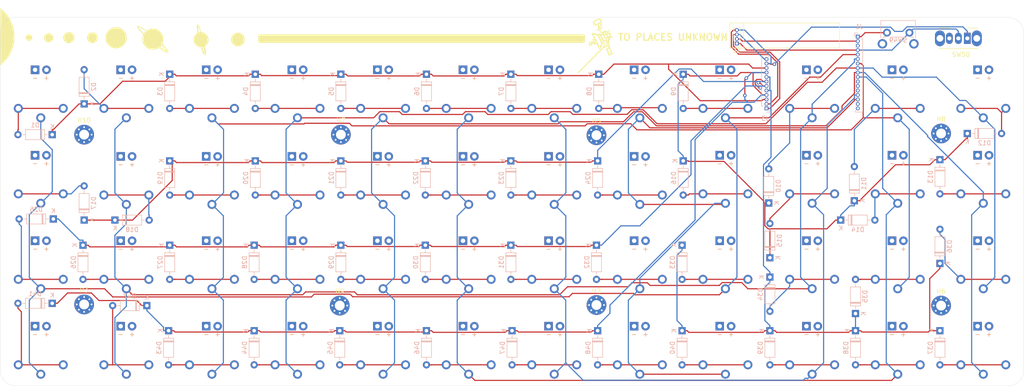
<source format=kicad_pcb>
(kicad_pcb (version 20171130) (host pcbnew "(5.1.4)-1")
  (layers (0 F.Cu signal) (31 B.Cu signal) (34 B.Paste user) (35 F.Paste user) (36 B.SilkS user) (37 F.SilkS user) (38 B.Mask user) (39 F.Mask user) (44 Edge.Cuts user))
  (net 0 "")
  (net 1 "Net-(D1-Pad2)")
  (net 2 Row1)
  (net 3 "Net-(D2-Pad2)")
  (net 4 "Net-(D3-Pad2)")
  (net 5 "Net-(D4-Pad2)")
  (net 6 "Net-(D5-Pad2)")
  (net 7 "Net-(D6-Pad2)")
  (net 8 "Net-(D7-Pad2)")
  (net 9 "Net-(D8-Pad2)")
  (net 10 Row2)
  (net 11 "Net-(D9-Pad2)")
  (net 12 "Net-(D10-Pad2)")
  (net 13 "Net-(D11-Pad2)")
  (net 14 "Net-(D12-Pad2)")
  (net 15 "Net-(D13-Pad2)")
  (net 16 "Net-(D14-Pad2)")
  (net 17 "Net-(D15-Pad2)")
  (net 18 "Net-(D16-Pad2)")
  (net 19 "Net-(D17-Pad2)")
  (net 20 Row3)
  (net 21 "Net-(D18-Pad2)")
  (net 22 "Net-(D19-Pad2)")
  (net 23 "Net-(D20-Pad2)")
  (net 24 "Net-(D21-Pad2)")
  (net 25 "Net-(D22-Pad2)")
  (net 26 "Net-(D23-Pad2)")
  (net 27 "Net-(D24-Pad2)")
  (net 28 "Net-(D25-Pad2)")
  (net 29 Row4)
  (net 30 "Net-(D26-Pad2)")
  (net 31 "Net-(D27-Pad2)")
  (net 32 "Net-(D28-Pad2)")
  (net 33 "Net-(D29-Pad2)")
  (net 34 "Net-(D30-Pad2)")
  (net 35 "Net-(D31-Pad2)")
  (net 36 "Net-(D32-Pad2)")
  (net 37 Row5)
  (net 38 "Net-(D33-Pad2)")
  (net 39 "Net-(D34-Pad2)")
  (net 40 "Net-(D35-Pad2)")
  (net 41 "Net-(D36-Pad2)")
  (net 42 "Net-(D37-Pad2)")
  (net 43 "Net-(D38-Pad2)")
  (net 44 "Net-(D39-Pad2)")
  (net 45 "Net-(D40-Pad2)")
  (net 46 Row6)
  (net 47 "Net-(D41-Pad2)")
  (net 48 "Net-(D42-Pad2)")
  (net 49 "Net-(D43-Pad2)")
  (net 50 "Net-(D44-Pad2)")
  (net 51 "Net-(D45-Pad2)")
  (net 52 "Net-(D46-Pad2)")
  (net 53 "Net-(D47-Pad2)")
  (net 54 "Net-(D48-Pad2)")
  (net 55 Col1)
  (net 56 Col2)
  (net 57 Col3)
  (net 58 Col4)
  (net 59 Col5)
  (net 60 Col6)
  (net 61 Col7)
  (net 62 Col8)
  (net 63 "Net-(J1-Pad1)")
  (net 64 VCC)
  (net 65 "Net-(J1-Pad3)")
  (net 66 GND)
  (net 67 "Net-(J1-Pad11)")
  (net 68 "Net-(J1-Pad12)")
  (net 69 "Net-(J1-Pad13)")
  (net 70 "Net-(J1-Pad16)")
  (net 71 SDA)
  (net 72 SCL)
  (net 73 BATMON)
  (net 74 "Net-(J3-Pad10)")
  (net 75 "Net-(J3-Pad11)")
  (net 76 "Net-(J3-Pad12)")
  (module logos:3planets (layer F.Cu) (at 59.309 39.497 90)
    (fp_text reference Screen hide)
    (fp_text value screen hide)
  )
  (module logos:voyager (layer F.Cu) (at 175.514 40.894)
    (fp_text reference Screen1 hide)
    (fp_text value 1 hide)
  )
  (module Diode_THT:D_DO-35_SOD27_P7.62mm_Horizontal (layer B.Cu) (at 54.61 60.452 180)
    (fp_text reference D1 (at 3.81 2.12) (layer B.SilkS) (effects (justify mirror)))
    (fp_text value 1N4148)
    (fp_text user K (at 0 1.8) (layer B.SilkS) (effects (justify mirror)))
    (pad 1 thru_hole rect (at 0 0 180) (size 1.6 1.6) (drill 0.8) (layers *.Cu *.Mask) (net 2 Row1))
    (pad 2 thru_hole oval (at 7.62 0 180) (size 1.6 1.6) (drill 0.8) (layers *.Cu *.Mask) (net 1 "Net-(D1-Pad2)"))
  )
  (module Diode_THT:D_DO-35_SOD27_P7.62mm_Horizontal (layer B.Cu) (at 61.722 53.594 90)
    (fp_text reference D2 (at 3.81 2.12 270) (layer B.SilkS) (effects (justify mirror)))
    (fp_text value 1N4148)
    (fp_text user K (at 0 1.8 270) (layer B.SilkS) (effects (justify mirror)))
    (pad 1 thru_hole rect (at 0 0 90) (size 1.6 1.6) (drill 0.8) (layers *.Cu *.Mask) (net 2 Row1))
    (pad 2 thru_hole oval (at 7.62 0 90) (size 1.6 1.6) (drill 0.8) (layers *.Cu *.Mask) (net 3 "Net-(D2-Pad2)"))
  )
  (module Diode_THT:D_DO-35_SOD27_P7.62mm_Horizontal (layer B.Cu) (at 80.772 46.99 270)
    (fp_text reference D3 (at 3.81 2.12 270) (layer B.SilkS) (effects (justify mirror)))
    (fp_text value 1N4148)
    (fp_text user K (at 0 1.8 270) (layer B.SilkS) (effects (justify mirror)))
    (pad 2 thru_hole oval (at 7.62 0 270) (size 1.6 1.6) (drill 0.8) (layers *.Cu *.Mask) (net 4 "Net-(D3-Pad2)"))
    (pad 1 thru_hole rect (at 0 0 270) (size 1.6 1.6) (drill 0.8) (layers *.Cu *.Mask) (net 2 Row1))
  )
  (module Diode_THT:D_DO-35_SOD27_P7.62mm_Horizontal (layer B.Cu) (at 99.822 46.99 270)
    (fp_text reference D4 (at 3.81 2.12 270) (layer B.SilkS) (effects (justify mirror)))
    (fp_text value 1N4148)
    (fp_text user K (at 0 1.8 270) (layer B.SilkS) (effects (justify mirror)))
    (pad 1 thru_hole rect (at 0 0 270) (size 1.6 1.6) (drill 0.8) (layers *.Cu *.Mask) (net 2 Row1))
    (pad 2 thru_hole oval (at 7.62 0 270) (size 1.6 1.6) (drill 0.8) (layers *.Cu *.Mask) (net 5 "Net-(D4-Pad2)"))
  )
  (module Diode_THT:D_DO-35_SOD27_P7.62mm_Horizontal (layer B.Cu) (at 118.872 46.99 270)
    (fp_text reference D5 (at 3.81 2.12 270) (layer B.SilkS) (effects (justify mirror)))
    (fp_text value 1N4148)
    (fp_text user K (at 0 1.8 270) (layer B.SilkS) (effects (justify mirror)))
    (pad 2 thru_hole oval (at 7.62 0 270) (size 1.6 1.6) (drill 0.8) (layers *.Cu *.Mask) (net 6 "Net-(D5-Pad2)"))
    (pad 1 thru_hole rect (at 0 0 270) (size 1.6 1.6) (drill 0.8) (layers *.Cu *.Mask) (net 2 Row1))
  )
  (module Diode_THT:D_DO-35_SOD27_P7.62mm_Horizontal (layer B.Cu) (at 137.922 46.99 270)
    (fp_text reference D6 (at 3.81 2.12 270) (layer B.SilkS) (effects (justify mirror)))
    (fp_text value 1N4148)
    (fp_text user K (at 0 1.8 270) (layer B.SilkS) (effects (justify mirror)))
    (pad 2 thru_hole oval (at 7.62 0 270) (size 1.6 1.6) (drill 0.8) (layers *.Cu *.Mask) (net 7 "Net-(D6-Pad2)"))
    (pad 1 thru_hole rect (at 0 0 270) (size 1.6 1.6) (drill 0.8) (layers *.Cu *.Mask) (net 2 Row1))
  )
  (module Diode_THT:D_DO-35_SOD27_P7.62mm_Horizontal (layer B.Cu) (at 156.718 46.99 270)
    (fp_text reference D7 (at 3.81 2.12 270) (layer B.SilkS) (effects (justify mirror)))
    (fp_text value 1N4148)
    (fp_text user K (at 0 1.8 270) (layer B.SilkS) (effects (justify mirror)))
    (pad 1 thru_hole rect (at 0 0 270) (size 1.6 1.6) (drill 0.8) (layers *.Cu *.Mask) (net 2 Row1))
    (pad 2 thru_hole oval (at 7.62 0 270) (size 1.6 1.6) (drill 0.8) (layers *.Cu *.Mask) (net 8 "Net-(D7-Pad2)"))
  )
  (module Diode_THT:D_DO-35_SOD27_P7.62mm_Horizontal (layer B.Cu) (at 176.276 46.99 270)
    (fp_text reference D8 (at 3.81 2.12 270) (layer B.SilkS) (effects (justify mirror)))
    (fp_text value 1N4148)
    (fp_text user K (at 0 1.8 270) (layer B.SilkS) (effects (justify mirror)))
    (pad 2 thru_hole oval (at 7.62 0 270) (size 1.6 1.6) (drill 0.8) (layers *.Cu *.Mask) (net 9 "Net-(D8-Pad2)"))
    (pad 1 thru_hole rect (at 0 0 270) (size 1.6 1.6) (drill 0.8) (layers *.Cu *.Mask) (net 2 Row1))
  )
  (module Diode_THT:D_DO-35_SOD27_P7.62mm_Horizontal (layer B.Cu) (at 195.072 46.99 270)
    (fp_text reference D9 (at 3.81 2.12 270) (layer B.SilkS) (effects (justify mirror)))
    (fp_text value 1N4148)
    (fp_text user K (at 0 1.8 270) (layer B.SilkS) (effects (justify mirror)))
    (pad 1 thru_hole rect (at 0 0 270) (size 1.6 1.6) (drill 0.8) (layers *.Cu *.Mask) (net 10 Row2))
    (pad 2 thru_hole oval (at 7.62 0 270) (size 1.6 1.6) (drill 0.8) (layers *.Cu *.Mask) (net 11 "Net-(D9-Pad2)"))
  )
  (module Diode_THT:D_DO-35_SOD27_P7.62mm_Horizontal (layer B.Cu) (at 214.122 75.692 90)
    (fp_text reference D10 (at 3.81 2.12 270) (layer B.SilkS) (effects (justify mirror)))
    (fp_text value 1N4148)
    (fp_text user K (at 0 1.8 270) (layer B.SilkS) (effects (justify mirror)))
    (pad 2 thru_hole oval (at 7.62 0 90) (size 1.6 1.6) (drill 0.8) (layers *.Cu *.Mask) (net 12 "Net-(D10-Pad2)"))
    (pad 1 thru_hole rect (at 0 0 90) (size 1.6 1.6) (drill 0.8) (layers *.Cu *.Mask) (net 10 Row2))
  )
  (module Diode_THT:D_DO-35_SOD27_P7.62mm_Horizontal (layer B.Cu) (at 233.172 75.184 90)
    (fp_text reference D11 (at 3.81 2.12 270) (layer B.SilkS) (effects (justify mirror)))
    (fp_text value 1N4148)
    (fp_text user K (at 0 1.8 270) (layer B.SilkS) (effects (justify mirror)))
    (pad 1 thru_hole rect (at 0 0 90) (size 1.6 1.6) (drill 0.8) (layers *.Cu *.Mask) (net 10 Row2))
    (pad 2 thru_hole oval (at 7.62 0 90) (size 1.6 1.6) (drill 0.8) (layers *.Cu *.Mask) (net 13 "Net-(D11-Pad2)"))
  )
  (module Diode_THT:D_DO-35_SOD27_P7.62mm_Horizontal (layer B.Cu) (at 258.318 60.198)
    (fp_text reference D12 (at 3.81 2.12) (layer B.SilkS) (effects (justify mirror)))
    (fp_text value 1N4148)
    (fp_text user K (at 0 1.8) (layer B.SilkS) (effects (justify mirror)))
    (pad 2 thru_hole oval (at 7.62 0) (size 1.6 1.6) (drill 0.8) (layers *.Cu *.Mask) (net 14 "Net-(D12-Pad2)"))
    (pad 1 thru_hole rect (at 0 0) (size 1.6 1.6) (drill 0.8) (layers *.Cu *.Mask) (net 10 Row2))
  )
  (module Diode_THT:D_DO-35_SOD27_P7.62mm_Horizontal (layer B.Cu) (at 252.222 66.04 270)
    (fp_text reference D13 (at 3.81 2.12 270) (layer B.SilkS) (effects (justify mirror)))
    (fp_text value 1N4148)
    (fp_text user K (at 0 1.8 270) (layer B.SilkS) (effects (justify mirror)))
    (pad 1 thru_hole rect (at 0 0 270) (size 1.6 1.6) (drill 0.8) (layers *.Cu *.Mask) (net 10 Row2))
    (pad 2 thru_hole oval (at 7.62 0 270) (size 1.6 1.6) (drill 0.8) (layers *.Cu *.Mask) (net 15 "Net-(D13-Pad2)"))
  )
  (module Diode_THT:D_DO-35_SOD27_P7.62mm_Horizontal (layer B.Cu) (at 230.124 79.502)
    (fp_text reference D14 (at 3.81 2.12) (layer B.SilkS) (effects (justify mirror)))
    (fp_text value 1N4148)
    (fp_text user K (at 0 1.8) (layer B.SilkS) (effects (justify mirror)))
    (pad 1 thru_hole rect (at 0 0) (size 1.6 1.6) (drill 0.8) (layers *.Cu *.Mask) (net 10 Row2))
    (pad 2 thru_hole oval (at 7.62 0) (size 1.6 1.6) (drill 0.8) (layers *.Cu *.Mask) (net 16 "Net-(D14-Pad2)"))
  )
  (module Diode_THT:D_DO-35_SOD27_P7.62mm_Horizontal (layer B.Cu) (at 214.376 87.884 90)
    (fp_text reference D15 (at 3.81 2.12 270) (layer B.SilkS) (effects (justify mirror)))
    (fp_text value 1N4148)
    (fp_text user K (at 0 1.8 270) (layer B.SilkS) (effects (justify mirror)))
    (pad 2 thru_hole oval (at 7.62 0 90) (size 1.6 1.6) (drill 0.8) (layers *.Cu *.Mask) (net 17 "Net-(D15-Pad2)"))
    (pad 1 thru_hole rect (at 0 0 90) (size 1.6 1.6) (drill 0.8) (layers *.Cu *.Mask) (net 10 Row2))
  )
  (module Diode_THT:D_DO-35_SOD27_P7.62mm_Horizontal (layer B.Cu) (at 195.072 66.294 270)
    (fp_text reference D16 (at 3.81 2.12 270) (layer B.SilkS) (effects (justify mirror)))
    (fp_text value 1N4148)
    (fp_text user K (at 0 1.8 270) (layer B.SilkS) (effects (justify mirror)))
    (pad 1 thru_hole rect (at 0 0 270) (size 1.6 1.6) (drill 0.8) (layers *.Cu *.Mask) (net 10 Row2))
    (pad 2 thru_hole oval (at 7.62 0 270) (size 1.6 1.6) (drill 0.8) (layers *.Cu *.Mask) (net 18 "Net-(D16-Pad2)"))
  )
  (module Diode_THT:D_DO-35_SOD27_P7.62mm_Horizontal (layer B.Cu) (at 61.722 79.502 90)
    (fp_text reference D17 (at 3.81 2.12 270) (layer B.SilkS) (effects (justify mirror)))
    (fp_text value 1N4148)
    (fp_text user K (at 0 1.8 270) (layer B.SilkS) (effects (justify mirror)))
    (pad 2 thru_hole oval (at 7.62 0 90) (size 1.6 1.6) (drill 0.8) (layers *.Cu *.Mask) (net 19 "Net-(D17-Pad2)"))
    (pad 1 thru_hole rect (at 0 0 90) (size 1.6 1.6) (drill 0.8) (layers *.Cu *.Mask) (net 20 Row3))
  )
  (module Diode_THT:D_DO-35_SOD27_P7.62mm_Horizontal (layer B.Cu) (at 68.58 79.502)
    (fp_text reference D18 (at 3.81 2.12) (layer B.SilkS) (effects (justify mirror)))
    (fp_text value 1N4148)
    (fp_text user K (at 0 1.8) (layer B.SilkS) (effects (justify mirror)))
    (pad 1 thru_hole rect (at 0 0) (size 1.6 1.6) (drill 0.8) (layers *.Cu *.Mask) (net 20 Row3))
    (pad 2 thru_hole oval (at 7.62 0) (size 1.6 1.6) (drill 0.8) (layers *.Cu *.Mask) (net 21 "Net-(D18-Pad2)"))
  )
  (module Diode_THT:D_DO-35_SOD27_P7.62mm_Horizontal (layer B.Cu) (at 80.772 66.294 270)
    (fp_text reference D19 (at 3.81 2.12 270) (layer B.SilkS) (effects (justify mirror)))
    (fp_text value 1N4148)
    (fp_text user K (at 0 1.8 270) (layer B.SilkS) (effects (justify mirror)))
    (pad 2 thru_hole oval (at 7.62 0 270) (size 1.6 1.6) (drill 0.8) (layers *.Cu *.Mask) (net 22 "Net-(D19-Pad2)"))
    (pad 1 thru_hole rect (at 0 0 270) (size 1.6 1.6) (drill 0.8) (layers *.Cu *.Mask) (net 20 Row3))
  )
  (module Diode_THT:D_DO-35_SOD27_P7.62mm_Horizontal (layer B.Cu) (at 99.822 66.294 270)
    (fp_text reference D20 (at 3.81 2.12 270) (layer B.SilkS) (effects (justify mirror)))
    (fp_text value 1N4148)
    (fp_text user K (at 0 1.8 270) (layer B.SilkS) (effects (justify mirror)))
    (pad 2 thru_hole oval (at 7.62 0 270) (size 1.6 1.6) (drill 0.8) (layers *.Cu *.Mask) (net 23 "Net-(D20-Pad2)"))
    (pad 1 thru_hole rect (at 0 0 270) (size 1.6 1.6) (drill 0.8) (layers *.Cu *.Mask) (net 20 Row3))
  )
  (module Diode_THT:D_DO-35_SOD27_P7.62mm_Horizontal (layer B.Cu) (at 118.872 66.294 270)
    (fp_text reference D21 (at 3.81 2.12 270) (layer B.SilkS) (effects (justify mirror)))
    (fp_text value 1N4148)
    (fp_text user K (at 0 1.8 270) (layer B.SilkS) (effects (justify mirror)))
    (pad 1 thru_hole rect (at 0 0 270) (size 1.6 1.6) (drill 0.8) (layers *.Cu *.Mask) (net 20 Row3))
    (pad 2 thru_hole oval (at 7.62 0 270) (size 1.6 1.6) (drill 0.8) (layers *.Cu *.Mask) (net 24 "Net-(D21-Pad2)"))
  )
  (module Diode_THT:D_DO-35_SOD27_P7.62mm_Horizontal (layer B.Cu) (at 137.668 66.294 270)
    (fp_text reference D22 (at 3.81 2.12 270) (layer B.SilkS) (effects (justify mirror)))
    (fp_text value 1N4148)
    (fp_text user K (at 0 1.8 270) (layer B.SilkS) (effects (justify mirror)))
    (pad 2 thru_hole oval (at 7.62 0 270) (size 1.6 1.6) (drill 0.8) (layers *.Cu *.Mask) (net 25 "Net-(D22-Pad2)"))
    (pad 1 thru_hole rect (at 0 0 270) (size 1.6 1.6) (drill 0.8) (layers *.Cu *.Mask) (net 20 Row3))
  )
  (module Diode_THT:D_DO-35_SOD27_P7.62mm_Horizontal (layer B.Cu) (at 156.718 66.294 270)
    (fp_text reference D23 (at 3.81 2.12 270) (layer B.SilkS) (effects (justify mirror)))
    (fp_text value 1N4148)
    (fp_text user K (at 0 1.8 270) (layer B.SilkS) (effects (justify mirror)))
    (pad 2 thru_hole oval (at 7.62 0 270) (size 1.6 1.6) (drill 0.8) (layers *.Cu *.Mask) (net 26 "Net-(D23-Pad2)"))
    (pad 1 thru_hole rect (at 0 0 270) (size 1.6 1.6) (drill 0.8) (layers *.Cu *.Mask) (net 20 Row3))
  )
  (module Diode_THT:D_DO-35_SOD27_P7.62mm_Horizontal (layer B.Cu) (at 176.022 66.294 270)
    (fp_text reference D24 (at 3.81 2.12 270) (layer B.SilkS) (effects (justify mirror)))
    (fp_text value 1N4148)
    (fp_text user K (at 0 1.8 270) (layer B.SilkS) (effects (justify mirror)))
    (pad 2 thru_hole oval (at 7.62 0 270) (size 1.6 1.6) (drill 0.8) (layers *.Cu *.Mask) (net 27 "Net-(D24-Pad2)"))
    (pad 1 thru_hole rect (at 0 0 270) (size 1.6 1.6) (drill 0.8) (layers *.Cu *.Mask) (net 20 Row3))
  )
  (module Diode_THT:D_DO-35_SOD27_P7.62mm_Horizontal (layer B.Cu) (at 54.864 79.248 180)
    (fp_text reference D25 (at 3.81 2.12) (layer B.SilkS) (effects (justify mirror)))
    (fp_text value 1N4148)
    (fp_text user K (at 0 1.8) (layer B.SilkS) (effects (justify mirror)))
    (pad 2 thru_hole oval (at 7.62 0 180) (size 1.6 1.6) (drill 0.8) (layers *.Cu *.Mask) (net 28 "Net-(D25-Pad2)"))
    (pad 1 thru_hole rect (at 0 0 180) (size 1.6 1.6) (drill 0.8) (layers *.Cu *.Mask) (net 29 Row4))
  )
  (module Diode_THT:D_DO-35_SOD27_P7.62mm_Horizontal (layer B.Cu) (at 61.468 85.09 270)
    (fp_text reference D26 (at 3.81 2.12 270) (layer B.SilkS) (effects (justify mirror)))
    (fp_text value 1N4148)
    (fp_text user K (at 0 1.8 270) (layer B.SilkS) (effects (justify mirror)))
    (pad 1 thru_hole rect (at 0 0 270) (size 1.6 1.6) (drill 0.8) (layers *.Cu *.Mask) (net 29 Row4))
    (pad 2 thru_hole oval (at 7.62 0 270) (size 1.6 1.6) (drill 0.8) (layers *.Cu *.Mask) (net 30 "Net-(D26-Pad2)"))
  )
  (module Diode_THT:D_DO-35_SOD27_P7.62mm_Horizontal (layer B.Cu) (at 80.772 85.09 270)
    (fp_text reference D27 (at 3.81 2.12 270) (layer B.SilkS) (effects (justify mirror)))
    (fp_text value 1N4148)
    (fp_text user K (at 0 1.8 270) (layer B.SilkS) (effects (justify mirror)))
    (pad 2 thru_hole oval (at 7.62 0 270) (size 1.6 1.6) (drill 0.8) (layers *.Cu *.Mask) (net 31 "Net-(D27-Pad2)"))
    (pad 1 thru_hole rect (at 0 0 270) (size 1.6 1.6) (drill 0.8) (layers *.Cu *.Mask) (net 29 Row4))
  )
  (module Diode_THT:D_DO-35_SOD27_P7.62mm_Horizontal (layer B.Cu) (at 99.568 85.09 270)
    (fp_text reference D28 (at 3.81 2.12 270) (layer B.SilkS) (effects (justify mirror)))
    (fp_text value 1N4148)
    (fp_text user K (at 0 1.8 270) (layer B.SilkS) (effects (justify mirror)))
    (pad 1 thru_hole rect (at 0 0 270) (size 1.6 1.6) (drill 0.8) (layers *.Cu *.Mask) (net 29 Row4))
    (pad 2 thru_hole oval (at 7.62 0 270) (size 1.6 1.6) (drill 0.8) (layers *.Cu *.Mask) (net 32 "Net-(D28-Pad2)"))
  )
  (module Diode_THT:D_DO-35_SOD27_P7.62mm_Horizontal (layer B.Cu) (at 118.872 85.09 270)
    (fp_text reference D29 (at 3.81 2.12 270) (layer B.SilkS) (effects (justify mirror)))
    (fp_text value 1N4148)
    (fp_text user K (at 0 1.8 270) (layer B.SilkS) (effects (justify mirror)))
    (pad 2 thru_hole oval (at 7.62 0 270) (size 1.6 1.6) (drill 0.8) (layers *.Cu *.Mask) (net 33 "Net-(D29-Pad2)"))
    (pad 1 thru_hole rect (at 0 0 270) (size 1.6 1.6) (drill 0.8) (layers *.Cu *.Mask) (net 29 Row4))
  )
  (module Diode_THT:D_DO-35_SOD27_P7.62mm_Horizontal (layer B.Cu) (at 137.668 85.09 270)
    (fp_text reference D30 (at 3.81 2.12 270) (layer B.SilkS) (effects (justify mirror)))
    (fp_text value 1N4148)
    (fp_text user K (at 0 1.8 270) (layer B.SilkS) (effects (justify mirror)))
    (pad 1 thru_hole rect (at 0 0 270) (size 1.6 1.6) (drill 0.8) (layers *.Cu *.Mask) (net 29 Row4))
    (pad 2 thru_hole oval (at 7.62 0 270) (size 1.6 1.6) (drill 0.8) (layers *.Cu *.Mask) (net 34 "Net-(D30-Pad2)"))
  )
  (module Diode_THT:D_DO-35_SOD27_P7.62mm_Horizontal (layer B.Cu) (at 156.718 85.09 270)
    (fp_text reference D31 (at 3.81 2.12 270) (layer B.SilkS) (effects (justify mirror)))
    (fp_text value 1N4148)
    (fp_text user K (at 0 1.8 270) (layer B.SilkS) (effects (justify mirror)))
    (pad 1 thru_hole rect (at 0 0 270) (size 1.6 1.6) (drill 0.8) (layers *.Cu *.Mask) (net 29 Row4))
    (pad 2 thru_hole oval (at 7.62 0 270) (size 1.6 1.6) (drill 0.8) (layers *.Cu *.Mask) (net 35 "Net-(D31-Pad2)"))
  )
  (module Diode_THT:D_DO-35_SOD27_P7.62mm_Horizontal (layer B.Cu) (at 175.768 85.09 270)
    (fp_text reference D32 (at 3.81 2.12 270) (layer B.SilkS) (effects (justify mirror)))
    (fp_text value 1N4148)
    (fp_text user K (at 0 1.8 270) (layer B.SilkS) (effects (justify mirror)))
    (pad 1 thru_hole rect (at 0 0 270) (size 1.6 1.6) (drill 0.8) (layers *.Cu *.Mask) (net 29 Row4))
    (pad 2 thru_hole oval (at 7.62 0 270) (size 1.6 1.6) (drill 0.8) (layers *.Cu *.Mask) (net 36 "Net-(D32-Pad2)"))
  )
  (module Diode_THT:D_DO-35_SOD27_P7.62mm_Horizontal (layer B.Cu) (at 194.818 85.09 270)
    (fp_text reference D33 (at 3.81 2.12 270) (layer B.SilkS) (effects (justify mirror)))
    (fp_text value 1N4148)
    (fp_text user K (at 0 1.8 270) (layer B.SilkS) (effects (justify mirror)))
    (pad 1 thru_hole rect (at 0 0 270) (size 1.6 1.6) (drill 0.8) (layers *.Cu *.Mask) (net 37 Row5))
    (pad 2 thru_hole oval (at 7.62 0 270) (size 1.6 1.6) (drill 0.8) (layers *.Cu *.Mask) (net 38 "Net-(D33-Pad2)"))
  )
  (module Diode_THT:D_DO-35_SOD27_P7.62mm_Horizontal (layer B.Cu) (at 214.376 92.202 270)
    (fp_text reference D34 (at 3.81 2.12 270) (layer B.SilkS) (effects (justify mirror)))
    (fp_text value 1N4148)
    (fp_text user K (at 0 1.8 270) (layer B.SilkS) (effects (justify mirror)))
    (pad 2 thru_hole oval (at 7.62 0 270) (size 1.6 1.6) (drill 0.8) (layers *.Cu *.Mask) (net 39 "Net-(D34-Pad2)"))
    (pad 1 thru_hole rect (at 0 0 270) (size 1.6 1.6) (drill 0.8) (layers *.Cu *.Mask) (net 37 Row5))
  )
  (module Diode_THT:D_DO-35_SOD27_P7.62mm_Horizontal (layer B.Cu) (at 233.426 100.33 90)
    (fp_text reference D35 (at 3.81 2.12 270) (layer B.SilkS) (effects (justify mirror)))
    (fp_text value 1N4148)
    (fp_text user K (at 0 1.8 270) (layer B.SilkS) (effects (justify mirror)))
    (pad 1 thru_hole rect (at 0 0 90) (size 1.6 1.6) (drill 0.8) (layers *.Cu *.Mask) (net 37 Row5))
    (pad 2 thru_hole oval (at 7.62 0 90) (size 1.6 1.6) (drill 0.8) (layers *.Cu *.Mask) (net 40 "Net-(D35-Pad2)"))
  )
  (module Diode_THT:D_DO-35_SOD27_P7.62mm_Horizontal (layer B.Cu) (at 252.222 89.154 90)
    (fp_text reference D36 (at 3.81 2.12 270) (layer B.SilkS) (effects (justify mirror)))
    (fp_text value 1N4148)
    (fp_text user K (at 0 1.8 270) (layer B.SilkS) (effects (justify mirror)))
    (pad 2 thru_hole oval (at 7.62 0 90) (size 1.6 1.6) (drill 0.8) (layers *.Cu *.Mask) (net 41 "Net-(D36-Pad2)"))
    (pad 1 thru_hole rect (at 0 0 90) (size 1.6 1.6) (drill 0.8) (layers *.Cu *.Mask) (net 37 Row5))
  )
  (module Diode_THT:D_DO-35_SOD27_P7.62mm_Horizontal (layer B.Cu) (at 252.222 104.14 270)
    (fp_text reference D37 (at 3.81 2.12 270) (layer B.SilkS) (effects (justify mirror)))
    (fp_text value 1N4148)
    (fp_text user K (at 0 1.8 270) (layer B.SilkS) (effects (justify mirror)))
    (pad 1 thru_hole rect (at 0 0 270) (size 1.6 1.6) (drill 0.8) (layers *.Cu *.Mask) (net 37 Row5))
    (pad 2 thru_hole oval (at 7.62 0 270) (size 1.6 1.6) (drill 0.8) (layers *.Cu *.Mask) (net 42 "Net-(D37-Pad2)"))
  )
  (module Diode_THT:D_DO-35_SOD27_P7.62mm_Horizontal (layer B.Cu) (at 233.426 104.14 270)
    (fp_text reference D38 (at 3.81 2.12 270) (layer B.SilkS) (effects (justify mirror)))
    (fp_text value 1N4148)
    (fp_text user K (at 0 1.8 270) (layer B.SilkS) (effects (justify mirror)))
    (pad 2 thru_hole oval (at 7.62 0 270) (size 1.6 1.6) (drill 0.8) (layers *.Cu *.Mask) (net 43 "Net-(D38-Pad2)"))
    (pad 1 thru_hole rect (at 0 0 270) (size 1.6 1.6) (drill 0.8) (layers *.Cu *.Mask) (net 37 Row5))
  )
  (module Diode_THT:D_DO-35_SOD27_P7.62mm_Horizontal (layer B.Cu) (at 214.376 104.14 270)
    (fp_text reference D39 (at 3.81 2.12 270) (layer B.SilkS) (effects (justify mirror)))
    (fp_text value 1N4148)
    (fp_text user K (at 0 1.8 270) (layer B.SilkS) (effects (justify mirror)))
    (pad 1 thru_hole rect (at 0 0 270) (size 1.6 1.6) (drill 0.8) (layers *.Cu *.Mask) (net 37 Row5))
    (pad 2 thru_hole oval (at 7.62 0 270) (size 1.6 1.6) (drill 0.8) (layers *.Cu *.Mask) (net 44 "Net-(D39-Pad2)"))
  )
  (module Diode_THT:D_DO-35_SOD27_P7.62mm_Horizontal (layer B.Cu) (at 194.818 104.14 270)
    (fp_text reference D40 (at 3.81 2.12 270) (layer B.SilkS) (effects (justify mirror)))
    (fp_text value 1N4148)
    (fp_text user K (at 0 1.8 270) (layer B.SilkS) (effects (justify mirror)))
    (pad 2 thru_hole oval (at 7.62 0 270) (size 1.6 1.6) (drill 0.8) (layers *.Cu *.Mask) (net 45 "Net-(D40-Pad2)"))
    (pad 1 thru_hole rect (at 0 0 270) (size 1.6 1.6) (drill 0.8) (layers *.Cu *.Mask) (net 37 Row5))
  )
  (module Diode_THT:D_DO-35_SOD27_P7.62mm_Horizontal (layer B.Cu) (at 54.61 98.044 180)
    (fp_text reference D41 (at 3.81 2.12) (layer B.SilkS) (effects (justify mirror)))
    (fp_text value 1N4148)
    (fp_text user K (at 0 1.8) (layer B.SilkS) (effects (justify mirror)))
    (pad 1 thru_hole rect (at 0 0 180) (size 1.6 1.6) (drill 0.8) (layers *.Cu *.Mask) (net 46 Row6))
    (pad 2 thru_hole oval (at 7.62 0 180) (size 1.6 1.6) (drill 0.8) (layers *.Cu *.Mask) (net 47 "Net-(D41-Pad2)"))
  )
  (module Diode_THT:D_DO-35_SOD27_P7.62mm_Horizontal (layer B.Cu) (at 75.692 98.552 180)
    (fp_text reference D42 (at 3.81 2.12) (layer B.SilkS) (effects (justify mirror)))
    (fp_text value 1N4148)
    (fp_text user K (at 0 1.8) (layer B.SilkS) (effects (justify mirror)))
    (pad 2 thru_hole oval (at 7.62 0 180) (size 1.6 1.6) (drill 0.8) (layers *.Cu *.Mask) (net 48 "Net-(D42-Pad2)"))
    (pad 1 thru_hole rect (at 0 0 180) (size 1.6 1.6) (drill 0.8) (layers *.Cu *.Mask) (net 46 Row6))
  )
  (module Diode_THT:D_DO-35_SOD27_P7.62mm_Horizontal (layer B.Cu) (at 80.518 104.14 270)
    (fp_text reference D43 (at 3.81 2.12 270) (layer B.SilkS) (effects (justify mirror)))
    (fp_text value 1N4148)
    (fp_text user K (at 0 1.8 270) (layer B.SilkS) (effects (justify mirror)))
    (pad 1 thru_hole rect (at 0 0 270) (size 1.6 1.6) (drill 0.8) (layers *.Cu *.Mask) (net 46 Row6))
    (pad 2 thru_hole oval (at 7.62 0 270) (size 1.6 1.6) (drill 0.8) (layers *.Cu *.Mask) (net 49 "Net-(D43-Pad2)"))
  )
  (module Diode_THT:D_DO-35_SOD27_P7.62mm_Horizontal (layer B.Cu) (at 99.568 104.14 270)
    (fp_text reference D44 (at 3.81 2.12 270) (layer B.SilkS) (effects (justify mirror)))
    (fp_text value 1N4148)
    (fp_text user K (at 0 1.8 270) (layer B.SilkS) (effects (justify mirror)))
    (pad 2 thru_hole oval (at 7.62 0 270) (size 1.6 1.6) (drill 0.8) (layers *.Cu *.Mask) (net 50 "Net-(D44-Pad2)"))
    (pad 1 thru_hole rect (at 0 0 270) (size 1.6 1.6) (drill 0.8) (layers *.Cu *.Mask) (net 46 Row6))
  )
  (module Diode_THT:D_DO-35_SOD27_P7.62mm_Horizontal (layer B.Cu) (at 118.618 104.14 270)
    (fp_text reference D45 (at 3.81 2.12 90) (layer B.SilkS) (effects (justify mirror)))
    (fp_text value 1N4148)
    (fp_text user K (at 0 1.8 90) (layer B.SilkS) (effects (justify mirror)))
    (pad 1 thru_hole rect (at 0 0 270) (size 1.6 1.6) (drill 0.8) (layers *.Cu *.Mask) (net 46 Row6))
    (pad 2 thru_hole oval (at 7.62 0 270) (size 1.6 1.6) (drill 0.8) (layers *.Cu *.Mask) (net 51 "Net-(D45-Pad2)"))
  )
  (module Diode_THT:D_DO-35_SOD27_P7.62mm_Horizontal (layer B.Cu) (at 137.922 104.14 270)
    (fp_text reference D46 (at 3.81 2.12 270) (layer B.SilkS) (effects (justify mirror)))
    (fp_text value 1N4148)
    (fp_text user K (at 0 1.8 270) (layer B.SilkS) (effects (justify mirror)))
    (pad 1 thru_hole rect (at 0 0 270) (size 1.6 1.6) (drill 0.8) (layers *.Cu *.Mask) (net 46 Row6))
    (pad 2 thru_hole oval (at 7.62 0 270) (size 1.6 1.6) (drill 0.8) (layers *.Cu *.Mask) (net 52 "Net-(D46-Pad2)"))
  )
  (module Diode_THT:D_DO-35_SOD27_P7.62mm_Horizontal (layer B.Cu) (at 156.972 104.14 270)
    (fp_text reference D47 (at 3.81 2.12 270) (layer B.SilkS) (effects (justify mirror)))
    (fp_text value 1N4148)
    (fp_text user K (at 0 1.8 270) (layer B.SilkS) (effects (justify mirror)))
    (pad 2 thru_hole oval (at 7.62 0 270) (size 1.6 1.6) (drill 0.8) (layers *.Cu *.Mask) (net 53 "Net-(D47-Pad2)"))
    (pad 1 thru_hole rect (at 0 0 270) (size 1.6 1.6) (drill 0.8) (layers *.Cu *.Mask) (net 46 Row6))
  )
  (module Diode_THT:D_DO-35_SOD27_P7.62mm_Horizontal (layer B.Cu) (at 176.022 104.14 270)
    (fp_text reference D48 (at 3.81 2.12 270) (layer B.SilkS) (effects (justify mirror)))
    (fp_text value 1N4148)
    (fp_text user K (at 0 1.8 270) (layer B.SilkS) (effects (justify mirror)))
    (pad 1 thru_hole rect (at 0 0 270) (size 1.6 1.6) (drill 0.8) (layers *.Cu *.Mask) (net 46 Row6))
    (pad 2 thru_hole oval (at 7.62 0 270) (size 1.6 1.6) (drill 0.8) (layers *.Cu *.Mask) (net 54 "Net-(D48-Pad2)"))
  )
  (module keyboardparts:Kailh-PG1350-1u-reversible (layer F.Cu) (at 52.07 50.8)
    (fp_text reference SW1)
    (fp_text value SW_Push_KLP hide)
    (fp_text user + (at 1.27 -3 180) (layer F.SilkS))
    (fp_text user - (at -1.26 -3 180) (layer F.SilkS))
    (fp_text user + (at 1.27 -3 180) (layer B.SilkS) (effects (justify mirror)))
    (fp_text user - (at -1.26 -3 180) (layer B.SilkS) (effects (justify mirror)))
    (pad "" np_thru_hole circle (at 5.5 0 180) (size 1.7 1.7) (drill 1.7) (layers *.Cu *.Mask))
    (pad "" np_thru_hole circle (at -5.5 0 180) (size 1.7 1.7) (drill 1.7) (layers *.Cu *.Mask))
    (pad 2 thru_hole circle (at -5 3.8 41.9) (size 2 2) (drill 1.2) (layers *.Cu B.Mask) (net 1 "Net-(D1-Pad2)"))
    (pad 1 thru_hole circle (at 0 5.9 180) (size 2 2) (drill 1.2) (layers *.Cu *.Mask) (net 55 Col1))
    (pad 3 thru_hole circle (at 1.27 -4.8 180) (size 1.905 1.905) (drill 0.9906) (layers *.Cu *.Mask))
    (pad 4 thru_hole rect (at -1.27 -4.8 180) (size 1.905 1.905) (drill 0.9906) (layers *.Cu *.Mask))
    (pad "" np_thru_hole circle (at 0 0 180) (size 3.4 3.4) (drill 3.4) (layers *.Cu *.Mask))
    (pad 2 thru_hole circle (at 5 3.8 41.9) (size 2 2) (drill 1.2) (layers *.Cu F.Mask) (net 1 "Net-(D1-Pad2)"))
  )
  (module keyboardparts:Kailh-PG1350-1u-reversible (layer F.Cu) (at 71.12 50.8)
    (fp_text reference SW2)
    (fp_text value SW_Push_KLP hide)
    (fp_text user - (at -1.26 -3 180) (layer B.SilkS) (effects (justify mirror)))
    (fp_text user + (at 1.27 -3 180) (layer B.SilkS) (effects (justify mirror)))
    (fp_text user - (at -1.26 -3 180) (layer F.SilkS))
    (fp_text user + (at 1.27 -3 180) (layer F.SilkS))
    (pad 2 thru_hole circle (at 5 3.8 41.9) (size 2 2) (drill 1.2) (layers *.Cu F.Mask) (net 3 "Net-(D2-Pad2)"))
    (pad "" np_thru_hole circle (at 0 0 180) (size 3.4 3.4) (drill 3.4) (layers *.Cu *.Mask))
    (pad 4 thru_hole rect (at -1.27 -4.8 180) (size 1.905 1.905) (drill 0.9906) (layers *.Cu *.Mask))
    (pad 3 thru_hole circle (at 1.27 -4.8 180) (size 1.905 1.905) (drill 0.9906) (layers *.Cu *.Mask))
    (pad 1 thru_hole circle (at 0 5.9 180) (size 2 2) (drill 1.2) (layers *.Cu *.Mask) (net 56 Col2))
    (pad 2 thru_hole circle (at -5 3.8 41.9) (size 2 2) (drill 1.2) (layers *.Cu B.Mask) (net 3 "Net-(D2-Pad2)"))
    (pad "" np_thru_hole circle (at -5.5 0 180) (size 1.7 1.7) (drill 1.7) (layers *.Cu *.Mask))
    (pad "" np_thru_hole circle (at 5.5 0 180) (size 1.7 1.7) (drill 1.7) (layers *.Cu *.Mask))
  )
  (module keyboardparts:Kailh-PG1350-1u-reversible (layer F.Cu) (at 90.17 50.8)
    (fp_text reference SW3)
    (fp_text value SW_Push_KLP hide)
    (fp_text user - (at -1.26 -3 180) (layer B.SilkS) (effects (justify mirror)))
    (fp_text user + (at 1.27 -3 180) (layer B.SilkS) (effects (justify mirror)))
    (fp_text user - (at -1.26 -3 180) (layer F.SilkS))
    (fp_text user + (at 1.27 -3 180) (layer F.SilkS))
    (pad 2 thru_hole circle (at 5 3.8 41.9) (size 2 2) (drill 1.2) (layers *.Cu F.Mask) (net 4 "Net-(D3-Pad2)"))
    (pad "" np_thru_hole circle (at 0 0 180) (size 3.4 3.4) (drill 3.4) (layers *.Cu *.Mask))
    (pad 4 thru_hole rect (at -1.27 -4.8 180) (size 1.905 1.905) (drill 0.9906) (layers *.Cu *.Mask))
    (pad 3 thru_hole circle (at 1.27 -4.8 180) (size 1.905 1.905) (drill 0.9906) (layers *.Cu *.Mask))
    (pad 1 thru_hole circle (at 0 5.9 180) (size 2 2) (drill 1.2) (layers *.Cu *.Mask) (net 57 Col3))
    (pad 2 thru_hole circle (at -5 3.8 41.9) (size 2 2) (drill 1.2) (layers *.Cu B.Mask) (net 4 "Net-(D3-Pad2)"))
    (pad "" np_thru_hole circle (at -5.5 0 180) (size 1.7 1.7) (drill 1.7) (layers *.Cu *.Mask))
    (pad "" np_thru_hole circle (at 5.5 0 180) (size 1.7 1.7) (drill 1.7) (layers *.Cu *.Mask))
  )
  (module keyboardparts:Kailh-PG1350-1u-reversible (layer F.Cu) (at 109.22 50.8)
    (fp_text reference SW4)
    (fp_text value SW_Push_KLP hide)
    (fp_text user + (at 1.27 -3 180) (layer F.SilkS))
    (fp_text user - (at -1.26 -3 180) (layer F.SilkS))
    (fp_text user + (at 1.27 -3 180) (layer B.SilkS) (effects (justify mirror)))
    (fp_text user - (at -1.26 -3 180) (layer B.SilkS) (effects (justify mirror)))
    (pad "" np_thru_hole circle (at 5.5 0 180) (size 1.7 1.7) (drill 1.7) (layers *.Cu *.Mask))
    (pad "" np_thru_hole circle (at -5.5 0 180) (size 1.7 1.7) (drill 1.7) (layers *.Cu *.Mask))
    (pad 2 thru_hole circle (at -5 3.8 41.9) (size 2 2) (drill 1.2) (layers *.Cu B.Mask) (net 5 "Net-(D4-Pad2)"))
    (pad 1 thru_hole circle (at 0 5.9 180) (size 2 2) (drill 1.2) (layers *.Cu *.Mask) (net 58 Col4))
    (pad 3 thru_hole circle (at 1.27 -4.8 180) (size 1.905 1.905) (drill 0.9906) (layers *.Cu *.Mask))
    (pad 4 thru_hole rect (at -1.27 -4.8 180) (size 1.905 1.905) (drill 0.9906) (layers *.Cu *.Mask))
    (pad "" np_thru_hole circle (at 0 0 180) (size 3.4 3.4) (drill 3.4) (layers *.Cu *.Mask))
    (pad 2 thru_hole circle (at 5 3.8 41.9) (size 2 2) (drill 1.2) (layers *.Cu F.Mask) (net 5 "Net-(D4-Pad2)"))
  )
  (module keyboardparts:Kailh-PG1350-1u-reversible (layer F.Cu) (at 128.27 50.8)
    (fp_text reference SW5)
    (fp_text value SW_Push_KLP hide)
    (fp_text user - (at -1.26 -3 180) (layer B.SilkS) (effects (justify mirror)))
    (fp_text user + (at 1.27 -3 180) (layer B.SilkS) (effects (justify mirror)))
    (fp_text user - (at -1.26 -3 180) (layer F.SilkS))
    (fp_text user + (at 1.27 -3 180) (layer F.SilkS))
    (pad 2 thru_hole circle (at 5 3.8 41.9) (size 2 2) (drill 1.2) (layers *.Cu F.Mask) (net 6 "Net-(D5-Pad2)"))
    (pad "" np_thru_hole circle (at 0 0 180) (size 3.4 3.4) (drill 3.4) (layers *.Cu *.Mask))
    (pad 4 thru_hole rect (at -1.27 -4.8 180) (size 1.905 1.905) (drill 0.9906) (layers *.Cu *.Mask))
    (pad 3 thru_hole circle (at 1.27 -4.8 180) (size 1.905 1.905) (drill 0.9906) (layers *.Cu *.Mask))
    (pad 1 thru_hole circle (at 0 5.9 180) (size 2 2) (drill 1.2) (layers *.Cu *.Mask) (net 59 Col5))
    (pad 2 thru_hole circle (at -5 3.8 41.9) (size 2 2) (drill 1.2) (layers *.Cu B.Mask) (net 6 "Net-(D5-Pad2)"))
    (pad "" np_thru_hole circle (at -5.5 0 180) (size 1.7 1.7) (drill 1.7) (layers *.Cu *.Mask))
    (pad "" np_thru_hole circle (at 5.5 0 180) (size 1.7 1.7) (drill 1.7) (layers *.Cu *.Mask))
  )
  (module keyboardparts:Kailh-PG1350-1u-reversible (layer F.Cu) (at 147.32 50.8)
    (fp_text reference SW6)
    (fp_text value SW_Push_KLP hide)
    (fp_text user + (at 1.27 -3 180) (layer F.SilkS))
    (fp_text user - (at -1.26 -3 180) (layer F.SilkS))
    (fp_text user + (at 1.27 -3 180) (layer B.SilkS) (effects (justify mirror)))
    (fp_text user - (at -1.26 -3 180) (layer B.SilkS) (effects (justify mirror)))
    (pad "" np_thru_hole circle (at 5.5 0 180) (size 1.7 1.7) (drill 1.7) (layers *.Cu *.Mask))
    (pad "" np_thru_hole circle (at -5.5 0 180) (size 1.7 1.7) (drill 1.7) (layers *.Cu *.Mask))
    (pad 2 thru_hole circle (at -5 3.8 41.9) (size 2 2) (drill 1.2) (layers *.Cu B.Mask) (net 7 "Net-(D6-Pad2)"))
    (pad 1 thru_hole circle (at 0 5.9 180) (size 2 2) (drill 1.2) (layers *.Cu *.Mask) (net 60 Col6))
    (pad 3 thru_hole circle (at 1.27 -4.8 180) (size 1.905 1.905) (drill 0.9906) (layers *.Cu *.Mask))
    (pad 4 thru_hole rect (at -1.27 -4.8 180) (size 1.905 1.905) (drill 0.9906) (layers *.Cu *.Mask))
    (pad "" np_thru_hole circle (at 0 0 180) (size 3.4 3.4) (drill 3.4) (layers *.Cu *.Mask))
    (pad 2 thru_hole circle (at 5 3.8 41.9) (size 2 2) (drill 1.2) (layers *.Cu F.Mask) (net 7 "Net-(D6-Pad2)"))
  )
  (module keyboardparts:Kailh-PG1350-1u-reversible (layer F.Cu) (at 166.37 50.8)
    (fp_text reference SW7)
    (fp_text value SW_Push_KLP hide)
    (fp_text user - (at -1.26 -3 180) (layer B.SilkS) (effects (justify mirror)))
    (fp_text user + (at 1.27 -3 180) (layer B.SilkS) (effects (justify mirror)))
    (fp_text user - (at -1.26 -3 180) (layer F.SilkS))
    (fp_text user + (at 1.27 -3 180) (layer F.SilkS))
    (pad 2 thru_hole circle (at 5 3.8 41.9) (size 2 2) (drill 1.2) (layers *.Cu F.Mask) (net 8 "Net-(D7-Pad2)"))
    (pad "" np_thru_hole circle (at 0 0 180) (size 3.4 3.4) (drill 3.4) (layers *.Cu *.Mask))
    (pad 4 thru_hole rect (at -1.27 -4.8 180) (size 1.905 1.905) (drill 0.9906) (layers *.Cu *.Mask))
    (pad 3 thru_hole circle (at 1.27 -4.8 180) (size 1.905 1.905) (drill 0.9906) (layers *.Cu *.Mask))
    (pad 1 thru_hole circle (at 0 5.9 180) (size 2 2) (drill 1.2) (layers *.Cu *.Mask) (net 61 Col7))
    (pad 2 thru_hole circle (at -5 3.8 41.9) (size 2 2) (drill 1.2) (layers *.Cu B.Mask) (net 8 "Net-(D7-Pad2)"))
    (pad "" np_thru_hole circle (at -5.5 0 180) (size 1.7 1.7) (drill 1.7) (layers *.Cu *.Mask))
    (pad "" np_thru_hole circle (at 5.5 0 180) (size 1.7 1.7) (drill 1.7) (layers *.Cu *.Mask))
  )
  (module keyboardparts:Kailh-PG1350-1u-reversible (layer F.Cu) (at 185.42 50.8)
    (fp_text reference SW8)
    (fp_text value SW_Push_KLP hide)
    (fp_text user + (at 1.27 -3 180) (layer F.SilkS))
    (fp_text user - (at -1.26 -3 180) (layer F.SilkS))
    (fp_text user + (at 1.27 -3 180) (layer B.SilkS) (effects (justify mirror)))
    (fp_text user - (at -1.26 -3 180) (layer B.SilkS) (effects (justify mirror)))
    (pad "" np_thru_hole circle (at 5.5 0 180) (size 1.7 1.7) (drill 1.7) (layers *.Cu *.Mask))
    (pad "" np_thru_hole circle (at -5.5 0 180) (size 1.7 1.7) (drill 1.7) (layers *.Cu *.Mask))
    (pad 2 thru_hole circle (at -5 3.8 41.9) (size 2 2) (drill 1.2) (layers *.Cu B.Mask) (net 9 "Net-(D8-Pad2)"))
    (pad 1 thru_hole circle (at 0 5.9 180) (size 2 2) (drill 1.2) (layers *.Cu *.Mask) (net 62 Col8))
    (pad 3 thru_hole circle (at 1.27 -4.8 180) (size 1.905 1.905) (drill 0.9906) (layers *.Cu *.Mask))
    (pad 4 thru_hole rect (at -1.27 -4.8 180) (size 1.905 1.905) (drill 0.9906) (layers *.Cu *.Mask))
    (pad "" np_thru_hole circle (at 0 0 180) (size 3.4 3.4) (drill 3.4) (layers *.Cu *.Mask))
    (pad 2 thru_hole circle (at 5 3.8 41.9) (size 2 2) (drill 1.2) (layers *.Cu F.Mask) (net 9 "Net-(D8-Pad2)"))
  )
  (module keyboardparts:Kailh-PG1350-1u-reversible (layer F.Cu) (at 204.47 50.8)
    (fp_text reference SW9)
    (fp_text value SW_Push_KLP hide)
    (fp_text user - (at -1.26 -3 180) (layer B.SilkS) (effects (justify mirror)))
    (fp_text user + (at 1.27 -3 180) (layer B.SilkS) (effects (justify mirror)))
    (fp_text user - (at -1.26 -3 180) (layer F.SilkS))
    (fp_text user + (at 1.27 -3 180) (layer F.SilkS))
    (pad 2 thru_hole circle (at 5 3.8 41.9) (size 2 2) (drill 1.2) (layers *.Cu F.Mask) (net 11 "Net-(D9-Pad2)"))
    (pad "" np_thru_hole circle (at 0 0 180) (size 3.4 3.4) (drill 3.4) (layers *.Cu *.Mask))
    (pad 4 thru_hole rect (at -1.27 -4.8 180) (size 1.905 1.905) (drill 0.9906) (layers *.Cu *.Mask))
    (pad 3 thru_hole circle (at 1.27 -4.8 180) (size 1.905 1.905) (drill 0.9906) (layers *.Cu *.Mask))
    (pad 1 thru_hole circle (at 0 5.9 180) (size 2 2) (drill 1.2) (layers *.Cu *.Mask) (net 55 Col1))
    (pad 2 thru_hole circle (at -5 3.8 41.9) (size 2 2) (drill 1.2) (layers *.Cu B.Mask) (net 11 "Net-(D9-Pad2)"))
    (pad "" np_thru_hole circle (at -5.5 0 180) (size 1.7 1.7) (drill 1.7) (layers *.Cu *.Mask))
    (pad "" np_thru_hole circle (at 5.5 0 180) (size 1.7 1.7) (drill 1.7) (layers *.Cu *.Mask))
  )
  (module keyboardparts:Kailh-PG1350-1u-reversible (layer F.Cu) (at 223.774 50.8)
    (fp_text reference SW10)
    (fp_text value SW_Push_KLP hide)
    (fp_text user + (at 1.27 -3 180) (layer F.SilkS))
    (fp_text user - (at -1.26 -3 180) (layer F.SilkS))
    (fp_text user + (at 1.27 -3 180) (layer B.SilkS) (effects (justify mirror)))
    (fp_text user - (at -1.26 -3 180) (layer B.SilkS) (effects (justify mirror)))
    (pad "" np_thru_hole circle (at 5.5 0 180) (size 1.7 1.7) (drill 1.7) (layers *.Cu *.Mask))
    (pad "" np_thru_hole circle (at -5.5 0 180) (size 1.7 1.7) (drill 1.7) (layers *.Cu *.Mask))
    (pad 2 thru_hole circle (at -5 3.8 41.9) (size 2 2) (drill 1.2) (layers *.Cu B.Mask) (net 12 "Net-(D10-Pad2)"))
    (pad 1 thru_hole circle (at 0 5.9 180) (size 2 2) (drill 1.2) (layers *.Cu *.Mask) (net 56 Col2))
    (pad 3 thru_hole circle (at 1.27 -4.8 180) (size 1.905 1.905) (drill 0.9906) (layers *.Cu *.Mask))
    (pad 4 thru_hole rect (at -1.27 -4.8 180) (size 1.905 1.905) (drill 0.9906) (layers *.Cu *.Mask))
    (pad "" np_thru_hole circle (at 0 0 180) (size 3.4 3.4) (drill 3.4) (layers *.Cu *.Mask))
    (pad 2 thru_hole circle (at 5 3.8 41.9) (size 2 2) (drill 1.2) (layers *.Cu F.Mask) (net 12 "Net-(D10-Pad2)"))
  )
  (module keyboardparts:Kailh-PG1350-1u-reversible (layer F.Cu) (at 242.824 50.8)
    (fp_text reference SW11)
    (fp_text value SW_Push_KLP hide)
    (fp_text user - (at -1.26 -3 180) (layer B.SilkS) (effects (justify mirror)))
    (fp_text user + (at 1.27 -3 180) (layer B.SilkS) (effects (justify mirror)))
    (fp_text user - (at -1.26 -3 180) (layer F.SilkS))
    (fp_text user + (at 1.27 -3 180) (layer F.SilkS))
    (pad 2 thru_hole circle (at 5 3.8 41.9) (size 2 2) (drill 1.2) (layers *.Cu F.Mask) (net 13 "Net-(D11-Pad2)"))
    (pad "" np_thru_hole circle (at 0 0 180) (size 3.4 3.4) (drill 3.4) (layers *.Cu *.Mask))
    (pad 4 thru_hole rect (at -1.27 -4.8 180) (size 1.905 1.905) (drill 0.9906) (layers *.Cu *.Mask))
    (pad 3 thru_hole circle (at 1.27 -4.8 180) (size 1.905 1.905) (drill 0.9906) (layers *.Cu *.Mask))
    (pad 1 thru_hole circle (at 0 5.9 180) (size 2 2) (drill 1.2) (layers *.Cu *.Mask) (net 57 Col3))
    (pad 2 thru_hole circle (at -5 3.8 41.9) (size 2 2) (drill 1.2) (layers *.Cu B.Mask) (net 13 "Net-(D11-Pad2)"))
    (pad "" np_thru_hole circle (at -5.5 0 180) (size 1.7 1.7) (drill 1.7) (layers *.Cu *.Mask))
    (pad "" np_thru_hole circle (at 5.5 0 180) (size 1.7 1.7) (drill 1.7) (layers *.Cu *.Mask))
  )
  (module keyboardparts:Kailh-PG1350-1u-reversible (layer F.Cu) (at 261.874 50.8)
    (fp_text reference SW12)
    (fp_text value SW_Push_KLP hide)
    (fp_text user + (at 1.27 -3 180) (layer F.SilkS))
    (fp_text user - (at -1.26 -3 180) (layer F.SilkS))
    (fp_text user + (at 1.27 -3 180) (layer B.SilkS) (effects (justify mirror)))
    (fp_text user - (at -1.26 -3 180) (layer B.SilkS) (effects (justify mirror)))
    (pad "" np_thru_hole circle (at 5.5 0 180) (size 1.7 1.7) (drill 1.7) (layers *.Cu *.Mask))
    (pad "" np_thru_hole circle (at -5.5 0 180) (size 1.7 1.7) (drill 1.7) (layers *.Cu *.Mask))
    (pad 2 thru_hole circle (at -5 3.8 41.9) (size 2 2) (drill 1.2) (layers *.Cu B.Mask) (net 14 "Net-(D12-Pad2)"))
    (pad 1 thru_hole circle (at 0 5.9 180) (size 2 2) (drill 1.2) (layers *.Cu *.Mask) (net 58 Col4))
    (pad 3 thru_hole circle (at 1.27 -4.8 180) (size 1.905 1.905) (drill 0.9906) (layers *.Cu *.Mask))
    (pad 4 thru_hole rect (at -1.27 -4.8 180) (size 1.905 1.905) (drill 0.9906) (layers *.Cu *.Mask))
    (pad "" np_thru_hole circle (at 0 0 180) (size 3.4 3.4) (drill 3.4) (layers *.Cu *.Mask))
    (pad 2 thru_hole circle (at 5 3.8 41.9) (size 2 2) (drill 1.2) (layers *.Cu F.Mask) (net 14 "Net-(D12-Pad2)"))
  )
  (module keyboardparts:Kailh-PG1350-1u-reversible (layer F.Cu) (at 261.874 69.85)
    (fp_text reference SW13)
    (fp_text value SW_Push_KLP hide)
    (fp_text user + (at 1.27 -3 180) (layer F.SilkS))
    (fp_text user - (at -1.26 -3 180) (layer F.SilkS))
    (fp_text user + (at 1.27 -3 180) (layer B.SilkS) (effects (justify mirror)))
    (fp_text user - (at -1.26 -3 180) (layer B.SilkS) (effects (justify mirror)))
    (pad "" np_thru_hole circle (at 5.5 0 180) (size 1.7 1.7) (drill 1.7) (layers *.Cu *.Mask))
    (pad "" np_thru_hole circle (at -5.5 0 180) (size 1.7 1.7) (drill 1.7) (layers *.Cu *.Mask))
    (pad 2 thru_hole circle (at -5 3.8 41.9) (size 2 2) (drill 1.2) (layers *.Cu B.Mask) (net 15 "Net-(D13-Pad2)"))
    (pad 1 thru_hole circle (at 0 5.9 180) (size 2 2) (drill 1.2) (layers *.Cu *.Mask) (net 59 Col5))
    (pad 3 thru_hole circle (at 1.27 -4.8 180) (size 1.905 1.905) (drill 0.9906) (layers *.Cu *.Mask))
    (pad 4 thru_hole rect (at -1.27 -4.8 180) (size 1.905 1.905) (drill 0.9906) (layers *.Cu *.Mask))
    (pad "" np_thru_hole circle (at 0 0 180) (size 3.4 3.4) (drill 3.4) (layers *.Cu *.Mask))
    (pad 2 thru_hole circle (at 5 3.8 41.9) (size 2 2) (drill 1.2) (layers *.Cu F.Mask) (net 15 "Net-(D13-Pad2)"))
  )
  (module keyboardparts:Kailh-PG1350-1u-reversible (layer F.Cu) (at 242.824 69.85)
    (fp_text reference SW14)
    (fp_text value SW_Push_KLP hide)
    (fp_text user - (at -1.26 -3 180) (layer B.SilkS) (effects (justify mirror)))
    (fp_text user + (at 1.27 -3 180) (layer B.SilkS) (effects (justify mirror)))
    (fp_text user - (at -1.26 -3 180) (layer F.SilkS))
    (fp_text user + (at 1.27 -3 180) (layer F.SilkS))
    (pad 2 thru_hole circle (at 5 3.8 41.9) (size 2 2) (drill 1.2) (layers *.Cu F.Mask) (net 16 "Net-(D14-Pad2)"))
    (pad "" np_thru_hole circle (at 0 0 180) (size 3.4 3.4) (drill 3.4) (layers *.Cu *.Mask))
    (pad 4 thru_hole rect (at -1.27 -4.8 180) (size 1.905 1.905) (drill 0.9906) (layers *.Cu *.Mask))
    (pad 3 thru_hole circle (at 1.27 -4.8 180) (size 1.905 1.905) (drill 0.9906) (layers *.Cu *.Mask))
    (pad 1 thru_hole circle (at 0 5.9 180) (size 2 2) (drill 1.2) (layers *.Cu *.Mask) (net 60 Col6))
    (pad 2 thru_hole circle (at -5 3.8 41.9) (size 2 2) (drill 1.2) (layers *.Cu B.Mask) (net 16 "Net-(D14-Pad2)"))
    (pad "" np_thru_hole circle (at -5.5 0 180) (size 1.7 1.7) (drill 1.7) (layers *.Cu *.Mask))
    (pad "" np_thru_hole circle (at 5.5 0 180) (size 1.7 1.7) (drill 1.7) (layers *.Cu *.Mask))
  )
  (module keyboardparts:Kailh-PG1350-1u-reversible (layer F.Cu) (at 223.774 69.85)
    (fp_text reference SW15)
    (fp_text value SW_Push_KLP hide)
    (fp_text user - (at -1.26 -3 180) (layer B.SilkS) (effects (justify mirror)))
    (fp_text user + (at 1.27 -3 180) (layer B.SilkS) (effects (justify mirror)))
    (fp_text user - (at -1.26 -3 180) (layer F.SilkS))
    (fp_text user + (at 1.27 -3 180) (layer F.SilkS))
    (pad 2 thru_hole circle (at 5 3.8 41.9) (size 2 2) (drill 1.2) (layers *.Cu F.Mask) (net 17 "Net-(D15-Pad2)"))
    (pad "" np_thru_hole circle (at 0 0 180) (size 3.4 3.4) (drill 3.4) (layers *.Cu *.Mask))
    (pad 4 thru_hole rect (at -1.27 -4.8 180) (size 1.905 1.905) (drill 0.9906) (layers *.Cu *.Mask))
    (pad 3 thru_hole circle (at 1.27 -4.8 180) (size 1.905 1.905) (drill 0.9906) (layers *.Cu *.Mask))
    (pad 1 thru_hole circle (at 0 5.9 180) (size 2 2) (drill 1.2) (layers *.Cu *.Mask) (net 61 Col7))
    (pad 2 thru_hole circle (at -5 3.8 41.9) (size 2 2) (drill 1.2) (layers *.Cu B.Mask) (net 17 "Net-(D15-Pad2)"))
    (pad "" np_thru_hole circle (at -5.5 0 180) (size 1.7 1.7) (drill 1.7) (layers *.Cu *.Mask))
    (pad "" np_thru_hole circle (at 5.5 0 180) (size 1.7 1.7) (drill 1.7) (layers *.Cu *.Mask))
  )
  (module keyboardparts:Kailh-PG1350-1u-reversible (layer F.Cu) (at 204.47 69.85)
    (fp_text reference SW16)
    (fp_text value SW_Push_KLP hide)
    (fp_text user + (at 1.27 -3 180) (layer F.SilkS))
    (fp_text user - (at -1.26 -3 180) (layer F.SilkS))
    (fp_text user + (at 1.27 -3 180) (layer B.SilkS) (effects (justify mirror)))
    (fp_text user - (at -1.26 -3 180) (layer B.SilkS) (effects (justify mirror)))
    (pad "" np_thru_hole circle (at 5.5 0 180) (size 1.7 1.7) (drill 1.7) (layers *.Cu *.Mask))
    (pad "" np_thru_hole circle (at -5.5 0 180) (size 1.7 1.7) (drill 1.7) (layers *.Cu *.Mask))
    (pad 2 thru_hole circle (at -5 3.8 41.9) (size 2 2) (drill 1.2) (layers *.Cu B.Mask) (net 18 "Net-(D16-Pad2)"))
    (pad 1 thru_hole circle (at 0 5.9 180) (size 2 2) (drill 1.2) (layers *.Cu *.Mask) (net 62 Col8))
    (pad 3 thru_hole circle (at 1.27 -4.8 180) (size 1.905 1.905) (drill 0.9906) (layers *.Cu *.Mask))
    (pad 4 thru_hole rect (at -1.27 -4.8 180) (size 1.905 1.905) (drill 0.9906) (layers *.Cu *.Mask))
    (pad "" np_thru_hole circle (at 0 0 180) (size 3.4 3.4) (drill 3.4) (layers *.Cu *.Mask))
    (pad 2 thru_hole circle (at 5 3.8 41.9) (size 2 2) (drill 1.2) (layers *.Cu F.Mask) (net 18 "Net-(D16-Pad2)"))
  )
  (module keyboardparts:Kailh-PG1350-1u-reversible (layer F.Cu) (at 52.07 69.85)
    (fp_text reference SW17)
    (fp_text value SW_Push_KLP hide)
    (fp_text user - (at -1.26 -3 180) (layer B.SilkS) (effects (justify mirror)))
    (fp_text user + (at 1.27 -3 180) (layer B.SilkS) (effects (justify mirror)))
    (fp_text user - (at -1.26 -3 180) (layer F.SilkS))
    (fp_text user + (at 1.27 -3 180) (layer F.SilkS))
    (pad 2 thru_hole circle (at 5 3.8 41.9) (size 2 2) (drill 1.2) (layers *.Cu F.Mask) (net 19 "Net-(D17-Pad2)"))
    (pad "" np_thru_hole circle (at 0 0 180) (size 3.4 3.4) (drill 3.4) (layers *.Cu *.Mask))
    (pad 4 thru_hole rect (at -1.27 -4.8 180) (size 1.905 1.905) (drill 0.9906) (layers *.Cu *.Mask))
    (pad 3 thru_hole circle (at 1.27 -4.8 180) (size 1.905 1.905) (drill 0.9906) (layers *.Cu *.Mask))
    (pad 1 thru_hole circle (at 0 5.9 180) (size 2 2) (drill 1.2) (layers *.Cu *.Mask) (net 55 Col1))
    (pad 2 thru_hole circle (at -5 3.8 41.9) (size 2 2) (drill 1.2) (layers *.Cu B.Mask) (net 19 "Net-(D17-Pad2)"))
    (pad "" np_thru_hole circle (at -5.5 0 180) (size 1.7 1.7) (drill 1.7) (layers *.Cu *.Mask))
    (pad "" np_thru_hole circle (at 5.5 0 180) (size 1.7 1.7) (drill 1.7) (layers *.Cu *.Mask))
  )
  (module keyboardparts:Kailh-PG1350-1u-reversible (layer F.Cu) (at 71.12 70.104)
    (fp_text reference SW18)
    (fp_text value SW_Push_KLP hide)
    (fp_text user + (at 1.27 -3 180) (layer F.SilkS))
    (fp_text user - (at -1.26 -3 180) (layer F.SilkS))
    (fp_text user + (at 1.27 -3 180) (layer B.SilkS) (effects (justify mirror)))
    (fp_text user - (at -1.26 -3 180) (layer B.SilkS) (effects (justify mirror)))
    (pad "" np_thru_hole circle (at 5.5 0 180) (size 1.7 1.7) (drill 1.7) (layers *.Cu *.Mask))
    (pad "" np_thru_hole circle (at -5.5 0 180) (size 1.7 1.7) (drill 1.7) (layers *.Cu *.Mask))
    (pad 2 thru_hole circle (at -5 3.8 41.9) (size 2 2) (drill 1.2) (layers *.Cu B.Mask) (net 21 "Net-(D18-Pad2)"))
    (pad 1 thru_hole circle (at 0 5.9 180) (size 2 2) (drill 1.2) (layers *.Cu *.Mask) (net 56 Col2))
    (pad 3 thru_hole circle (at 1.27 -4.8 180) (size 1.905 1.905) (drill 0.9906) (layers *.Cu *.Mask))
    (pad 4 thru_hole rect (at -1.27 -4.8 180) (size 1.905 1.905) (drill 0.9906) (layers *.Cu *.Mask))
    (pad "" np_thru_hole circle (at 0 0 180) (size 3.4 3.4) (drill 3.4) (layers *.Cu *.Mask))
    (pad 2 thru_hole circle (at 5 3.8 41.9) (size 2 2) (drill 1.2) (layers *.Cu F.Mask) (net 21 "Net-(D18-Pad2)"))
  )
  (module keyboardparts:Kailh-PG1350-1u-reversible (layer F.Cu) (at 90.17 70.104)
    (fp_text reference SW19)
    (fp_text value SW_Push_KLP hide)
    (fp_text user - (at -1.26 -3 180) (layer B.SilkS) (effects (justify mirror)))
    (fp_text user + (at 1.27 -3 180) (layer B.SilkS) (effects (justify mirror)))
    (fp_text user - (at -1.26 -3 180) (layer F.SilkS))
    (fp_text user + (at 1.27 -3 180) (layer F.SilkS))
    (pad 2 thru_hole circle (at 5 3.8 41.9) (size 2 2) (drill 1.2) (layers *.Cu F.Mask) (net 22 "Net-(D19-Pad2)"))
    (pad "" np_thru_hole circle (at 0 0 180) (size 3.4 3.4) (drill 3.4) (layers *.Cu *.Mask))
    (pad 4 thru_hole rect (at -1.27 -4.8 180) (size 1.905 1.905) (drill 0.9906) (layers *.Cu *.Mask))
    (pad 3 thru_hole circle (at 1.27 -4.8 180) (size 1.905 1.905) (drill 0.9906) (layers *.Cu *.Mask))
    (pad 1 thru_hole circle (at 0 5.9 180) (size 2 2) (drill 1.2) (layers *.Cu *.Mask) (net 57 Col3))
    (pad 2 thru_hole circle (at -5 3.8 41.9) (size 2 2) (drill 1.2) (layers *.Cu B.Mask) (net 22 "Net-(D19-Pad2)"))
    (pad "" np_thru_hole circle (at -5.5 0 180) (size 1.7 1.7) (drill 1.7) (layers *.Cu *.Mask))
    (pad "" np_thru_hole circle (at 5.5 0 180) (size 1.7 1.7) (drill 1.7) (layers *.Cu *.Mask))
  )
  (module keyboardparts:Kailh-PG1350-1u-reversible (layer F.Cu) (at 109.22 70.104)
    (fp_text reference SW20)
    (fp_text value SW_Push_KLP hide)
    (fp_text user + (at 1.27 -3 180) (layer F.SilkS))
    (fp_text user - (at -1.26 -3 180) (layer F.SilkS))
    (fp_text user + (at 1.27 -3 180) (layer B.SilkS) (effects (justify mirror)))
    (fp_text user - (at -1.26 -3 180) (layer B.SilkS) (effects (justify mirror)))
    (pad "" np_thru_hole circle (at 5.5 0 180) (size 1.7 1.7) (drill 1.7) (layers *.Cu *.Mask))
    (pad "" np_thru_hole circle (at -5.5 0 180) (size 1.7 1.7) (drill 1.7) (layers *.Cu *.Mask))
    (pad 2 thru_hole circle (at -5 3.8 41.9) (size 2 2) (drill 1.2) (layers *.Cu B.Mask) (net 23 "Net-(D20-Pad2)"))
    (pad 1 thru_hole circle (at 0 5.9 180) (size 2 2) (drill 1.2) (layers *.Cu *.Mask) (net 58 Col4))
    (pad 3 thru_hole circle (at 1.27 -4.8 180) (size 1.905 1.905) (drill 0.9906) (layers *.Cu *.Mask))
    (pad 4 thru_hole rect (at -1.27 -4.8 180) (size 1.905 1.905) (drill 0.9906) (layers *.Cu *.Mask))
    (pad "" np_thru_hole circle (at 0 0 180) (size 3.4 3.4) (drill 3.4) (layers *.Cu *.Mask))
    (pad 2 thru_hole circle (at 5 3.8 41.9) (size 2 2) (drill 1.2) (layers *.Cu F.Mask) (net 23 "Net-(D20-Pad2)"))
  )
  (module keyboardparts:Kailh-PG1350-1u-reversible (layer F.Cu) (at 128.27 70.104)
    (fp_text reference SW21)
    (fp_text value SW_Push_KLP hide)
    (fp_text user - (at -1.26 -3 180) (layer B.SilkS) (effects (justify mirror)))
    (fp_text user + (at 1.27 -3 180) (layer B.SilkS) (effects (justify mirror)))
    (fp_text user - (at -1.26 -3 180) (layer F.SilkS))
    (fp_text user + (at 1.27 -3 180) (layer F.SilkS))
    (pad 2 thru_hole circle (at 5 3.8 41.9) (size 2 2) (drill 1.2) (layers *.Cu F.Mask) (net 24 "Net-(D21-Pad2)"))
    (pad "" np_thru_hole circle (at 0 0 180) (size 3.4 3.4) (drill 3.4) (layers *.Cu *.Mask))
    (pad 4 thru_hole rect (at -1.27 -4.8 180) (size 1.905 1.905) (drill 0.9906) (layers *.Cu *.Mask))
    (pad 3 thru_hole circle (at 1.27 -4.8 180) (size 1.905 1.905) (drill 0.9906) (layers *.Cu *.Mask))
    (pad 1 thru_hole circle (at 0 5.9 180) (size 2 2) (drill 1.2) (layers *.Cu *.Mask) (net 59 Col5))
    (pad 2 thru_hole circle (at -5 3.8 41.9) (size 2 2) (drill 1.2) (layers *.Cu B.Mask) (net 24 "Net-(D21-Pad2)"))
    (pad "" np_thru_hole circle (at -5.5 0 180) (size 1.7 1.7) (drill 1.7) (layers *.Cu *.Mask))
    (pad "" np_thru_hole circle (at 5.5 0 180) (size 1.7 1.7) (drill 1.7) (layers *.Cu *.Mask))
  )
  (module keyboardparts:Kailh-PG1350-1u-reversible (layer F.Cu) (at 147.32 70.104)
    (fp_text reference SW22)
    (fp_text value SW_Push_KLP hide)
    (fp_text user + (at 1.27 -3 180) (layer F.SilkS))
    (fp_text user - (at -1.26 -3 180) (layer F.SilkS))
    (fp_text user + (at 1.27 -3 180) (layer B.SilkS) (effects (justify mirror)))
    (fp_text user - (at -1.26 -3 180) (layer B.SilkS) (effects (justify mirror)))
    (pad "" np_thru_hole circle (at 5.5 0 180) (size 1.7 1.7) (drill 1.7) (layers *.Cu *.Mask))
    (pad "" np_thru_hole circle (at -5.5 0 180) (size 1.7 1.7) (drill 1.7) (layers *.Cu *.Mask))
    (pad 2 thru_hole circle (at -5 3.8 41.9) (size 2 2) (drill 1.2) (layers *.Cu B.Mask) (net 25 "Net-(D22-Pad2)"))
    (pad 1 thru_hole circle (at 0 5.9 180) (size 2 2) (drill 1.2) (layers *.Cu *.Mask) (net 60 Col6))
    (pad 3 thru_hole circle (at 1.27 -4.8 180) (size 1.905 1.905) (drill 0.9906) (layers *.Cu *.Mask))
    (pad 4 thru_hole rect (at -1.27 -4.8 180) (size 1.905 1.905) (drill 0.9906) (layers *.Cu *.Mask))
    (pad "" np_thru_hole circle (at 0 0 180) (size 3.4 3.4) (drill 3.4) (layers *.Cu *.Mask))
    (pad 2 thru_hole circle (at 5 3.8 41.9) (size 2 2) (drill 1.2) (layers *.Cu F.Mask) (net 25 "Net-(D22-Pad2)"))
  )
  (module keyboardparts:Kailh-PG1350-1u-reversible (layer F.Cu) (at 166.37 70.104)
    (fp_text reference SW23)
    (fp_text value SW_Push_KLP hide)
    (fp_text user - (at -1.26 -3 180) (layer B.SilkS) (effects (justify mirror)))
    (fp_text user + (at 1.27 -3 180) (layer B.SilkS) (effects (justify mirror)))
    (fp_text user - (at -1.26 -3 180) (layer F.SilkS))
    (fp_text user + (at 1.27 -3 180) (layer F.SilkS))
    (pad 2 thru_hole circle (at 5 3.8 41.9) (size 2 2) (drill 1.2) (layers *.Cu F.Mask) (net 26 "Net-(D23-Pad2)"))
    (pad "" np_thru_hole circle (at 0 0 180) (size 3.4 3.4) (drill 3.4) (layers *.Cu *.Mask))
    (pad 4 thru_hole rect (at -1.27 -4.8 180) (size 1.905 1.905) (drill 0.9906) (layers *.Cu *.Mask))
    (pad 3 thru_hole circle (at 1.27 -4.8 180) (size 1.905 1.905) (drill 0.9906) (layers *.Cu *.Mask))
    (pad 1 thru_hole circle (at 0 5.9 180) (size 2 2) (drill 1.2) (layers *.Cu *.Mask) (net 61 Col7))
    (pad 2 thru_hole circle (at -5 3.8 41.9) (size 2 2) (drill 1.2) (layers *.Cu B.Mask) (net 26 "Net-(D23-Pad2)"))
    (pad "" np_thru_hole circle (at -5.5 0 180) (size 1.7 1.7) (drill 1.7) (layers *.Cu *.Mask))
    (pad "" np_thru_hole circle (at 5.5 0 180) (size 1.7 1.7) (drill 1.7) (layers *.Cu *.Mask))
  )
  (module keyboardparts:Kailh-PG1350-1u-reversible (layer F.Cu) (at 185.42 70.104)
    (fp_text reference SW24)
    (fp_text value SW_Push_KLP hide)
    (fp_text user - (at -1.26 -3 180) (layer B.SilkS) (effects (justify mirror)))
    (fp_text user + (at 1.27 -3 180) (layer B.SilkS) (effects (justify mirror)))
    (fp_text user - (at -1.26 -3 180) (layer F.SilkS))
    (fp_text user + (at 1.27 -3 180) (layer F.SilkS))
    (pad 2 thru_hole circle (at 5 3.8 41.9) (size 2 2) (drill 1.2) (layers *.Cu F.Mask) (net 27 "Net-(D24-Pad2)"))
    (pad "" np_thru_hole circle (at 0 0 180) (size 3.4 3.4) (drill 3.4) (layers *.Cu *.Mask))
    (pad 4 thru_hole rect (at -1.27 -4.8 180) (size 1.905 1.905) (drill 0.9906) (layers *.Cu *.Mask))
    (pad 3 thru_hole circle (at 1.27 -4.8 180) (size 1.905 1.905) (drill 0.9906) (layers *.Cu *.Mask))
    (pad 1 thru_hole circle (at 0 5.9 180) (size 2 2) (drill 1.2) (layers *.Cu *.Mask) (net 62 Col8))
    (pad 2 thru_hole circle (at -5 3.8 41.9) (size 2 2) (drill 1.2) (layers *.Cu B.Mask) (net 27 "Net-(D24-Pad2)"))
    (pad "" np_thru_hole circle (at -5.5 0 180) (size 1.7 1.7) (drill 1.7) (layers *.Cu *.Mask))
    (pad "" np_thru_hole circle (at 5.5 0 180) (size 1.7 1.7) (drill 1.7) (layers *.Cu *.Mask))
  )
  (module keyboardparts:Kailh-PG1350-1u-reversible (layer F.Cu) (at 52.07 88.9)
    (fp_text reference SW25)
    (fp_text value SW_Push_KLP hide)
    (fp_text user + (at 1.27 -3 180) (layer F.SilkS))
    (fp_text user - (at -1.26 -3 180) (layer F.SilkS))
    (fp_text user + (at 1.27 -3 180) (layer B.SilkS) (effects (justify mirror)))
    (fp_text user - (at -1.26 -3 180) (layer B.SilkS) (effects (justify mirror)))
    (pad "" np_thru_hole circle (at 5.5 0 180) (size 1.7 1.7) (drill 1.7) (layers *.Cu *.Mask))
    (pad "" np_thru_hole circle (at -5.5 0 180) (size 1.7 1.7) (drill 1.7) (layers *.Cu *.Mask))
    (pad 2 thru_hole circle (at -5 3.8 41.9) (size 2 2) (drill 1.2) (layers *.Cu B.Mask) (net 28 "Net-(D25-Pad2)"))
    (pad 1 thru_hole circle (at 0 5.9 180) (size 2 2) (drill 1.2) (layers *.Cu *.Mask) (net 55 Col1))
    (pad 3 thru_hole circle (at 1.27 -4.8 180) (size 1.905 1.905) (drill 0.9906) (layers *.Cu *.Mask))
    (pad 4 thru_hole rect (at -1.27 -4.8 180) (size 1.905 1.905) (drill 0.9906) (layers *.Cu *.Mask))
    (pad "" np_thru_hole circle (at 0 0 180) (size 3.4 3.4) (drill 3.4) (layers *.Cu *.Mask))
    (pad 2 thru_hole circle (at 5 3.8 41.9) (size 2 2) (drill 1.2) (layers *.Cu F.Mask) (net 28 "Net-(D25-Pad2)"))
  )
  (module keyboardparts:Kailh-PG1350-1u-reversible (layer F.Cu) (at 71.12 88.9)
    (fp_text reference SW26)
    (fp_text value SW_Push_KLP hide)
    (fp_text user - (at -1.26 -3 180) (layer B.SilkS) (effects (justify mirror)))
    (fp_text user + (at 1.27 -3 180) (layer B.SilkS) (effects (justify mirror)))
    (fp_text user - (at -1.26 -3 180) (layer F.SilkS))
    (fp_text user + (at 1.27 -3 180) (layer F.SilkS))
    (pad 2 thru_hole circle (at 5 3.8 41.9) (size 2 2) (drill 1.2) (layers *.Cu F.Mask) (net 30 "Net-(D26-Pad2)"))
    (pad "" np_thru_hole circle (at 0 0 180) (size 3.4 3.4) (drill 3.4) (layers *.Cu *.Mask))
    (pad 4 thru_hole rect (at -1.27 -4.8 180) (size 1.905 1.905) (drill 0.9906) (layers *.Cu *.Mask))
    (pad 3 thru_hole circle (at 1.27 -4.8 180) (size 1.905 1.905) (drill 0.9906) (layers *.Cu *.Mask))
    (pad 1 thru_hole circle (at 0 5.9 180) (size 2 2) (drill 1.2) (layers *.Cu *.Mask) (net 56 Col2))
    (pad 2 thru_hole circle (at -5 3.8 41.9) (size 2 2) (drill 1.2) (layers *.Cu B.Mask) (net 30 "Net-(D26-Pad2)"))
    (pad "" np_thru_hole circle (at -5.5 0 180) (size 1.7 1.7) (drill 1.7) (layers *.Cu *.Mask))
    (pad "" np_thru_hole circle (at 5.5 0 180) (size 1.7 1.7) (drill 1.7) (layers *.Cu *.Mask))
  )
  (module keyboardparts:Kailh-PG1350-1u-reversible (layer F.Cu) (at 90.17 88.9)
    (fp_text reference SW27)
    (fp_text value SW_Push_KLP hide)
    (fp_text user + (at 1.27 -3 180) (layer F.SilkS))
    (fp_text user - (at -1.26 -3 180) (layer F.SilkS))
    (fp_text user + (at 1.27 -3 180) (layer B.SilkS) (effects (justify mirror)))
    (fp_text user - (at -1.26 -3 180) (layer B.SilkS) (effects (justify mirror)))
    (pad "" np_thru_hole circle (at 5.5 0 180) (size 1.7 1.7) (drill 1.7) (layers *.Cu *.Mask))
    (pad "" np_thru_hole circle (at -5.5 0 180) (size 1.7 1.7) (drill 1.7) (layers *.Cu *.Mask))
    (pad 2 thru_hole circle (at -5 3.8 41.9) (size 2 2) (drill 1.2) (layers *.Cu B.Mask) (net 31 "Net-(D27-Pad2)"))
    (pad 1 thru_hole circle (at 0 5.9 180) (size 2 2) (drill 1.2) (layers *.Cu *.Mask) (net 57 Col3))
    (pad 3 thru_hole circle (at 1.27 -4.8 180) (size 1.905 1.905) (drill 0.9906) (layers *.Cu *.Mask))
    (pad 4 thru_hole rect (at -1.27 -4.8 180) (size 1.905 1.905) (drill 0.9906) (layers *.Cu *.Mask))
    (pad "" np_thru_hole circle (at 0 0 180) (size 3.4 3.4) (drill 3.4) (layers *.Cu *.Mask))
    (pad 2 thru_hole circle (at 5 3.8 41.9) (size 2 2) (drill 1.2) (layers *.Cu F.Mask) (net 31 "Net-(D27-Pad2)"))
  )
  (module keyboardparts:Kailh-PG1350-1u-reversible (layer F.Cu) (at 109.22 88.9)
    (fp_text reference SW28)
    (fp_text value SW_Push_KLP hide)
    (fp_text user - (at -1.26 -3 180) (layer B.SilkS) (effects (justify mirror)))
    (fp_text user + (at 1.27 -3 180) (layer B.SilkS) (effects (justify mirror)))
    (fp_text user - (at -1.26 -3 180) (layer F.SilkS))
    (fp_text user + (at 1.27 -3 180) (layer F.SilkS))
    (pad 2 thru_hole circle (at 5 3.8 41.9) (size 2 2) (drill 1.2) (layers *.Cu F.Mask) (net 32 "Net-(D28-Pad2)"))
    (pad "" np_thru_hole circle (at 0 0 180) (size 3.4 3.4) (drill 3.4) (layers *.Cu *.Mask))
    (pad 4 thru_hole rect (at -1.27 -4.8 180) (size 1.905 1.905) (drill 0.9906) (layers *.Cu *.Mask))
    (pad 3 thru_hole circle (at 1.27 -4.8 180) (size 1.905 1.905) (drill 0.9906) (layers *.Cu *.Mask))
    (pad 1 thru_hole circle (at 0 5.9 180) (size 2 2) (drill 1.2) (layers *.Cu *.Mask) (net 58 Col4))
    (pad 2 thru_hole circle (at -5 3.8 41.9) (size 2 2) (drill 1.2) (layers *.Cu B.Mask) (net 32 "Net-(D28-Pad2)"))
    (pad "" np_thru_hole circle (at -5.5 0 180) (size 1.7 1.7) (drill 1.7) (layers *.Cu *.Mask))
    (pad "" np_thru_hole circle (at 5.5 0 180) (size 1.7 1.7) (drill 1.7) (layers *.Cu *.Mask))
  )
  (module keyboardparts:Kailh-PG1350-1u-reversible (layer F.Cu) (at 128.27 88.9)
    (fp_text reference SW29)
    (fp_text value SW_Push_KLP hide)
    (fp_text user + (at 1.27 -3 180) (layer F.SilkS))
    (fp_text user - (at -1.26 -3 180) (layer F.SilkS))
    (fp_text user + (at 1.27 -3 180) (layer B.SilkS) (effects (justify mirror)))
    (fp_text user - (at -1.26 -3 180) (layer B.SilkS) (effects (justify mirror)))
    (pad "" np_thru_hole circle (at 5.5 0 180) (size 1.7 1.7) (drill 1.7) (layers *.Cu *.Mask))
    (pad "" np_thru_hole circle (at -5.5 0 180) (size 1.7 1.7) (drill 1.7) (layers *.Cu *.Mask))
    (pad 2 thru_hole circle (at -5 3.8 41.9) (size 2 2) (drill 1.2) (layers *.Cu B.Mask) (net 33 "Net-(D29-Pad2)"))
    (pad 1 thru_hole circle (at 0 5.9 180) (size 2 2) (drill 1.2) (layers *.Cu *.Mask) (net 59 Col5))
    (pad 3 thru_hole circle (at 1.27 -4.8 180) (size 1.905 1.905) (drill 0.9906) (layers *.Cu *.Mask))
    (pad 4 thru_hole rect (at -1.27 -4.8 180) (size 1.905 1.905) (drill 0.9906) (layers *.Cu *.Mask))
    (pad "" np_thru_hole circle (at 0 0 180) (size 3.4 3.4) (drill 3.4) (layers *.Cu *.Mask))
    (pad 2 thru_hole circle (at 5 3.8 41.9) (size 2 2) (drill 1.2) (layers *.Cu F.Mask) (net 33 "Net-(D29-Pad2)"))
  )
  (module keyboardparts:Kailh-PG1350-1u-reversible (layer F.Cu) (at 147.32 88.9)
    (fp_text reference SW30)
    (fp_text value SW_Push_KLP hide)
    (fp_text user - (at -1.26 -3 180) (layer B.SilkS) (effects (justify mirror)))
    (fp_text user + (at 1.27 -3 180) (layer B.SilkS) (effects (justify mirror)))
    (fp_text user - (at -1.26 -3 180) (layer F.SilkS))
    (fp_text user + (at 1.27 -3 180) (layer F.SilkS))
    (pad 2 thru_hole circle (at 5 3.8 41.9) (size 2 2) (drill 1.2) (layers *.Cu F.Mask) (net 34 "Net-(D30-Pad2)"))
    (pad "" np_thru_hole circle (at 0 0 180) (size 3.4 3.4) (drill 3.4) (layers *.Cu *.Mask))
    (pad 4 thru_hole rect (at -1.27 -4.8 180) (size 1.905 1.905) (drill 0.9906) (layers *.Cu *.Mask))
    (pad 3 thru_hole circle (at 1.27 -4.8 180) (size 1.905 1.905) (drill 0.9906) (layers *.Cu *.Mask))
    (pad 1 thru_hole circle (at 0 5.9 180) (size 2 2) (drill 1.2) (layers *.Cu *.Mask) (net 60 Col6))
    (pad 2 thru_hole circle (at -5 3.8 41.9) (size 2 2) (drill 1.2) (layers *.Cu B.Mask) (net 34 "Net-(D30-Pad2)"))
    (pad "" np_thru_hole circle (at -5.5 0 180) (size 1.7 1.7) (drill 1.7) (layers *.Cu *.Mask))
    (pad "" np_thru_hole circle (at 5.5 0 180) (size 1.7 1.7) (drill 1.7) (layers *.Cu *.Mask))
  )
  (module keyboardparts:Kailh-PG1350-1u-reversible (layer F.Cu) (at 166.37 88.9)
    (fp_text reference SW31)
    (fp_text value SW_Push_KLP hide)
    (fp_text user + (at 1.27 -3 180) (layer F.SilkS))
    (fp_text user - (at -1.26 -3 180) (layer F.SilkS))
    (fp_text user + (at 1.27 -3 180) (layer B.SilkS) (effects (justify mirror)))
    (fp_text user - (at -1.26 -3 180) (layer B.SilkS) (effects (justify mirror)))
    (pad "" np_thru_hole circle (at 5.5 0 180) (size 1.7 1.7) (drill 1.7) (layers *.Cu *.Mask))
    (pad "" np_thru_hole circle (at -5.5 0 180) (size 1.7 1.7) (drill 1.7) (layers *.Cu *.Mask))
    (pad 2 thru_hole circle (at -5 3.8 41.9) (size 2 2) (drill 1.2) (layers *.Cu B.Mask) (net 35 "Net-(D31-Pad2)"))
    (pad 1 thru_hole circle (at 0 5.9 180) (size 2 2) (drill 1.2) (layers *.Cu *.Mask) (net 61 Col7))
    (pad 3 thru_hole circle (at 1.27 -4.8 180) (size 1.905 1.905) (drill 0.9906) (layers *.Cu *.Mask))
    (pad 4 thru_hole rect (at -1.27 -4.8 180) (size 1.905 1.905) (drill 0.9906) (layers *.Cu *.Mask))
    (pad "" np_thru_hole circle (at 0 0 180) (size 3.4 3.4) (drill 3.4) (layers *.Cu *.Mask))
    (pad 2 thru_hole circle (at 5 3.8 41.9) (size 2 2) (drill 1.2) (layers *.Cu F.Mask) (net 35 "Net-(D31-Pad2)"))
  )
  (module keyboardparts:Kailh-PG1350-1u-reversible (layer F.Cu) (at 185.42 88.9)
    (fp_text reference SW32)
    (fp_text value SW_Push_KLP hide)
    (fp_text user - (at -1.26 -3 180) (layer B.SilkS) (effects (justify mirror)))
    (fp_text user + (at 1.27 -3 180) (layer B.SilkS) (effects (justify mirror)))
    (fp_text user - (at -1.26 -3 180) (layer F.SilkS))
    (fp_text user + (at 1.27 -3 180) (layer F.SilkS))
    (pad 2 thru_hole circle (at 5 3.8 41.9) (size 2 2) (drill 1.2) (layers *.Cu F.Mask) (net 36 "Net-(D32-Pad2)"))
    (pad "" np_thru_hole circle (at 0 0 180) (size 3.4 3.4) (drill 3.4) (layers *.Cu *.Mask))
    (pad 4 thru_hole rect (at -1.27 -4.8 180) (size 1.905 1.905) (drill 0.9906) (layers *.Cu *.Mask))
    (pad 3 thru_hole circle (at 1.27 -4.8 180) (size 1.905 1.905) (drill 0.9906) (layers *.Cu *.Mask))
    (pad 1 thru_hole circle (at 0 5.9 180) (size 2 2) (drill 1.2) (layers *.Cu *.Mask) (net 62 Col8))
    (pad 2 thru_hole circle (at -5 3.8 41.9) (size 2 2) (drill 1.2) (layers *.Cu B.Mask) (net 36 "Net-(D32-Pad2)"))
    (pad "" np_thru_hole circle (at -5.5 0 180) (size 1.7 1.7) (drill 1.7) (layers *.Cu *.Mask))
    (pad "" np_thru_hole circle (at 5.5 0 180) (size 1.7 1.7) (drill 1.7) (layers *.Cu *.Mask))
  )
  (module keyboardparts:Kailh-PG1350-1u-reversible (layer F.Cu) (at 204.47 88.9)
    (fp_text reference SW33)
    (fp_text value SW_Push_KLP hide)
    (fp_text user + (at 1.27 -3 180) (layer F.SilkS))
    (fp_text user - (at -1.26 -3 180) (layer F.SilkS))
    (fp_text user + (at 1.27 -3 180) (layer B.SilkS) (effects (justify mirror)))
    (fp_text user - (at -1.26 -3 180) (layer B.SilkS) (effects (justify mirror)))
    (pad "" np_thru_hole circle (at 5.5 0 180) (size 1.7 1.7) (drill 1.7) (layers *.Cu *.Mask))
    (pad "" np_thru_hole circle (at -5.5 0 180) (size 1.7 1.7) (drill 1.7) (layers *.Cu *.Mask))
    (pad 2 thru_hole circle (at -5 3.8 41.9) (size 2 2) (drill 1.2) (layers *.Cu B.Mask) (net 38 "Net-(D33-Pad2)"))
    (pad 1 thru_hole circle (at 0 5.9 180) (size 2 2) (drill 1.2) (layers *.Cu *.Mask) (net 55 Col1))
    (pad 3 thru_hole circle (at 1.27 -4.8 180) (size 1.905 1.905) (drill 0.9906) (layers *.Cu *.Mask))
    (pad 4 thru_hole rect (at -1.27 -4.8 180) (size 1.905 1.905) (drill 0.9906) (layers *.Cu *.Mask))
    (pad "" np_thru_hole circle (at 0 0 180) (size 3.4 3.4) (drill 3.4) (layers *.Cu *.Mask))
    (pad 2 thru_hole circle (at 5 3.8 41.9) (size 2 2) (drill 1.2) (layers *.Cu F.Mask) (net 38 "Net-(D33-Pad2)"))
  )
  (module keyboardparts:Kailh-PG1350-1u-reversible (layer F.Cu) (at 223.774 88.9)
    (fp_text reference SW34)
    (fp_text value SW_Push_KLP hide)
    (fp_text user - (at -1.26 -3 180) (layer B.SilkS) (effects (justify mirror)))
    (fp_text user + (at 1.27 -3 180) (layer B.SilkS) (effects (justify mirror)))
    (fp_text user - (at -1.26 -3 180) (layer F.SilkS))
    (fp_text user + (at 1.27 -3 180) (layer F.SilkS))
    (pad 2 thru_hole circle (at 5 3.8 41.9) (size 2 2) (drill 1.2) (layers *.Cu F.Mask) (net 39 "Net-(D34-Pad2)"))
    (pad "" np_thru_hole circle (at 0 0 180) (size 3.4 3.4) (drill 3.4) (layers *.Cu *.Mask))
    (pad 4 thru_hole rect (at -1.27 -4.8 180) (size 1.905 1.905) (drill 0.9906) (layers *.Cu *.Mask))
    (pad 3 thru_hole circle (at 1.27 -4.8 180) (size 1.905 1.905) (drill 0.9906) (layers *.Cu *.Mask))
    (pad 1 thru_hole circle (at 0 5.9 180) (size 2 2) (drill 1.2) (layers *.Cu *.Mask) (net 56 Col2))
    (pad 2 thru_hole circle (at -5 3.8 41.9) (size 2 2) (drill 1.2) (layers *.Cu B.Mask) (net 39 "Net-(D34-Pad2)"))
    (pad "" np_thru_hole circle (at -5.5 0 180) (size 1.7 1.7) (drill 1.7) (layers *.Cu *.Mask))
    (pad "" np_thru_hole circle (at 5.5 0 180) (size 1.7 1.7) (drill 1.7) (layers *.Cu *.Mask))
  )
  (module keyboardparts:Kailh-PG1350-1u-reversible (layer F.Cu) (at 242.824 88.9)
    (fp_text reference SW35)
    (fp_text value SW_Push_KLP hide)
    (fp_text user + (at 1.27 -3 180) (layer F.SilkS))
    (fp_text user - (at -1.26 -3 180) (layer F.SilkS))
    (fp_text user + (at 1.27 -3 180) (layer B.SilkS) (effects (justify mirror)))
    (fp_text user - (at -1.26 -3 180) (layer B.SilkS) (effects (justify mirror)))
    (pad "" np_thru_hole circle (at 5.5 0 180) (size 1.7 1.7) (drill 1.7) (layers *.Cu *.Mask))
    (pad "" np_thru_hole circle (at -5.5 0 180) (size 1.7 1.7) (drill 1.7) (layers *.Cu *.Mask))
    (pad 2 thru_hole circle (at -5 3.8 41.9) (size 2 2) (drill 1.2) (layers *.Cu B.Mask) (net 40 "Net-(D35-Pad2)"))
    (pad 1 thru_hole circle (at 0 5.9 180) (size 2 2) (drill 1.2) (layers *.Cu *.Mask) (net 57 Col3))
    (pad 3 thru_hole circle (at 1.27 -4.8 180) (size 1.905 1.905) (drill 0.9906) (layers *.Cu *.Mask))
    (pad 4 thru_hole rect (at -1.27 -4.8 180) (size 1.905 1.905) (drill 0.9906) (layers *.Cu *.Mask))
    (pad "" np_thru_hole circle (at 0 0 180) (size 3.4 3.4) (drill 3.4) (layers *.Cu *.Mask))
    (pad 2 thru_hole circle (at 5 3.8 41.9) (size 2 2) (drill 1.2) (layers *.Cu F.Mask) (net 40 "Net-(D35-Pad2)"))
  )
  (module keyboardparts:Kailh-PG1350-1u-reversible (layer F.Cu) (at 261.874 88.9)
    (fp_text reference SW36)
    (fp_text value SW_Push_KLP hide)
    (fp_text user - (at -1.26 -3 180) (layer B.SilkS) (effects (justify mirror)))
    (fp_text user + (at 1.27 -3 180) (layer B.SilkS) (effects (justify mirror)))
    (fp_text user - (at -1.26 -3 180) (layer F.SilkS))
    (fp_text user + (at 1.27 -3 180) (layer F.SilkS))
    (pad 2 thru_hole circle (at 5 3.8 41.9) (size 2 2) (drill 1.2) (layers *.Cu F.Mask) (net 41 "Net-(D36-Pad2)"))
    (pad "" np_thru_hole circle (at 0 0 180) (size 3.4 3.4) (drill 3.4) (layers *.Cu *.Mask))
    (pad 4 thru_hole rect (at -1.27 -4.8 180) (size 1.905 1.905) (drill 0.9906) (layers *.Cu *.Mask))
    (pad 3 thru_hole circle (at 1.27 -4.8 180) (size 1.905 1.905) (drill 0.9906) (layers *.Cu *.Mask))
    (pad 1 thru_hole circle (at 0 5.9 180) (size 2 2) (drill 1.2) (layers *.Cu *.Mask) (net 58 Col4))
    (pad 2 thru_hole circle (at -5 3.8 41.9) (size 2 2) (drill 1.2) (layers *.Cu B.Mask) (net 41 "Net-(D36-Pad2)"))
    (pad "" np_thru_hole circle (at -5.5 0 180) (size 1.7 1.7) (drill 1.7) (layers *.Cu *.Mask))
    (pad "" np_thru_hole circle (at 5.5 0 180) (size 1.7 1.7) (drill 1.7) (layers *.Cu *.Mask))
  )
  (module keyboardparts:Kailh-PG1350-1u-reversible (layer F.Cu) (at 261.874 107.95)
    (fp_text reference SW37)
    (fp_text value SW_Push_KLP hide)
    (fp_text user + (at 1.27 -3 180) (layer F.SilkS))
    (fp_text user - (at -1.26 -3 180) (layer F.SilkS))
    (fp_text user + (at 1.27 -3 180) (layer B.SilkS) (effects (justify mirror)))
    (fp_text user - (at -1.26 -3 180) (layer B.SilkS) (effects (justify mirror)))
    (pad "" np_thru_hole circle (at 5.5 0 180) (size 1.7 1.7) (drill 1.7) (layers *.Cu *.Mask))
    (pad "" np_thru_hole circle (at -5.5 0 180) (size 1.7 1.7) (drill 1.7) (layers *.Cu *.Mask))
    (pad 2 thru_hole circle (at -5 3.8 41.9) (size 2 2) (drill 1.2) (layers *.Cu B.Mask) (net 42 "Net-(D37-Pad2)"))
    (pad 1 thru_hole circle (at 0 5.9 180) (size 2 2) (drill 1.2) (layers *.Cu *.Mask) (net 59 Col5))
    (pad 3 thru_hole circle (at 1.27 -4.8 180) (size 1.905 1.905) (drill 0.9906) (layers *.Cu *.Mask))
    (pad 4 thru_hole rect (at -1.27 -4.8 180) (size 1.905 1.905) (drill 0.9906) (layers *.Cu *.Mask))
    (pad "" np_thru_hole circle (at 0 0 180) (size 3.4 3.4) (drill 3.4) (layers *.Cu *.Mask))
    (pad 2 thru_hole circle (at 5 3.8 41.9) (size 2 2) (drill 1.2) (layers *.Cu F.Mask) (net 42 "Net-(D37-Pad2)"))
  )
  (module keyboardparts:Kailh-PG1350-1u-reversible (layer F.Cu) (at 242.824 107.95)
    (fp_text reference SW38)
    (fp_text value SW_Push_KLP hide)
    (fp_text user + (at 1.27 -3 180) (layer F.SilkS))
    (fp_text user - (at -1.26 -3 180) (layer F.SilkS))
    (fp_text user + (at 1.27 -3 180) (layer B.SilkS) (effects (justify mirror)))
    (fp_text user - (at -1.26 -3 180) (layer B.SilkS) (effects (justify mirror)))
    (pad "" np_thru_hole circle (at 5.5 0 180) (size 1.7 1.7) (drill 1.7) (layers *.Cu *.Mask))
    (pad "" np_thru_hole circle (at -5.5 0 180) (size 1.7 1.7) (drill 1.7) (layers *.Cu *.Mask))
    (pad 2 thru_hole circle (at -5 3.8 41.9) (size 2 2) (drill 1.2) (layers *.Cu B.Mask) (net 43 "Net-(D38-Pad2)"))
    (pad 1 thru_hole circle (at 0 5.9 180) (size 2 2) (drill 1.2) (layers *.Cu *.Mask) (net 60 Col6))
    (pad 3 thru_hole circle (at 1.27 -4.8 180) (size 1.905 1.905) (drill 0.9906) (layers *.Cu *.Mask))
    (pad 4 thru_hole rect (at -1.27 -4.8 180) (size 1.905 1.905) (drill 0.9906) (layers *.Cu *.Mask))
    (pad "" np_thru_hole circle (at 0 0 180) (size 3.4 3.4) (drill 3.4) (layers *.Cu *.Mask))
    (pad 2 thru_hole circle (at 5 3.8 41.9) (size 2 2) (drill 1.2) (layers *.Cu F.Mask) (net 43 "Net-(D38-Pad2)"))
  )
  (module keyboardparts:Kailh-PG1350-1u-reversible (layer F.Cu) (at 223.774 107.95)
    (fp_text reference SW39)
    (fp_text value SW_Push_KLP hide)
    (fp_text user + (at 1.27 -3 180) (layer F.SilkS))
    (fp_text user - (at -1.26 -3 180) (layer F.SilkS))
    (fp_text user + (at 1.27 -3 180) (layer B.SilkS) (effects (justify mirror)))
    (fp_text user - (at -1.26 -3 180) (layer B.SilkS) (effects (justify mirror)))
    (pad "" np_thru_hole circle (at 5.5 0 180) (size 1.7 1.7) (drill 1.7) (layers *.Cu *.Mask))
    (pad "" np_thru_hole circle (at -5.5 0 180) (size 1.7 1.7) (drill 1.7) (layers *.Cu *.Mask))
    (pad 2 thru_hole circle (at -5 3.8 41.9) (size 2 2) (drill 1.2) (layers *.Cu B.Mask) (net 44 "Net-(D39-Pad2)"))
    (pad 1 thru_hole circle (at 0 5.9 180) (size 2 2) (drill 1.2) (layers *.Cu *.Mask) (net 61 Col7))
    (pad 3 thru_hole circle (at 1.27 -4.8 180) (size 1.905 1.905) (drill 0.9906) (layers *.Cu *.Mask))
    (pad 4 thru_hole rect (at -1.27 -4.8 180) (size 1.905 1.905) (drill 0.9906) (layers *.Cu *.Mask))
    (pad "" np_thru_hole circle (at 0 0 180) (size 3.4 3.4) (drill 3.4) (layers *.Cu *.Mask))
    (pad 2 thru_hole circle (at 5 3.8 41.9) (size 2 2) (drill 1.2) (layers *.Cu F.Mask) (net 44 "Net-(D39-Pad2)"))
  )
  (module keyboardparts:Kailh-PG1350-1u-reversible (layer F.Cu) (at 204.47 107.95)
    (fp_text reference SW40)
    (fp_text value SW_Push_KLP hide)
    (fp_text user - (at -1.26 -3 180) (layer B.SilkS) (effects (justify mirror)))
    (fp_text user + (at 1.27 -3 180) (layer B.SilkS) (effects (justify mirror)))
    (fp_text user - (at -1.26 -3 180) (layer F.SilkS))
    (fp_text user + (at 1.27 -3 180) (layer F.SilkS))
    (pad 2 thru_hole circle (at 5 3.8 41.9) (size 2 2) (drill 1.2) (layers *.Cu F.Mask) (net 45 "Net-(D40-Pad2)"))
    (pad "" np_thru_hole circle (at 0 0 180) (size 3.4 3.4) (drill 3.4) (layers *.Cu *.Mask))
    (pad 4 thru_hole rect (at -1.27 -4.8 180) (size 1.905 1.905) (drill 0.9906) (layers *.Cu *.Mask))
    (pad 3 thru_hole circle (at 1.27 -4.8 180) (size 1.905 1.905) (drill 0.9906) (layers *.Cu *.Mask))
    (pad 1 thru_hole circle (at 0 5.9 180) (size 2 2) (drill 1.2) (layers *.Cu *.Mask) (net 62 Col8))
    (pad 2 thru_hole circle (at -5 3.8 41.9) (size 2 2) (drill 1.2) (layers *.Cu B.Mask) (net 45 "Net-(D40-Pad2)"))
    (pad "" np_thru_hole circle (at -5.5 0 180) (size 1.7 1.7) (drill 1.7) (layers *.Cu *.Mask))
    (pad "" np_thru_hole circle (at 5.5 0 180) (size 1.7 1.7) (drill 1.7) (layers *.Cu *.Mask))
  )
  (module keyboardparts:Kailh-PG1350-1u-reversible (layer F.Cu) (at 52.07 107.95)
    (fp_text reference SW41)
    (fp_text value SW_Push_KLP hide)
    (fp_text user + (at 1.27 -3 180) (layer F.SilkS))
    (fp_text user - (at -1.26 -3 180) (layer F.SilkS))
    (fp_text user + (at 1.27 -3 180) (layer B.SilkS) (effects (justify mirror)))
    (fp_text user - (at -1.26 -3 180) (layer B.SilkS) (effects (justify mirror)))
    (pad "" np_thru_hole circle (at 5.5 0 180) (size 1.7 1.7) (drill 1.7) (layers *.Cu *.Mask))
    (pad "" np_thru_hole circle (at -5.5 0 180) (size 1.7 1.7) (drill 1.7) (layers *.Cu *.Mask))
    (pad 2 thru_hole circle (at -5 3.8 41.9) (size 2 2) (drill 1.2) (layers *.Cu B.Mask) (net 47 "Net-(D41-Pad2)"))
    (pad 1 thru_hole circle (at 0 5.9 180) (size 2 2) (drill 1.2) (layers *.Cu *.Mask) (net 55 Col1))
    (pad 3 thru_hole circle (at 1.27 -4.8 180) (size 1.905 1.905) (drill 0.9906) (layers *.Cu *.Mask))
    (pad 4 thru_hole rect (at -1.27 -4.8 180) (size 1.905 1.905) (drill 0.9906) (layers *.Cu *.Mask))
    (pad "" np_thru_hole circle (at 0 0 180) (size 3.4 3.4) (drill 3.4) (layers *.Cu *.Mask))
    (pad 2 thru_hole circle (at 5 3.8 41.9) (size 2 2) (drill 1.2) (layers *.Cu F.Mask) (net 47 "Net-(D41-Pad2)"))
  )
  (module keyboardparts:Kailh-PG1350-1u-reversible (layer F.Cu) (at 71.12 107.95)
    (fp_text reference SW42)
    (fp_text value SW_Push_KLP hide)
    (fp_text user - (at -1.26 -3 180) (layer B.SilkS) (effects (justify mirror)))
    (fp_text user + (at 1.27 -3 180) (layer B.SilkS) (effects (justify mirror)))
    (fp_text user - (at -1.26 -3 180) (layer F.SilkS))
    (fp_text user + (at 1.27 -3 180) (layer F.SilkS))
    (pad 2 thru_hole circle (at 5 3.8 41.9) (size 2 2) (drill 1.2) (layers *.Cu F.Mask) (net 48 "Net-(D42-Pad2)"))
    (pad "" np_thru_hole circle (at 0 0 180) (size 3.4 3.4) (drill 3.4) (layers *.Cu *.Mask))
    (pad 4 thru_hole rect (at -1.27 -4.8 180) (size 1.905 1.905) (drill 0.9906) (layers *.Cu *.Mask))
    (pad 3 thru_hole circle (at 1.27 -4.8 180) (size 1.905 1.905) (drill 0.9906) (layers *.Cu *.Mask))
    (pad 1 thru_hole circle (at 0 5.9 180) (size 2 2) (drill 1.2) (layers *.Cu *.Mask) (net 56 Col2))
    (pad 2 thru_hole circle (at -5 3.8 41.9) (size 2 2) (drill 1.2) (layers *.Cu B.Mask) (net 48 "Net-(D42-Pad2)"))
    (pad "" np_thru_hole circle (at -5.5 0 180) (size 1.7 1.7) (drill 1.7) (layers *.Cu *.Mask))
    (pad "" np_thru_hole circle (at 5.5 0 180) (size 1.7 1.7) (drill 1.7) (layers *.Cu *.Mask))
  )
  (module keyboardparts:Kailh-PG1350-1u-reversible (layer F.Cu) (at 90.17 107.95)
    (fp_text reference SW43)
    (fp_text value SW_Push_KLP hide)
    (fp_text user + (at 1.27 -3 180) (layer F.SilkS))
    (fp_text user - (at -1.26 -3 180) (layer F.SilkS))
    (fp_text user + (at 1.27 -3 180) (layer B.SilkS) (effects (justify mirror)))
    (fp_text user - (at -1.26 -3 180) (layer B.SilkS) (effects (justify mirror)))
    (pad "" np_thru_hole circle (at 5.5 0 180) (size 1.7 1.7) (drill 1.7) (layers *.Cu *.Mask))
    (pad "" np_thru_hole circle (at -5.5 0 180) (size 1.7 1.7) (drill 1.7) (layers *.Cu *.Mask))
    (pad 2 thru_hole circle (at -5 3.8 41.9) (size 2 2) (drill 1.2) (layers *.Cu B.Mask) (net 49 "Net-(D43-Pad2)"))
    (pad 1 thru_hole circle (at 0 5.9 180) (size 2 2) (drill 1.2) (layers *.Cu *.Mask) (net 57 Col3))
    (pad 3 thru_hole circle (at 1.27 -4.8 180) (size 1.905 1.905) (drill 0.9906) (layers *.Cu *.Mask))
    (pad 4 thru_hole rect (at -1.27 -4.8 180) (size 1.905 1.905) (drill 0.9906) (layers *.Cu *.Mask))
    (pad "" np_thru_hole circle (at 0 0 180) (size 3.4 3.4) (drill 3.4) (layers *.Cu *.Mask))
    (pad 2 thru_hole circle (at 5 3.8 41.9) (size 2 2) (drill 1.2) (layers *.Cu F.Mask) (net 49 "Net-(D43-Pad2)"))
  )
  (module keyboardparts:Kailh-PG1350-1u-reversible (layer F.Cu) (at 109.22 107.95)
    (fp_text reference SW44)
    (fp_text value SW_Push_KLP hide)
    (fp_text user - (at -1.26 -3 180) (layer B.SilkS) (effects (justify mirror)))
    (fp_text user + (at 1.27 -3 180) (layer B.SilkS) (effects (justify mirror)))
    (fp_text user - (at -1.26 -3 180) (layer F.SilkS))
    (fp_text user + (at 1.27 -3 180) (layer F.SilkS))
    (pad 2 thru_hole circle (at 5 3.8 41.9) (size 2 2) (drill 1.2) (layers *.Cu F.Mask) (net 50 "Net-(D44-Pad2)"))
    (pad "" np_thru_hole circle (at 0 0 180) (size 3.4 3.4) (drill 3.4) (layers *.Cu *.Mask))
    (pad 4 thru_hole rect (at -1.27 -4.8 180) (size 1.905 1.905) (drill 0.9906) (layers *.Cu *.Mask))
    (pad 3 thru_hole circle (at 1.27 -4.8 180) (size 1.905 1.905) (drill 0.9906) (layers *.Cu *.Mask))
    (pad 1 thru_hole circle (at 0 5.9 180) (size 2 2) (drill 1.2) (layers *.Cu *.Mask) (net 58 Col4))
    (pad 2 thru_hole circle (at -5 3.8 41.9) (size 2 2) (drill 1.2) (layers *.Cu B.Mask) (net 50 "Net-(D44-Pad2)"))
    (pad "" np_thru_hole circle (at -5.5 0 180) (size 1.7 1.7) (drill 1.7) (layers *.Cu *.Mask))
    (pad "" np_thru_hole circle (at 5.5 0 180) (size 1.7 1.7) (drill 1.7) (layers *.Cu *.Mask))
  )
  (module keyboardparts:Kailh-PG1350-1u-reversible (layer F.Cu) (at 128.27 107.95)
    (fp_text reference SW45)
    (fp_text value SW_Push_KLP hide)
    (fp_text user + (at 1.27 -3 180) (layer F.SilkS))
    (fp_text user - (at -1.26 -3 180) (layer F.SilkS))
    (fp_text user + (at 1.27 -3 180) (layer B.SilkS) (effects (justify mirror)))
    (fp_text user - (at -1.26 -3 180) (layer B.SilkS) (effects (justify mirror)))
    (pad "" np_thru_hole circle (at 5.5 0 180) (size 1.7 1.7) (drill 1.7) (layers *.Cu *.Mask))
    (pad "" np_thru_hole circle (at -5.5 0 180) (size 1.7 1.7) (drill 1.7) (layers *.Cu *.Mask))
    (pad 2 thru_hole circle (at -5 3.8 41.9) (size 2 2) (drill 1.2) (layers *.Cu B.Mask) (net 51 "Net-(D45-Pad2)"))
    (pad 1 thru_hole circle (at 0 5.9 180) (size 2 2) (drill 1.2) (layers *.Cu *.Mask) (net 59 Col5))
    (pad 3 thru_hole circle (at 1.27 -4.8 180) (size 1.905 1.905) (drill 0.9906) (layers *.Cu *.Mask))
    (pad 4 thru_hole rect (at -1.27 -4.8 180) (size 1.905 1.905) (drill 0.9906) (layers *.Cu *.Mask))
    (pad "" np_thru_hole circle (at 0 0 180) (size 3.4 3.4) (drill 3.4) (layers *.Cu *.Mask))
    (pad 2 thru_hole circle (at 5 3.8 41.9) (size 2 2) (drill 1.2) (layers *.Cu F.Mask) (net 51 "Net-(D45-Pad2)"))
  )
  (module keyboardparts:Kailh-PG1350-1u-reversible (layer F.Cu) (at 147.32 107.95)
    (fp_text reference SW46)
    (fp_text value SW_Push_KLP hide)
    (fp_text user - (at -1.26 -3 180) (layer B.SilkS) (effects (justify mirror)))
    (fp_text user + (at 1.27 -3 180) (layer B.SilkS) (effects (justify mirror)))
    (fp_text user - (at -1.26 -3 180) (layer F.SilkS))
    (fp_text user + (at 1.27 -3 180) (layer F.SilkS))
    (pad 2 thru_hole circle (at 5 3.8 41.9) (size 2 2) (drill 1.2) (layers *.Cu F.Mask) (net 52 "Net-(D46-Pad2)"))
    (pad "" np_thru_hole circle (at 0 0 180) (size 3.4 3.4) (drill 3.4) (layers *.Cu *.Mask))
    (pad 4 thru_hole rect (at -1.27 -4.8 180) (size 1.905 1.905) (drill 0.9906) (layers *.Cu *.Mask))
    (pad 3 thru_hole circle (at 1.27 -4.8 180) (size 1.905 1.905) (drill 0.9906) (layers *.Cu *.Mask))
    (pad 1 thru_hole circle (at 0 5.9 180) (size 2 2) (drill 1.2) (layers *.Cu *.Mask) (net 60 Col6))
    (pad 2 thru_hole circle (at -5 3.8 41.9) (size 2 2) (drill 1.2) (layers *.Cu B.Mask) (net 52 "Net-(D46-Pad2)"))
    (pad "" np_thru_hole circle (at -5.5 0 180) (size 1.7 1.7) (drill 1.7) (layers *.Cu *.Mask))
    (pad "" np_thru_hole circle (at 5.5 0 180) (size 1.7 1.7) (drill 1.7) (layers *.Cu *.Mask))
  )
  (module keyboardparts:Kailh-PG1350-1u-reversible (layer F.Cu) (at 166.37 107.95)
    (fp_text reference SW47)
    (fp_text value SW_Push_KLP hide)
    (fp_text user + (at 1.27 -3 180) (layer F.SilkS))
    (fp_text user - (at -1.26 -3 180) (layer F.SilkS))
    (fp_text user + (at 1.27 -3 180) (layer B.SilkS) (effects (justify mirror)))
    (fp_text user - (at -1.26 -3 180) (layer B.SilkS) (effects (justify mirror)))
    (pad "" np_thru_hole circle (at 5.5 0 180) (size 1.7 1.7) (drill 1.7) (layers *.Cu *.Mask))
    (pad "" np_thru_hole circle (at -5.5 0 180) (size 1.7 1.7) (drill 1.7) (layers *.Cu *.Mask))
    (pad 2 thru_hole circle (at -5 3.8 41.9) (size 2 2) (drill 1.2) (layers *.Cu B.Mask) (net 53 "Net-(D47-Pad2)"))
    (pad 1 thru_hole circle (at 0 5.9 180) (size 2 2) (drill 1.2) (layers *.Cu *.Mask) (net 61 Col7))
    (pad 3 thru_hole circle (at 1.27 -4.8 180) (size 1.905 1.905) (drill 0.9906) (layers *.Cu *.Mask))
    (pad 4 thru_hole rect (at -1.27 -4.8 180) (size 1.905 1.905) (drill 0.9906) (layers *.Cu *.Mask))
    (pad "" np_thru_hole circle (at 0 0 180) (size 3.4 3.4) (drill 3.4) (layers *.Cu *.Mask))
    (pad 2 thru_hole circle (at 5 3.8 41.9) (size 2 2) (drill 1.2) (layers *.Cu F.Mask) (net 53 "Net-(D47-Pad2)"))
  )
  (module keyboardparts:Kailh-PG1350-1u-reversible (layer F.Cu) (at 185.42 107.95)
    (fp_text reference SW48)
    (fp_text value SW_Push_KLP hide)
    (fp_text user - (at -1.26 -3 180) (layer B.SilkS) (effects (justify mirror)))
    (fp_text user + (at 1.27 -3 180) (layer B.SilkS) (effects (justify mirror)))
    (fp_text user - (at -1.26 -3 180) (layer F.SilkS))
    (fp_text user + (at 1.27 -3 180) (layer F.SilkS))
    (pad 2 thru_hole circle (at 5 3.8 41.9) (size 2 2) (drill 1.2) (layers *.Cu F.Mask) (net 54 "Net-(D48-Pad2)"))
    (pad "" np_thru_hole circle (at 0 0 180) (size 3.4 3.4) (drill 3.4) (layers *.Cu *.Mask))
    (pad 4 thru_hole rect (at -1.27 -4.8 180) (size 1.905 1.905) (drill 0.9906) (layers *.Cu *.Mask))
    (pad 3 thru_hole circle (at 1.27 -4.8 180) (size 1.905 1.905) (drill 0.9906) (layers *.Cu *.Mask))
    (pad 1 thru_hole circle (at 0 5.9 180) (size 2 2) (drill 1.2) (layers *.Cu *.Mask) (net 62 Col8))
    (pad 2 thru_hole circle (at -5 3.8 41.9) (size 2 2) (drill 1.2) (layers *.Cu B.Mask) (net 54 "Net-(D48-Pad2)"))
    (pad "" np_thru_hole circle (at -5.5 0 180) (size 1.7 1.7) (drill 1.7) (layers *.Cu *.Mask))
    (pad "" np_thru_hole circle (at 5.5 0 180) (size 1.7 1.7) (drill 1.7) (layers *.Cu *.Mask))
  )
  (module MountingHole:MountingHole_2.2mm_M2_Pad_Via (layer F.Cu) (at 175.768 98.425)
    (fp_text reference H2 (at 0 -3.2) (layer F.SilkS))
    (fp_text value MountingHole)
    (pad 1 thru_hole circle (at 1.166726 -1.166726) (size 0.7 0.7) (drill 0.4) (layers *.Cu *.Mask))
    (pad 1 thru_hole circle (at 0 -1.65) (size 0.7 0.7) (drill 0.4) (layers *.Cu *.Mask))
    (pad 1 thru_hole circle (at -1.166726 -1.166726) (size 0.7 0.7) (drill 0.4) (layers *.Cu *.Mask))
    (pad 1 thru_hole circle (at -1.65 0) (size 0.7 0.7) (drill 0.4) (layers *.Cu *.Mask))
    (pad 1 thru_hole circle (at -1.166726 1.166726) (size 0.7 0.7) (drill 0.4) (layers *.Cu *.Mask))
    (pad 1 thru_hole circle (at 0 1.65) (size 0.7 0.7) (drill 0.4) (layers *.Cu *.Mask))
    (pad 1 thru_hole circle (at 1.166726 1.166726) (size 0.7 0.7) (drill 0.4) (layers *.Cu *.Mask))
    (pad 1 thru_hole circle (at 1.65 0) (size 0.7 0.7) (drill 0.4) (layers *.Cu *.Mask))
    (pad 1 thru_hole circle (at 0 0) (size 4.4 4.4) (drill 2.2) (layers *.Cu *.Mask))
  )
  (module MountingHole:MountingHole_2.2mm_M2_Pad_Via (layer F.Cu) (at 175.768 60.579)
    (fp_text reference H5 (at 0 -3.2) (layer F.SilkS))
    (fp_text value MountingHole)
    (pad 1 thru_hole circle (at 1.166726 -1.166726) (size 0.7 0.7) (drill 0.4) (layers *.Cu *.Mask))
    (pad 1 thru_hole circle (at 0 -1.65) (size 0.7 0.7) (drill 0.4) (layers *.Cu *.Mask))
    (pad 1 thru_hole circle (at -1.166726 -1.166726) (size 0.7 0.7) (drill 0.4) (layers *.Cu *.Mask))
    (pad 1 thru_hole circle (at -1.65 0) (size 0.7 0.7) (drill 0.4) (layers *.Cu *.Mask))
    (pad 1 thru_hole circle (at -1.166726 1.166726) (size 0.7 0.7) (drill 0.4) (layers *.Cu *.Mask))
    (pad 1 thru_hole circle (at 0 1.65) (size 0.7 0.7) (drill 0.4) (layers *.Cu *.Mask))
    (pad 1 thru_hole circle (at 1.166726 1.166726) (size 0.7 0.7) (drill 0.4) (layers *.Cu *.Mask))
    (pad 1 thru_hole circle (at 1.65 0) (size 0.7 0.7) (drill 0.4) (layers *.Cu *.Mask))
    (pad 1 thru_hole circle (at 0 0) (size 4.4 4.4) (drill 2.2) (layers *.Cu *.Mask))
  )
  (module MountingHole:MountingHole_2.2mm_M2_Pad_Via (layer F.Cu) (at 252.476 98.552)
    (fp_text reference H6 (at 0 -3.2) (layer F.SilkS))
    (fp_text value MountingHole)
    (pad 1 thru_hole circle (at 0 0) (size 4.4 4.4) (drill 2.2) (layers *.Cu *.Mask))
    (pad 1 thru_hole circle (at 1.65 0) (size 0.7 0.7) (drill 0.4) (layers *.Cu *.Mask))
    (pad 1 thru_hole circle (at 1.166726 1.166726) (size 0.7 0.7) (drill 0.4) (layers *.Cu *.Mask))
    (pad 1 thru_hole circle (at 0 1.65) (size 0.7 0.7) (drill 0.4) (layers *.Cu *.Mask))
    (pad 1 thru_hole circle (at -1.166726 1.166726) (size 0.7 0.7) (drill 0.4) (layers *.Cu *.Mask))
    (pad 1 thru_hole circle (at -1.65 0) (size 0.7 0.7) (drill 0.4) (layers *.Cu *.Mask))
    (pad 1 thru_hole circle (at -1.166726 -1.166726) (size 0.7 0.7) (drill 0.4) (layers *.Cu *.Mask))
    (pad 1 thru_hole circle (at 0 -1.65) (size 0.7 0.7) (drill 0.4) (layers *.Cu *.Mask))
    (pad 1 thru_hole circle (at 1.166726 -1.166726) (size 0.7 0.7) (drill 0.4) (layers *.Cu *.Mask))
  )
  (module MountingHole:MountingHole_2.2mm_M2_Pad_Via (layer F.Cu) (at 118.872 60.452)
    (fp_text reference H7 (at 0 -3.2) (layer F.SilkS))
    (fp_text value MountingHole)
    (pad 1 thru_hole circle (at 0 0) (size 4.4 4.4) (drill 2.2) (layers *.Cu *.Mask))
    (pad 1 thru_hole circle (at 1.65 0) (size 0.7 0.7) (drill 0.4) (layers *.Cu *.Mask))
    (pad 1 thru_hole circle (at 1.166726 1.166726) (size 0.7 0.7) (drill 0.4) (layers *.Cu *.Mask))
    (pad 1 thru_hole circle (at 0 1.65) (size 0.7 0.7) (drill 0.4) (layers *.Cu *.Mask))
    (pad 1 thru_hole circle (at -1.166726 1.166726) (size 0.7 0.7) (drill 0.4) (layers *.Cu *.Mask))
    (pad 1 thru_hole circle (at -1.65 0) (size 0.7 0.7) (drill 0.4) (layers *.Cu *.Mask))
    (pad 1 thru_hole circle (at -1.166726 -1.166726) (size 0.7 0.7) (drill 0.4) (layers *.Cu *.Mask))
    (pad 1 thru_hole circle (at 0 -1.65) (size 0.7 0.7) (drill 0.4) (layers *.Cu *.Mask))
    (pad 1 thru_hole circle (at 1.166726 -1.166726) (size 0.7 0.7) (drill 0.4) (layers *.Cu *.Mask))
  )
  (module MountingHole:MountingHole_2.2mm_M2_Pad_Via (layer F.Cu) (at 252.476 60.198)
    (fp_text reference H8 (at 0 -3.2) (layer F.SilkS))
    (fp_text value MountingHole)
    (pad 1 thru_hole circle (at 1.166726 -1.166726) (size 0.7 0.7) (drill 0.4) (layers *.Cu *.Mask))
    (pad 1 thru_hole circle (at 0 -1.65) (size 0.7 0.7) (drill 0.4) (layers *.Cu *.Mask))
    (pad 1 thru_hole circle (at -1.166726 -1.166726) (size 0.7 0.7) (drill 0.4) (layers *.Cu *.Mask))
    (pad 1 thru_hole circle (at -1.65 0) (size 0.7 0.7) (drill 0.4) (layers *.Cu *.Mask))
    (pad 1 thru_hole circle (at -1.166726 1.166726) (size 0.7 0.7) (drill 0.4) (layers *.Cu *.Mask))
    (pad 1 thru_hole circle (at 0 1.65) (size 0.7 0.7) (drill 0.4) (layers *.Cu *.Mask))
    (pad 1 thru_hole circle (at 1.166726 1.166726) (size 0.7 0.7) (drill 0.4) (layers *.Cu *.Mask))
    (pad 1 thru_hole circle (at 1.65 0) (size 0.7 0.7) (drill 0.4) (layers *.Cu *.Mask))
    (pad 1 thru_hole circle (at 0 0) (size 4.4 4.4) (drill 2.2) (layers *.Cu *.Mask))
  )
  (module MountingHole:MountingHole_2.2mm_M2_Pad_Via (layer F.Cu) (at 118.618 98.552)
    (fp_text reference H9 (at 0 -3.2) (layer F.SilkS))
    (fp_text value MountingHole)
    (pad 1 thru_hole circle (at 0 0) (size 4.4 4.4) (drill 2.2) (layers *.Cu *.Mask))
    (pad 1 thru_hole circle (at 1.65 0) (size 0.7 0.7) (drill 0.4) (layers *.Cu *.Mask))
    (pad 1 thru_hole circle (at 1.166726 1.166726) (size 0.7 0.7) (drill 0.4) (layers *.Cu *.Mask))
    (pad 1 thru_hole circle (at 0 1.65) (size 0.7 0.7) (drill 0.4) (layers *.Cu *.Mask))
    (pad 1 thru_hole circle (at -1.166726 1.166726) (size 0.7 0.7) (drill 0.4) (layers *.Cu *.Mask))
    (pad 1 thru_hole circle (at -1.65 0) (size 0.7 0.7) (drill 0.4) (layers *.Cu *.Mask))
    (pad 1 thru_hole circle (at -1.166726 -1.166726) (size 0.7 0.7) (drill 0.4) (layers *.Cu *.Mask))
    (pad 1 thru_hole circle (at 0 -1.65) (size 0.7 0.7) (drill 0.4) (layers *.Cu *.Mask))
    (pad 1 thru_hole circle (at 1.166726 -1.166726) (size 0.7 0.7) (drill 0.4) (layers *.Cu *.Mask))
  )
  (module MountingHole:MountingHole_2.2mm_M2_Pad_Via (layer F.Cu) (at 61.722 60.452)
    (fp_text reference H10 (at 0 -3.2) (layer F.SilkS))
    (fp_text value MountingHole)
    (pad 1 thru_hole circle (at 0 0) (size 4.4 4.4) (drill 2.2) (layers *.Cu *.Mask))
    (pad 1 thru_hole circle (at 1.65 0) (size 0.7 0.7) (drill 0.4) (layers *.Cu *.Mask))
    (pad 1 thru_hole circle (at 1.166726 1.166726) (size 0.7 0.7) (drill 0.4) (layers *.Cu *.Mask))
    (pad 1 thru_hole circle (at 0 1.65) (size 0.7 0.7) (drill 0.4) (layers *.Cu *.Mask))
    (pad 1 thru_hole circle (at -1.166726 1.166726) (size 0.7 0.7) (drill 0.4) (layers *.Cu *.Mask))
    (pad 1 thru_hole circle (at -1.65 0) (size 0.7 0.7) (drill 0.4) (layers *.Cu *.Mask))
    (pad 1 thru_hole circle (at -1.166726 -1.166726) (size 0.7 0.7) (drill 0.4) (layers *.Cu *.Mask))
    (pad 1 thru_hole circle (at 0 -1.65) (size 0.7 0.7) (drill 0.4) (layers *.Cu *.Mask))
    (pad 1 thru_hole circle (at 1.166726 -1.166726) (size 0.7 0.7) (drill 0.4) (layers *.Cu *.Mask))
  )
  (module Connector_PinSocket_1.00mm:PinSocket_1x17_P1.00mm_Vertical (layer B.Cu) (at 233.934 38.608 180)
    (fp_text reference J1 (at -0.29 2.25) (layer B.SilkS) (effects (justify mirror)))
    (fp_text value Conn_01x16_Female)
    (pad 1 thru_hole rect (at 0 0 180) (size 0.85 0.85) (drill 0.5) (layers *.Cu *.Mask) (net 63 "Net-(J1-Pad1)"))
    (pad 2 thru_hole oval (at 0 -1 180) (size 0.85 0.85) (drill 0.5) (layers *.Cu *.Mask) (net 64 VCC))
    (pad 3 thru_hole oval (at 0 -2 180) (size 0.85 0.85) (drill 0.5) (layers *.Cu *.Mask) (net 65 "Net-(J1-Pad3)"))
    (pad 4 thru_hole oval (at 0 -3 180) (size 0.85 0.85) (drill 0.5) (layers *.Cu *.Mask) (net 66 GND))
    (pad 5 thru_hole oval (at 0 -4 180) (size 0.85 0.85) (drill 0.5) (layers *.Cu *.Mask) (net 55 Col1))
    (pad 6 thru_hole oval (at 0 -5 180) (size 0.85 0.85) (drill 0.5) (layers *.Cu *.Mask) (net 56 Col2))
    (pad 7 thru_hole oval (at 0 -6 180) (size 0.85 0.85) (drill 0.5) (layers *.Cu *.Mask) (net 57 Col3))
    (pad 8 thru_hole oval (at 0 -7 180) (size 0.85 0.85) (drill 0.5) (layers *.Cu *.Mask) (net 58 Col4))
    (pad 9 thru_hole oval (at 0 -8 180) (size 0.85 0.85) (drill 0.5) (layers *.Cu *.Mask) (net 59 Col5))
    (pad 10 thru_hole oval (at 0 -9 180) (size 0.85 0.85) (drill 0.5) (layers *.Cu *.Mask) (net 60 Col6))
    (pad 11 thru_hole oval (at 0 -10 180) (size 0.85 0.85) (drill 0.5) (layers *.Cu *.Mask) (net 67 "Net-(J1-Pad11)"))
    (pad 12 thru_hole oval (at 0 -11 180) (size 0.85 0.85) (drill 0.5) (layers *.Cu *.Mask) (net 68 "Net-(J1-Pad12)"))
    (pad 13 thru_hole oval (at 0 -12 180) (size 0.85 0.85) (drill 0.5) (layers *.Cu *.Mask) (net 69 "Net-(J1-Pad13)"))
    (pad 14 thru_hole oval (at 0 -13 180) (size 0.85 0.85) (drill 0.5) (layers *.Cu *.Mask) (net 61 Col7))
    (pad 15 thru_hole oval (at 0 -14 180) (size 0.85 0.85) (drill 0.5) (layers *.Cu *.Mask) (net 62 Col8))
    (pad 16 thru_hole oval (at 0 -15 180) (size 0.85 0.85) (drill 0.5) (layers *.Cu *.Mask) (net 70 "Net-(J1-Pad16)"))
    (pad 17 thru_hole oval (at 0 -16 180) (size 0.85 0.85) (drill 0.5) (layers *.Cu *.Mask))
  )
  (module Connector_PinHeader_1.00mm:PinHeader_1x04_P1.00mm_Vertical (layer F.Cu) (at 207.01 40.132 180)
    (fp_text reference J2 (at 0 -1.56) (layer F.SilkS))
    (fp_text value Conn_01x04_Female)
    (pad 1 thru_hole rect (at 0 0 180) (size 0.85 0.85) (drill 0.5) (layers *.Cu *.Mask) (net 66 GND))
    (pad 2 thru_hole oval (at 0 1 180) (size 0.85 0.85) (drill 0.5) (layers *.Cu *.Mask) (net 64 VCC))
    (pad 3 thru_hole oval (at 0 2 180) (size 0.85 0.85) (drill 0.5) (layers *.Cu *.Mask) (net 71 SDA))
    (pad 4 thru_hole oval (at 0 3 180) (size 0.85 0.85) (drill 0.5) (layers *.Cu *.Mask) (net 72 SCL))
  )
  (module Connector_PinSocket_1.00mm:PinSocket_1x12_P1.00mm_Vertical (layer B.Cu) (at 213.614 54.61)
    (fp_text reference J3 (at -0.29 2.25 180) (layer B.SilkS) (effects (justify mirror)))
    (fp_text value Conn_01x12_Female)
    (pad 1 thru_hole rect (at 0 0) (size 0.85 0.85) (drill 0.5) (layers *.Cu *.Mask) (net 71 SDA))
    (pad 2 thru_hole oval (at 0 -1) (size 0.85 0.85) (drill 0.5) (layers *.Cu *.Mask) (net 72 SCL))
    (pad 3 thru_hole oval (at 0 -2) (size 0.85 0.85) (drill 0.5) (layers *.Cu *.Mask) (net 2 Row1))
    (pad 4 thru_hole oval (at 0 -3) (size 0.85 0.85) (drill 0.5) (layers *.Cu *.Mask) (net 10 Row2))
    (pad 5 thru_hole oval (at 0 -4) (size 0.85 0.85) (drill 0.5) (layers *.Cu *.Mask) (net 73 BATMON))
    (pad 6 thru_hole oval (at 0 -5) (size 0.85 0.85) (drill 0.5) (layers *.Cu *.Mask) (net 20 Row3))
    (pad 7 thru_hole oval (at 0 -6) (size 0.85 0.85) (drill 0.5) (layers *.Cu *.Mask) (net 29 Row4))
    (pad 8 thru_hole oval (at 0 -7) (size 0.85 0.85) (drill 0.5) (layers *.Cu *.Mask) (net 37 Row5))
    (pad 9 thru_hole oval (at 0 -8) (size 0.85 0.85) (drill 0.5) (layers *.Cu *.Mask) (net 46 Row6))
    (pad 10 thru_hole oval (at 0 -9) (size 0.85 0.85) (drill 0.5) (layers *.Cu *.Mask) (net 74 "Net-(J3-Pad10)"))
    (pad 11 thru_hole oval (at 0 -10) (size 0.85 0.85) (drill 0.5) (layers *.Cu *.Mask) (net 75 "Net-(J3-Pad11)"))
    (pad 12 thru_hole oval (at 0 -11) (size 0.85 0.85) (drill 0.5) (layers *.Cu *.Mask) (net 76 "Net-(J3-Pad12)"))
  )
  (module keyboardparts:SW_Tactile_SPST_Angled_MJTP1117 (layer B.Cu) (at 245.428 37.719 180)
    (fp_text reference SW49 (at 2.5 -1.68) (layer B.SilkS) (effects (justify mirror)))
    (fp_text value SW_Push)
    (pad "" np_thru_hole circle (at 2.5 1.21 180) (size 1.2 1.2) (drill 1.2) (layers *.Cu *.Mask))
    (pad "" thru_hole circle (at -1 -2.49 180) (size 2.1 2.1) (drill 1.3) (layers *.Cu *.Mask))
    (pad 1 thru_hole circle (at 0 0 180) (size 1.75 1.75) (drill 0.99) (layers *.Cu *.Mask) (net 66 GND))
    (pad 2 thru_hole circle (at 5 0 180) (size 1.75 1.75) (drill 0.99) (layers *.Cu *.Mask) (net 63 "Net-(J1-Pad1)"))
    (pad "" thru_hole circle (at 6.01 -2.49 180) (size 2.1 2.1) (drill 1.3) (layers *.Cu *.Mask))
  )
  (module MountingHole:MountingHole_2.2mm_M2_Pad_Via (layer F.Cu) (at 61.722 98.298)
    (fp_text reference H3 (at 0 -3.2) (layer F.SilkS))
    (fp_text value MountingHole)
    (pad 1 thru_hole circle (at 0 0) (size 4.4 4.4) (drill 2.2) (layers *.Cu *.Mask))
    (pad 1 thru_hole circle (at 1.65 0) (size 0.7 0.7) (drill 0.4) (layers *.Cu *.Mask))
    (pad 1 thru_hole circle (at 1.166726 1.166726) (size 0.7 0.7) (drill 0.4) (layers *.Cu *.Mask))
    (pad 1 thru_hole circle (at 0 1.65) (size 0.7 0.7) (drill 0.4) (layers *.Cu *.Mask))
    (pad 1 thru_hole circle (at -1.166726 1.166726) (size 0.7 0.7) (drill 0.4) (layers *.Cu *.Mask))
    (pad 1 thru_hole circle (at -1.65 0) (size 0.7 0.7) (drill 0.4) (layers *.Cu *.Mask))
    (pad 1 thru_hole circle (at -1.166726 -1.166726) (size 0.7 0.7) (drill 0.4) (layers *.Cu *.Mask))
    (pad 1 thru_hole circle (at 0 -1.65) (size 0.7 0.7) (drill 0.4) (layers *.Cu *.Mask))
    (pad 1 thru_hole circle (at 1.166726 -1.166726) (size 0.7 0.7) (drill 0.4) (layers *.Cu *.Mask))
  )
  (module Button_Switch_THT:SW_CuK_OS102011MA1QN1_SPDT_Angled (layer F.Cu) (at 258.318 38.989 180)
    (fp_text reference SW50 (at 1.4 -3.6) (layer F.SilkS))
    (fp_text value SW_DIP_x01)
    (pad 1 thru_hole rect (at 0 0 180) (size 1.5 2.5) (drill 0.9) (layers *.Cu *.Mask) (net 75 "Net-(J3-Pad11)"))
    (pad 2 thru_hole oval (at 2 0 180) (size 1.5 2.5) (drill 0.9) (layers *.Cu *.Mask) (net 66 GND))
    (pad 3 thru_hole oval (at 4 0 180) (size 1.5 2.5) (drill 0.9) (layers *.Cu *.Mask))
    (pad "" thru_hole oval (at -2.1 0 180) (size 2.2 3.5) (drill 1.5) (layers *.Cu *.Mask))
    (pad "" thru_hole oval (at 6.1 0 180) (size 2.2 3.5) (drill 1.5) (layers *.Cu *.Mask))
  )
  (gr_line (start 100.965 38.608) (end 172.72 38.608) (layer F.SilkS) (width 1))
  (gr_line (start 100.965 39.497) (end 100.965 38.608) (layer F.SilkS) (width 1))
  (gr_line (start 172.72 39.497) (end 100.965 39.497) (layer F.SilkS) (width 1))
  (gr_line (start 172.72 38.608) (end 172.72 39.497) (layer F.SilkS) (width 1))
  (gr_text "TO PLACES UNKNOWN" (at 192.786 38.735) (layer F.SilkS) (effects (font (size 1.5 1.5) (thickness 0.3))))
  (gr_arc (start 267.335 112.903) (end 267.335 116.459) (angle -90) (layer Edge.Cuts) (width 0.05))
  (gr_arc (start 46.609 112.903) (end 43.053 112.903) (angle -90) (layer Edge.Cuts) (width 0.05))
  (gr_arc (start 267.335 37.846) (end 270.891 37.846) (angle -90) (layer Edge.Cuts) (width 0.05))
  (gr_arc (start 46.609 37.846) (end 46.609 34.29) (angle -90) (layer Edge.Cuts) (width 0.05))
  (gr_line (start 46.609 116.459) (end 267.335 116.459) (layer Edge.Cuts) (width 0.05))
  (gr_line (start 43.053 37.846) (end 43.053 112.903) (layer Edge.Cuts) (width 0.05))
  (gr_line (start 267.335 34.29) (end 46.609 34.29) (layer Edge.Cuts) (width 0.05))
  (gr_line (start 270.891 112.903) (end 270.891 37.846) (layer Edge.Cuts) (width 0.05))
  (gr_line (start 205.486 41.148) (end 208.534 41.148) (layer F.SilkS) (width 0.12))
  (gr_line (start 205.486 40.64) (end 205.486 41.148) (layer F.SilkS) (width 0.12))
  (gr_line (start 205.486 35.56) (end 205.486 40.64) (layer F.SilkS) (width 0.12))
  (gr_line (start 208.534 35.56) (end 205.486 35.56) (layer F.SilkS) (width 0.12))
  (gr_line (start 208.534 41.148) (end 208.534 35.56) (layer F.SilkS) (width 0.12))
  (gr_line (start 229.87 41.148) (end 208.534 41.148) (layer F.SilkS) (width 0.12))
  (gr_line (start 229.87 35.56) (end 229.87 41.148) (layer F.SilkS) (width 0.12))
  (gr_line (start 208.534 35.56) (end 229.87 35.56) (layer F.SilkS) (width 0.12))
  (segment (start 57.07 54.6) (end 47.07 54.6) (width 0.25) (layer F.Cu) (net 1))
  (segment (start 46.99 60.452) (end 46.99 59.3267) (width 0.25) (layer F.Cu) (net 1))
  (segment (start 46.99 59.3267) (end 47.07 59.2467) (width 0.25) (layer F.Cu) (net 1))
  (segment (start 47.07 59.2467) (end 47.07 54.6) (width 0.25) (layer F.Cu) (net 1))
  (segment (start 191.8143 44.7221) (end 191.8143 45.8467) (width 0.25) (layer F.Cu) (net 2))
  (segment (start 191.8143 45.8467) (end 198.8469 52.8793) (width 0.25) (layer F.Cu) (net 2))
  (segment (start 198.8469 52.8793) (end 212.5944 52.8793) (width 0.25) (layer F.Cu) (net 2))
  (segment (start 212.5944 52.8793) (end 212.8637 52.61) (width 0.25) (layer F.Cu) (net 2))
  (segment (start 213.614 52.61) (end 212.8637 52.61) (width 0.25) (layer F.Cu) (net 2))
  (segment (start 191.8143 44.7221) (end 179.669 44.7221) (width 0.25) (layer F.Cu) (net 2))
  (segment (start 179.669 44.7221) (end 177.401 46.99) (width 0.25) (layer F.Cu) (net 2))
  (segment (start 177.401 46.99) (end 176.276 46.99) (width 0.25) (layer F.Cu) (net 2))
  (segment (start 213.868 45.609) (end 210.534 45.609) (width 0.25) (layer F.Cu) (net 2))
  (segment (start 210.534 45.609) (end 209.648 44.7221) (width 0.25) (layer F.Cu) (net 2))
  (segment (start 209.648 44.7221) (end 191.8143 44.7221) (width 0.25) (layer F.Cu) (net 2))
  (segment (start 137.922 46.99) (end 139.047 46.99) (width 0.25) (layer F.Cu) (net 2))
  (segment (start 139.047 46.99) (end 139.426 47.3691) (width 0.25) (layer F.Cu) (net 2))
  (segment (start 139.426 47.3691) (end 155.214 47.3691) (width 0.25) (layer F.Cu) (net 2))
  (segment (start 155.214 47.3691) (end 155.593 46.99) (width 0.25) (layer F.Cu) (net 2))
  (segment (start 155.593 46.99) (end 156.718 46.99) (width 0.25) (layer F.Cu) (net 2))
  (segment (start 119.435 46.99) (end 119.997 46.99) (width 0.25) (layer F.Cu) (net 2))
  (segment (start 119.997 46.99) (end 120.376 47.3691) (width 0.25) (layer F.Cu) (net 2))
  (segment (start 120.376 47.3691) (end 136.418 47.3691) (width 0.25) (layer F.Cu) (net 2))
  (segment (start 136.418 47.3691) (end 136.797 46.99) (width 0.25) (layer F.Cu) (net 2))
  (segment (start 136.797 46.99) (end 137.922 46.99) (width 0.25) (layer F.Cu) (net 2))
  (segment (start 81.3347 46.99) (end 81.8973 46.99) (width 0.25) (layer F.Cu) (net 2))
  (segment (start 81.8973 46.99) (end 82.2533 47.346) (width 0.25) (layer F.Cu) (net 2))
  (segment (start 82.2533 47.346) (end 98.3407 47.346) (width 0.25) (layer F.Cu) (net 2))
  (segment (start 98.3407 47.346) (end 98.6967 46.99) (width 0.25) (layer F.Cu) (net 2))
  (segment (start 98.6967 46.99) (end 99.822 46.99) (width 0.25) (layer F.Cu) (net 2))
  (segment (start 118.872 46.99) (end 119.435 46.99) (width 0.25) (layer F.Cu) (net 2))
  (segment (start 119.435 46.99) (end 119.132 47.2932) (width 0.25) (layer F.Cu) (net 2))
  (segment (start 119.132 47.2932) (end 101.25 47.2932) (width 0.25) (layer F.Cu) (net 2))
  (segment (start 101.25 47.2932) (end 100.947 46.99) (width 0.25) (layer F.Cu) (net 2))
  (segment (start 100.947 46.99) (end 99.822 46.99) (width 0.25) (layer F.Cu) (net 2))
  (segment (start 80.772 46.99) (end 81.3347 46.99) (width 0.25) (layer F.Cu) (net 2))
  (segment (start 81.3347 46.99) (end 79.7712 48.5535) (width 0.25) (layer F.Cu) (net 2))
  (segment (start 79.7712 48.5535) (end 70.2921 48.5535) (width 0.25) (layer F.Cu) (net 2))
  (segment (start 70.2921 48.5535) (end 65.2516 53.594) (width 0.25) (layer F.Cu) (net 2))
  (segment (start 65.2516 53.594) (end 61.722 53.594) (width 0.25) (layer F.Cu) (net 2))
  (segment (start 61.722 53.594) (end 60.5967 53.594) (width 0.25) (layer F.Cu) (net 2))
  (segment (start 60.5967 53.594) (end 54.864 59.3267) (width 0.25) (layer F.Cu) (net 2))
  (segment (start 54.864 59.3267) (end 54.61 59.3267) (width 0.25) (layer F.Cu) (net 2))
  (segment (start 54.61 59.3267) (end 54.61 60.452) (width 0.25) (layer F.Cu) (net 2))
  (segment (start 176.276 46.99) (end 175.151 46.99) (width 0.25) (layer F.Cu) (net 2))
  (segment (start 175.151 46.99) (end 174.848 47.2932) (width 0.25) (layer F.Cu) (net 2))
  (segment (start 174.848 47.2932) (end 158.146 47.2932) (width 0.25) (layer F.Cu) (net 2))
  (segment (start 158.146 47.2932) (end 157.843 46.99) (width 0.25) (layer F.Cu) (net 2))
  (segment (start 157.843 46.99) (end 156.718 46.99) (width 0.25) (layer F.Cu) (net 2))
  (segment (start 66.12 54.6) (end 61.722 50.202) (width 0.25) (layer B.Cu) (net 3))
  (segment (start 61.722 50.202) (end 61.722 45.974) (width 0.25) (layer B.Cu) (net 3))
  (segment (start 76.12 54.6) (end 66.12 54.6) (width 0.25) (layer F.Cu) (net 3))
  (segment (start 85.17 54.6) (end 81.9073 54.6) (width 0.25) (layer F.Cu) (net 4))
  (segment (start 81.9073 54.6) (end 81.8973 54.61) (width 0.25) (layer F.Cu) (net 4))
  (segment (start 81.8973 54.61) (end 80.772 54.61) (width 0.25) (layer F.Cu) (net 4))
  (segment (start 95.17 54.6) (end 85.17 54.6) (width 0.25) (layer F.Cu) (net 4))
  (segment (start 114.22 54.6) (end 104.22 54.6) (width 0.25) (layer F.Cu) (net 5))
  (segment (start 104.22 54.6) (end 100.957 54.6) (width 0.25) (layer F.Cu) (net 5))
  (segment (start 100.957 54.6) (end 100.947 54.61) (width 0.25) (layer F.Cu) (net 5))
  (segment (start 100.947 54.61) (end 99.822 54.61) (width 0.25) (layer F.Cu) (net 5))
  (segment (start 123.27 54.6) (end 120.007 54.6) (width 0.25) (layer F.Cu) (net 6))
  (segment (start 120.007 54.6) (end 119.997 54.61) (width 0.25) (layer F.Cu) (net 6))
  (segment (start 119.997 54.61) (end 118.872 54.61) (width 0.25) (layer F.Cu) (net 6))
  (segment (start 133.27 54.6) (end 123.27 54.6) (width 0.25) (layer F.Cu) (net 6))
  (segment (start 152.32 54.6) (end 142.32 54.6) (width 0.25) (layer F.Cu) (net 7))
  (segment (start 142.32 54.6) (end 139.057 54.6) (width 0.25) (layer F.Cu) (net 7))
  (segment (start 139.057 54.6) (end 139.047 54.61) (width 0.25) (layer F.Cu) (net 7))
  (segment (start 139.047 54.61) (end 137.922 54.61) (width 0.25) (layer F.Cu) (net 7))
  (segment (start 161.37 54.6) (end 157.853 54.6) (width 0.25) (layer F.Cu) (net 8))
  (segment (start 157.853 54.6) (end 157.843 54.61) (width 0.25) (layer F.Cu) (net 8))
  (segment (start 157.843 54.61) (end 156.718 54.61) (width 0.25) (layer F.Cu) (net 8))
  (segment (start 171.37 54.6) (end 161.37 54.6) (width 0.25) (layer F.Cu) (net 8))
  (segment (start 180.42 54.6) (end 177.411 54.6) (width 0.25) (layer F.Cu) (net 9))
  (segment (start 177.411 54.6) (end 177.401 54.61) (width 0.25) (layer F.Cu) (net 9))
  (segment (start 177.401 54.61) (end 176.276 54.61) (width 0.25) (layer F.Cu) (net 9))
  (segment (start 190.42 54.6) (end 190.266 54.4459) (width 0.25) (layer F.Cu) (net 9))
  (segment (start 190.266 54.4459) (end 180.574 54.4459) (width 0.25) (layer F.Cu) (net 9))
  (segment (start 180.574 54.4459) (end 180.42 54.6) (width 0.25) (layer F.Cu) (net 9))
  (segment (start 210.7825 46.609) (end 210.6278 46.7637) (width 0.25) (layer F.Cu) (net 10))
  (segment (start 210.6278 46.7637) (end 210.6278 49.482) (width 0.25) (layer F.Cu) (net 10))
  (segment (start 210.6278 49.482) (end 212.7558 51.61) (width 0.25) (layer F.Cu) (net 10))
  (segment (start 212.7558 51.61) (end 213.614 51.61) (width 0.25) (layer F.Cu) (net 10))
  (segment (start 210.7825 46.609) (end 213.868 46.609) (width 0.25) (layer F.Cu) (net 10))
  (segment (start 195.072 46.99) (end 196.197 46.99) (width 0.25) (layer F.Cu) (net 10))
  (segment (start 196.197 46.99) (end 196.57 47.3631) (width 0.25) (layer F.Cu) (net 10))
  (segment (start 196.57 47.3631) (end 207.109 47.3631) (width 0.25) (layer F.Cu) (net 10))
  (segment (start 207.109 47.3631) (end 207.863 46.609) (width 0.25) (layer F.Cu) (net 10))
  (segment (start 207.863 46.609) (end 210.7825 46.609) (width 0.25) (layer F.Cu) (net 10))
  (segment (start 214.376 81.4401) (end 213.954 81.4401) (width 0.25) (layer F.Cu) (net 10))
  (segment (start 213.954 81.4401) (end 213.251 80.7369) (width 0.25) (layer F.Cu) (net 10))
  (segment (start 213.251 80.7369) (end 213.251 76.0007) (width 0.25) (layer F.Cu) (net 10))
  (segment (start 213.251 76.0007) (end 213.559 75.692) (width 0.25) (layer F.Cu) (net 10))
  (segment (start 214.376 87.884) (end 214.376 81.4401) (width 0.25) (layer F.Cu) (net 10))
  (segment (start 230.124 79.502) (end 230.124 78.3767) (width 0.25) (layer B.Cu) (net 10))
  (segment (start 230.124 78.3767) (end 232.191 76.3093) (width 0.25) (layer B.Cu) (net 10))
  (segment (start 232.191 76.3093) (end 233.172 76.3093) (width 0.25) (layer B.Cu) (net 10))
  (segment (start 233.172 76.3093) (end 233.172 75.184) (width 0.25) (layer B.Cu) (net 10))
  (segment (start 213.559 75.692) (end 212.997 75.692) (width 0.25) (layer F.Cu) (net 10))
  (segment (start 212.997 75.692) (end 212.997 75.27) (width 0.25) (layer F.Cu) (net 10))
  (segment (start 212.997 75.27) (end 204.14 66.4131) (width 0.25) (layer F.Cu) (net 10))
  (segment (start 204.14 66.4131) (end 196.316 66.4131) (width 0.25) (layer F.Cu) (net 10))
  (segment (start 196.316 66.4131) (end 196.197 66.294) (width 0.25) (layer F.Cu) (net 10))
  (segment (start 196.197 66.294) (end 195.072 66.294) (width 0.25) (layer F.Cu) (net 10))
  (segment (start 252.222 66.04) (end 253.347 66.04) (width 0.25) (layer F.Cu) (net 10))
  (segment (start 253.347 66.04) (end 258.064 61.3233) (width 0.25) (layer F.Cu) (net 10))
  (segment (start 258.064 61.3233) (end 258.318 61.3233) (width 0.25) (layer F.Cu) (net 10))
  (segment (start 258.318 61.3233) (end 258.318 60.198) (width 0.25) (layer F.Cu) (net 10))
  (segment (start 214.122 75.692) (end 213.559 75.692) (width 0.25) (layer F.Cu) (net 10))
  (segment (start 214.376 81.4401) (end 227.061 81.4401) (width 0.25) (layer F.Cu) (net 10))
  (segment (start 227.061 81.4401) (end 228.999 79.502) (width 0.25) (layer F.Cu) (net 10))
  (segment (start 228.999 79.502) (end 230.124 79.502) (width 0.25) (layer F.Cu) (net 10))
  (segment (start 233.172 75.184) (end 234.297 75.184) (width 0.25) (layer F.Cu) (net 10))
  (segment (start 234.297 75.184) (end 242.316 67.1653) (width 0.25) (layer F.Cu) (net 10))
  (segment (start 242.316 67.1653) (end 249.971 67.1653) (width 0.25) (layer F.Cu) (net 10))
  (segment (start 249.971 67.1653) (end 251.097 66.04) (width 0.25) (layer F.Cu) (net 10))
  (segment (start 251.097 66.04) (end 252.222 66.04) (width 0.25) (layer F.Cu) (net 10))
  (segment (start 195.072 46.99) (end 195.072 48.1153) (width 0.25) (layer B.Cu) (net 10))
  (segment (start 195.072 48.1153) (end 193.947 49.2406) (width 0.25) (layer B.Cu) (net 10))
  (segment (start 193.947 49.2406) (end 193.947 64.0434) (width 0.25) (layer B.Cu) (net 10))
  (segment (start 193.947 64.0434) (end 195.072 65.1687) (width 0.25) (layer B.Cu) (net 10))
  (segment (start 195.072 65.1687) (end 195.072 66.294) (width 0.25) (layer B.Cu) (net 10))
  (segment (start 199.47 54.6) (end 196.207 54.6) (width 0.25) (layer F.Cu) (net 11))
  (segment (start 196.207 54.6) (end 196.197 54.61) (width 0.25) (layer F.Cu) (net 11))
  (segment (start 196.197 54.61) (end 195.072 54.61) (width 0.25) (layer F.Cu) (net 11))
  (segment (start 209.47 54.6) (end 199.47 54.6) (width 0.25) (layer F.Cu) (net 11))
  (segment (start 214.122 68.072) (end 214.122 66.9467) (width 0.25) (layer B.Cu) (net 12))
  (segment (start 214.122 66.9467) (end 218.774 62.2947) (width 0.25) (layer B.Cu) (net 12))
  (segment (start 218.774 62.2947) (end 218.774 54.6) (width 0.25) (layer B.Cu) (net 12))
  (segment (start 228.774 54.6) (end 218.774 54.6) (width 0.25) (layer F.Cu) (net 12))
  (segment (start 237.824 54.6) (end 247.824 54.6) (width 0.25) (layer F.Cu) (net 13))
  (segment (start 237.824 54.6) (end 233.172 59.252) (width 0.25) (layer B.Cu) (net 13))
  (segment (start 233.172 59.252) (end 233.172 67.564) (width 0.25) (layer B.Cu) (net 13))
  (segment (start 256.874 54.6) (end 265.002 54.6) (width 0.25) (layer F.Cu) (net 14))
  (segment (start 265.002 54.6) (end 265.938 55.536) (width 0.25) (layer F.Cu) (net 14))
  (segment (start 266.874 54.6) (end 265.938 55.536) (width 0.25) (layer F.Cu) (net 14))
  (segment (start 265.938 55.536) (end 265.938 60.198) (width 0.25) (layer F.Cu) (net 14))
  (segment (start 266.874 73.65) (end 256.874 73.65) (width 0.25) (layer F.Cu) (net 15))
  (segment (start 256.874 73.65) (end 253.357 73.65) (width 0.25) (layer F.Cu) (net 15))
  (segment (start 253.357 73.65) (end 253.347 73.66) (width 0.25) (layer F.Cu) (net 15))
  (segment (start 253.347 73.66) (end 252.222 73.66) (width 0.25) (layer F.Cu) (net 15))
  (segment (start 247.824 73.65) (end 237.824 73.65) (width 0.25) (layer F.Cu) (net 16))
  (segment (start 237.824 73.65) (end 237.744 73.73) (width 0.25) (layer B.Cu) (net 16))
  (segment (start 237.744 73.73) (end 237.744 79.502) (width 0.25) (layer B.Cu) (net 16))
  (segment (start 218.774 73.65) (end 228.774 73.65) (width 0.25) (layer F.Cu) (net 17))
  (segment (start 218.774 73.65) (end 218.774 74.7407) (width 0.25) (layer F.Cu) (net 17))
  (segment (start 218.774 74.7407) (end 214.376 79.1387) (width 0.25) (layer F.Cu) (net 17))
  (segment (start 214.376 79.1387) (end 214.376 80.264) (width 0.25) (layer F.Cu) (net 17))
  (segment (start 209.47 73.65) (end 199.47 73.65) (width 0.25) (layer F.Cu) (net 18))
  (segment (start 199.47 73.65) (end 196.461 73.65) (width 0.25) (layer F.Cu) (net 18))
  (segment (start 196.461 73.65) (end 196.197 73.914) (width 0.25) (layer F.Cu) (net 18))
  (segment (start 196.197 73.914) (end 195.072 73.914) (width 0.25) (layer F.Cu) (net 18))
  (segment (start 47.07 73.65) (end 57.07 73.65) (width 0.25) (layer F.Cu) (net 19))
  (segment (start 57.07 73.65) (end 58.8287 73.65) (width 0.25) (layer B.Cu) (net 19))
  (segment (start 58.8287 73.65) (end 60.5967 71.882) (width 0.25) (layer B.Cu) (net 19))
  (segment (start 60.5967 71.882) (end 61.722 71.882) (width 0.25) (layer B.Cu) (net 19))
  (segment (start 213.614 49.61) (end 212.8637 49.61) (width 0.25) (layer F.Cu) (net 20))
  (segment (start 211.8145 48.8811) (end 212.1348 48.8811) (width 0.25) (layer F.Cu) (net 20))
  (segment (start 212.1348 48.8811) (end 212.8637 49.61) (width 0.25) (layer F.Cu) (net 20))
  (segment (start 211.5424 48.609) (end 211.8145 48.8811) (width 0.25) (layer B.Cu) (net 20))
  (segment (start 211.5424 48.609) (end 199.627 48.609) (width 0.25) (layer B.Cu) (net 20))
  (segment (start 199.627 48.609) (end 196.831 45.8136) (width 0.25) (layer B.Cu) (net 20))
  (segment (start 196.831 45.8136) (end 194.161 45.8136) (width 0.25) (layer B.Cu) (net 20))
  (segment (start 194.161 45.8136) (end 176.022 63.9524) (width 0.25) (layer B.Cu) (net 20))
  (segment (start 176.022 63.9524) (end 176.022 66.294) (width 0.25) (layer B.Cu) (net 20))
  (segment (start 213.868 48.609) (end 211.5424 48.609) (width 0.25) (layer B.Cu) (net 20))
  (segment (start 99.822 66.294) (end 100.947 66.294) (width 0.25) (layer F.Cu) (net 20))
  (segment (start 100.947 66.294) (end 101.326 66.6731) (width 0.25) (layer F.Cu) (net 20))
  (segment (start 101.326 66.6731) (end 117.368 66.6731) (width 0.25) (layer F.Cu) (net 20))
  (segment (start 117.368 66.6731) (end 117.747 66.294) (width 0.25) (layer F.Cu) (net 20))
  (segment (start 117.747 66.294) (end 118.872 66.294) (width 0.25) (layer F.Cu) (net 20))
  (segment (start 81.3347 66.294) (end 81.8973 66.294) (width 0.25) (layer F.Cu) (net 20))
  (segment (start 81.8973 66.294) (end 82.2764 66.6731) (width 0.25) (layer F.Cu) (net 20))
  (segment (start 82.2764 66.6731) (end 98.3176 66.6731) (width 0.25) (layer F.Cu) (net 20))
  (segment (start 98.3176 66.6731) (end 98.6967 66.294) (width 0.25) (layer F.Cu) (net 20))
  (segment (start 98.6967 66.294) (end 99.822 66.294) (width 0.25) (layer F.Cu) (net 20))
  (segment (start 61.722 79.502) (end 68.58 79.502) (width 0.25) (layer F.Cu) (net 20))
  (segment (start 137.668 66.294) (end 136.543 66.294) (width 0.25) (layer F.Cu) (net 20))
  (segment (start 136.543 66.294) (end 136.24 66.5972) (width 0.25) (layer F.Cu) (net 20))
  (segment (start 136.24 66.5972) (end 120.3 66.5972) (width 0.25) (layer F.Cu) (net 20))
  (segment (start 120.3 66.5972) (end 119.997 66.294) (width 0.25) (layer F.Cu) (net 20))
  (segment (start 119.997 66.294) (end 118.872 66.294) (width 0.25) (layer F.Cu) (net 20))
  (segment (start 156.718 66.294) (end 155.593 66.294) (width 0.25) (layer F.Cu) (net 20))
  (segment (start 155.593 66.294) (end 155.29 66.5972) (width 0.25) (layer F.Cu) (net 20))
  (segment (start 155.29 66.5972) (end 139.096 66.5972) (width 0.25) (layer F.Cu) (net 20))
  (segment (start 139.096 66.5972) (end 138.793 66.294) (width 0.25) (layer F.Cu) (net 20))
  (segment (start 138.793 66.294) (end 137.668 66.294) (width 0.25) (layer F.Cu) (net 20))
  (segment (start 176.022 66.294) (end 174.897 66.294) (width 0.25) (layer F.Cu) (net 20))
  (segment (start 174.897 66.294) (end 174.594 66.5972) (width 0.25) (layer F.Cu) (net 20))
  (segment (start 174.594 66.5972) (end 158.146 66.5972) (width 0.25) (layer F.Cu) (net 20))
  (segment (start 158.146 66.5972) (end 157.843 66.294) (width 0.25) (layer F.Cu) (net 20))
  (segment (start 157.843 66.294) (end 156.718 66.294) (width 0.25) (layer F.Cu) (net 20))
  (segment (start 80.772 66.294) (end 81.3347 66.294) (width 0.25) (layer F.Cu) (net 20))
  (segment (start 81.3347 66.294) (end 81.3347 70.6641) (width 0.25) (layer F.Cu) (net 20))
  (segment (start 81.3347 70.6641) (end 72.4968 79.502) (width 0.25) (layer F.Cu) (net 20))
  (segment (start 72.4968 79.502) (end 68.58 79.502) (width 0.25) (layer F.Cu) (net 20))
  (via (at 211.8145 48.8811) (size 0.8) (layers F.Cu B.Cu) (net 20))
  (segment (start 76.12 73.904) (end 76.12 78.2967) (width 0.25) (layer B.Cu) (net 21))
  (segment (start 76.12 78.2967) (end 76.2 78.3767) (width 0.25) (layer B.Cu) (net 21))
  (segment (start 76.2 78.3767) (end 76.2 79.502) (width 0.25) (layer B.Cu) (net 21))
  (segment (start 66.12 73.904) (end 76.12 73.904) (width 0.25) (layer F.Cu) (net 21))
  (segment (start 85.17 73.904) (end 81.9073 73.904) (width 0.25) (layer F.Cu) (net 22))
  (segment (start 81.9073 73.904) (end 81.8973 73.914) (width 0.25) (layer F.Cu) (net 22))
  (segment (start 81.8973 73.914) (end 80.772 73.914) (width 0.25) (layer F.Cu) (net 22))
  (segment (start 95.17 73.904) (end 85.17 73.904) (width 0.25) (layer F.Cu) (net 22))
  (segment (start 114.22 73.904) (end 104.22 73.904) (width 0.25) (layer F.Cu) (net 23))
  (segment (start 104.22 73.904) (end 100.957 73.904) (width 0.25) (layer F.Cu) (net 23))
  (segment (start 100.957 73.904) (end 100.947 73.914) (width 0.25) (layer F.Cu) (net 23))
  (segment (start 100.947 73.914) (end 99.822 73.914) (width 0.25) (layer F.Cu) (net 23))
  (segment (start 118.872 73.914) (end 119.997 73.914) (width 0.25) (layer F.Cu) (net 24))
  (segment (start 119.997 73.914) (end 120.007 73.904) (width 0.25) (layer F.Cu) (net 24))
  (segment (start 120.007 73.904) (end 123.27 73.904) (width 0.25) (layer F.Cu) (net 24))
  (segment (start 123.27 73.904) (end 133.27 73.904) (width 0.25) (layer F.Cu) (net 24))
  (segment (start 152.32 73.904) (end 142.32 73.904) (width 0.25) (layer F.Cu) (net 25))
  (segment (start 142.32 73.904) (end 138.803 73.904) (width 0.25) (layer F.Cu) (net 25))
  (segment (start 138.803 73.904) (end 138.793 73.914) (width 0.25) (layer F.Cu) (net 25))
  (segment (start 138.793 73.914) (end 137.668 73.914) (width 0.25) (layer F.Cu) (net 25))
  (segment (start 161.37 73.904) (end 157.853 73.904) (width 0.25) (layer F.Cu) (net 26))
  (segment (start 157.853 73.904) (end 157.843 73.914) (width 0.25) (layer F.Cu) (net 26))
  (segment (start 157.843 73.914) (end 156.718 73.914) (width 0.25) (layer F.Cu) (net 26))
  (segment (start 171.37 73.904) (end 161.37 73.904) (width 0.25) (layer F.Cu) (net 26))
  (segment (start 176.022 73.914) (end 177.147 73.914) (width 0.25) (layer F.Cu) (net 27))
  (segment (start 177.147 73.914) (end 177.157 73.904) (width 0.25) (layer F.Cu) (net 27))
  (segment (start 177.157 73.904) (end 180.42 73.904) (width 0.25) (layer F.Cu) (net 27))
  (segment (start 180.42 73.904) (end 190.42 73.904) (width 0.25) (layer F.Cu) (net 27))
  (segment (start 57.07 92.7) (end 47.07 92.7) (width 0.25) (layer F.Cu) (net 28))
  (segment (start 47.07 92.7) (end 47.7463 92.0237) (width 0.25) (layer B.Cu) (net 28))
  (segment (start 47.7463 92.0237) (end 47.7463 80.8756) (width 0.25) (layer B.Cu) (net 28))
  (segment (start 47.7463 80.8756) (end 47.244 80.3733) (width 0.25) (layer B.Cu) (net 28))
  (segment (start 47.244 80.3733) (end 47.244 79.248) (width 0.25) (layer B.Cu) (net 28))
  (segment (start 212.8637 48.61) (end 212.396 48.1423) (width 0.25) (layer F.Cu) (net 29))
  (segment (start 212.396 48.1423) (end 211.4747 48.1423) (width 0.25) (layer F.Cu) (net 29))
  (segment (start 211.4747 48.1423) (end 211.0892 48.5278) (width 0.25) (layer F.Cu) (net 29))
  (segment (start 211.0892 48.5278) (end 211.0892 49.1815) (width 0.25) (layer F.Cu) (net 29))
  (segment (start 211.0892 49.1815) (end 211.9325 50.0248) (width 0.25) (layer F.Cu) (net 29))
  (segment (start 211.9325 50.0248) (end 212.2416 50.0248) (width 0.25) (layer F.Cu) (net 29))
  (segment (start 212.6574 49.609) (end 212.2416 50.0248) (width 0.25) (layer B.Cu) (net 29))
  (segment (start 213.614 48.61) (end 212.8637 48.61) (width 0.25) (layer F.Cu) (net 29))
  (segment (start 212.6574 49.609) (end 208.992 49.609) (width 0.25) (layer B.Cu) (net 29))
  (segment (start 208.992 49.609) (end 196.811 61.7897) (width 0.25) (layer B.Cu) (net 29))
  (segment (start 196.811 61.7897) (end 196.811 69.395) (width 0.25) (layer B.Cu) (net 29))
  (segment (start 196.811 69.395) (end 185.43 80.7764) (width 0.25) (layer B.Cu) (net 29))
  (segment (start 185.43 80.7764) (end 181.207 80.7764) (width 0.25) (layer B.Cu) (net 29))
  (segment (start 181.207 80.7764) (end 176.893 85.09) (width 0.25) (layer B.Cu) (net 29))
  (segment (start 176.893 85.09) (end 175.768 85.09) (width 0.25) (layer B.Cu) (net 29))
  (segment (start 213.868 49.609) (end 212.6574 49.609) (width 0.25) (layer B.Cu) (net 29))
  (segment (start 118.872 85.09) (end 117.747 85.09) (width 0.25) (layer F.Cu) (net 29))
  (segment (start 117.747 85.09) (end 117.374 85.4631) (width 0.25) (layer F.Cu) (net 29))
  (segment (start 117.374 85.4631) (end 101.066 85.4631) (width 0.25) (layer F.Cu) (net 29))
  (segment (start 101.066 85.4631) (end 100.693 85.09) (width 0.25) (layer F.Cu) (net 29))
  (segment (start 100.693 85.09) (end 99.568 85.09) (width 0.25) (layer F.Cu) (net 29))
  (segment (start 81.3347 85.09) (end 81.8973 85.09) (width 0.25) (layer F.Cu) (net 29))
  (segment (start 81.8973 85.09) (end 82.2764 85.4691) (width 0.25) (layer F.Cu) (net 29))
  (segment (start 82.2764 85.4691) (end 98.0636 85.4691) (width 0.25) (layer F.Cu) (net 29))
  (segment (start 98.0636 85.4691) (end 98.4427 85.09) (width 0.25) (layer F.Cu) (net 29))
  (segment (start 98.4427 85.09) (end 99.568 85.09) (width 0.25) (layer F.Cu) (net 29))
  (segment (start 54.864 79.248) (end 55.9893 79.248) (width 0.25) (layer B.Cu) (net 29))
  (segment (start 55.9893 79.248) (end 60.706 83.9647) (width 0.25) (layer B.Cu) (net 29))
  (segment (start 60.706 83.9647) (end 61.468 83.9647) (width 0.25) (layer B.Cu) (net 29))
  (segment (start 61.468 83.9647) (end 61.468 85.09) (width 0.25) (layer B.Cu) (net 29))
  (segment (start 137.668 85.09) (end 136.543 85.09) (width 0.25) (layer F.Cu) (net 29))
  (segment (start 136.543 85.09) (end 136.24 85.3932) (width 0.25) (layer F.Cu) (net 29))
  (segment (start 136.24 85.3932) (end 120.3 85.3932) (width 0.25) (layer F.Cu) (net 29))
  (segment (start 120.3 85.3932) (end 119.997 85.09) (width 0.25) (layer F.Cu) (net 29))
  (segment (start 119.997 85.09) (end 118.872 85.09) (width 0.25) (layer F.Cu) (net 29))
  (segment (start 80.772 85.09) (end 81.3347 85.09) (width 0.25) (layer F.Cu) (net 29))
  (segment (start 81.3347 85.09) (end 80.9616 85.4631) (width 0.25) (layer F.Cu) (net 29))
  (segment (start 80.9616 85.4631) (end 62.9664 85.4631) (width 0.25) (layer F.Cu) (net 29))
  (segment (start 62.9664 85.4631) (end 62.5933 85.09) (width 0.25) (layer F.Cu) (net 29))
  (segment (start 62.5933 85.09) (end 61.468 85.09) (width 0.25) (layer F.Cu) (net 29))
  (segment (start 156.718 85.09) (end 155.593 85.09) (width 0.25) (layer F.Cu) (net 29))
  (segment (start 155.593 85.09) (end 155.29 85.3932) (width 0.25) (layer F.Cu) (net 29))
  (segment (start 155.29 85.3932) (end 139.096 85.3932) (width 0.25) (layer F.Cu) (net 29))
  (segment (start 139.096 85.3932) (end 138.793 85.09) (width 0.25) (layer F.Cu) (net 29))
  (segment (start 138.793 85.09) (end 137.668 85.09) (width 0.25) (layer F.Cu) (net 29))
  (segment (start 175.768 85.09) (end 174.643 85.09) (width 0.25) (layer F.Cu) (net 29))
  (segment (start 174.643 85.09) (end 174.34 85.3932) (width 0.25) (layer F.Cu) (net 29))
  (segment (start 174.34 85.3932) (end 158.146 85.3932) (width 0.25) (layer F.Cu) (net 29))
  (segment (start 158.146 85.3932) (end 157.843 85.09) (width 0.25) (layer F.Cu) (net 29))
  (segment (start 157.843 85.09) (end 156.718 85.09) (width 0.25) (layer F.Cu) (net 29))
  (via (at 212.2416 50.0248) (size 0.8) (layers F.Cu B.Cu) (net 29))
  (segment (start 66.12 92.7) (end 62.6033 92.7) (width 0.25) (layer F.Cu) (net 30))
  (segment (start 62.6033 92.7) (end 62.5933 92.71) (width 0.25) (layer F.Cu) (net 30))
  (segment (start 62.5933 92.71) (end 61.468 92.71) (width 0.25) (layer F.Cu) (net 30))
  (segment (start 76.12 92.7) (end 66.12 92.7) (width 0.25) (layer F.Cu) (net 30))
  (segment (start 95.17 92.7) (end 85.17 92.7) (width 0.25) (layer F.Cu) (net 31))
  (segment (start 85.17 92.7) (end 81.9073 92.7) (width 0.25) (layer F.Cu) (net 31))
  (segment (start 81.9073 92.7) (end 81.8973 92.71) (width 0.25) (layer F.Cu) (net 31))
  (segment (start 81.8973 92.71) (end 80.772 92.71) (width 0.25) (layer F.Cu) (net 31))
  (segment (start 104.22 92.7) (end 100.703 92.7) (width 0.25) (layer F.Cu) (net 32))
  (segment (start 100.703 92.7) (end 100.693 92.71) (width 0.25) (layer F.Cu) (net 32))
  (segment (start 100.693 92.71) (end 99.568 92.71) (width 0.25) (layer F.Cu) (net 32))
  (segment (start 114.22 92.7) (end 104.22 92.7) (width 0.25) (layer F.Cu) (net 32))
  (segment (start 133.27 92.7) (end 123.27 92.7) (width 0.25) (layer F.Cu) (net 33))
  (segment (start 123.27 92.7) (end 120.007 92.7) (width 0.25) (layer F.Cu) (net 33))
  (segment (start 120.007 92.7) (end 119.997 92.71) (width 0.25) (layer F.Cu) (net 33))
  (segment (start 119.997 92.71) (end 118.872 92.71) (width 0.25) (layer F.Cu) (net 33))
  (segment (start 142.32 92.7) (end 138.803 92.7) (width 0.25) (layer F.Cu) (net 34))
  (segment (start 138.803 92.7) (end 138.793 92.71) (width 0.25) (layer F.Cu) (net 34))
  (segment (start 138.793 92.71) (end 137.668 92.71) (width 0.25) (layer F.Cu) (net 34))
  (segment (start 152.32 92.7) (end 142.32 92.7) (width 0.25) (layer F.Cu) (net 34))
  (segment (start 171.37 92.7) (end 161.37 92.7) (width 0.25) (layer F.Cu) (net 35))
  (segment (start 161.37 92.7) (end 157.853 92.7) (width 0.25) (layer F.Cu) (net 35))
  (segment (start 157.853 92.7) (end 157.843 92.71) (width 0.25) (layer F.Cu) (net 35))
  (segment (start 157.843 92.71) (end 156.718 92.71) (width 0.25) (layer F.Cu) (net 35))
  (segment (start 180.42 92.7) (end 176.903 92.7) (width 0.25) (layer F.Cu) (net 36))
  (segment (start 176.903 92.7) (end 176.893 92.71) (width 0.25) (layer F.Cu) (net 36))
  (segment (start 176.893 92.71) (end 175.768 92.71) (width 0.25) (layer F.Cu) (net 36))
  (segment (start 190.42 92.7) (end 180.42 92.7) (width 0.25) (layer F.Cu) (net 36))
  (segment (start 213.614 47.61) (end 214.3643 47.61) (width 0.25) (layer B.Cu) (net 37))
  (segment (start 214.3786 50.609) (end 214.3786 47.6243) (width 0.25) (layer B.Cu) (net 37))
  (segment (start 214.3786 47.6243) (end 214.3643 47.61) (width 0.25) (layer B.Cu) (net 37))
  (segment (start 214.3786 50.609) (end 214.618 50.609) (width 0.25) (layer B.Cu) (net 37))
  (segment (start 214.618 50.609) (end 214.618 65.4931) (width 0.25) (layer B.Cu) (net 37))
  (segment (start 214.618 65.4931) (end 212.947 67.1647) (width 0.25) (layer B.Cu) (net 37))
  (segment (start 212.947 67.1647) (end 212.947 89.6474) (width 0.25) (layer B.Cu) (net 37))
  (segment (start 212.947 89.6474) (end 214.376 91.0767) (width 0.25) (layer B.Cu) (net 37))
  (segment (start 214.376 91.0767) (end 214.376 92.202) (width 0.25) (layer B.Cu) (net 37))
  (segment (start 213.868 50.609) (end 214.3786 50.609) (width 0.25) (layer B.Cu) (net 37))
  (segment (start 194.818 104.14) (end 194.818 103.015) (width 0.25) (layer B.Cu) (net 37))
  (segment (start 194.818 103.015) (end 193.693 101.889) (width 0.25) (layer B.Cu) (net 37))
  (segment (start 193.693 101.889) (end 193.693 87.3406) (width 0.25) (layer B.Cu) (net 37))
  (segment (start 193.693 87.3406) (end 194.818 86.2153) (width 0.25) (layer B.Cu) (net 37))
  (segment (start 194.818 86.2153) (end 194.818 85.09) (width 0.25) (layer B.Cu) (net 37))
  (segment (start 233.426 104.14) (end 233.426 100.33) (width 0.25) (layer B.Cu) (net 37))
  (segment (start 252.222 104.14) (end 249.943 104.14) (width 0.25) (layer F.Cu) (net 37))
  (segment (start 233.426 104.14) (end 234.551 104.14) (width 0.25) (layer F.Cu) (net 37))
  (segment (start 234.551 104.14) (end 234.854 104.443) (width 0.25) (layer F.Cu) (net 37))
  (segment (start 234.854 104.443) (end 249.64 104.443) (width 0.25) (layer F.Cu) (net 37))
  (segment (start 249.64 104.443) (end 249.943 104.14) (width 0.25) (layer F.Cu) (net 37))
  (segment (start 214.376 104.14) (end 215.501 104.14) (width 0.25) (layer F.Cu) (net 37))
  (segment (start 215.501 104.14) (end 215.88 104.519) (width 0.25) (layer F.Cu) (net 37))
  (segment (start 215.88 104.519) (end 231.922 104.519) (width 0.25) (layer F.Cu) (net 37))
  (segment (start 231.922 104.519) (end 232.301 104.14) (width 0.25) (layer F.Cu) (net 37))
  (segment (start 232.301 104.14) (end 233.426 104.14) (width 0.25) (layer F.Cu) (net 37))
  (segment (start 194.818 104.14) (end 195.943 104.14) (width 0.25) (layer F.Cu) (net 37))
  (segment (start 195.943 104.14) (end 196.322 104.519) (width 0.25) (layer F.Cu) (net 37))
  (segment (start 196.322 104.519) (end 212.872 104.519) (width 0.25) (layer F.Cu) (net 37))
  (segment (start 212.872 104.519) (end 213.251 104.14) (width 0.25) (layer F.Cu) (net 37))
  (segment (start 213.251 104.14) (end 214.376 104.14) (width 0.25) (layer F.Cu) (net 37))
  (segment (start 249.943 104.14) (end 249.943 92.5582) (width 0.25) (layer F.Cu) (net 37))
  (segment (start 249.943 92.5582) (end 252.222 90.2793) (width 0.25) (layer F.Cu) (net 37))
  (segment (start 252.222 90.2793) (end 252.222 89.154) (width 0.25) (layer F.Cu) (net 37))
  (segment (start 214.376 92.202) (end 214.376 93.3273) (width 0.25) (layer B.Cu) (net 37))
  (segment (start 214.376 93.3273) (end 213.251 94.4526) (width 0.25) (layer B.Cu) (net 37))
  (segment (start 213.251 94.4526) (end 213.251 101.889) (width 0.25) (layer B.Cu) (net 37))
  (segment (start 213.251 101.889) (end 214.376 103.015) (width 0.25) (layer B.Cu) (net 37))
  (segment (start 214.376 103.015) (end 214.376 104.14) (width 0.25) (layer B.Cu) (net 37))
  (segment (start 209.47 92.7) (end 199.47 92.7) (width 0.25) (layer F.Cu) (net 38))
  (segment (start 199.47 92.7) (end 195.953 92.7) (width 0.25) (layer F.Cu) (net 38))
  (segment (start 195.953 92.7) (end 195.943 92.71) (width 0.25) (layer F.Cu) (net 38))
  (segment (start 195.943 92.71) (end 194.818 92.71) (width 0.25) (layer F.Cu) (net 38))
  (segment (start 218.774 92.7) (end 218.774 94.2987) (width 0.25) (layer B.Cu) (net 39))
  (segment (start 218.774 94.2987) (end 214.376 98.6967) (width 0.25) (layer B.Cu) (net 39))
  (segment (start 214.376 98.6967) (end 214.376 99.822) (width 0.25) (layer B.Cu) (net 39))
  (segment (start 228.774 92.7) (end 218.774 92.7) (width 0.25) (layer F.Cu) (net 39))
  (segment (start 247.824 92.7) (end 237.824 92.7) (width 0.25) (layer F.Cu) (net 40))
  (segment (start 237.824 92.7) (end 234.561 92.7) (width 0.25) (layer F.Cu) (net 40))
  (segment (start 234.561 92.7) (end 234.551 92.71) (width 0.25) (layer F.Cu) (net 40))
  (segment (start 234.551 92.71) (end 233.426 92.71) (width 0.25) (layer F.Cu) (net 40))
  (segment (start 256.874 92.7) (end 266.874 92.7) (width 0.25) (layer F.Cu) (net 41))
  (segment (start 256.874 92.7) (end 253.347 89.1733) (width 0.25) (layer B.Cu) (net 41))
  (segment (start 253.347 89.1733) (end 253.347 83.7846) (width 0.25) (layer B.Cu) (net 41))
  (segment (start 253.347 83.7846) (end 252.222 82.6593) (width 0.25) (layer B.Cu) (net 41))
  (segment (start 252.222 82.6593) (end 252.222 81.534) (width 0.25) (layer B.Cu) (net 41))
  (segment (start 266.874 111.75) (end 256.874 111.75) (width 0.25) (layer F.Cu) (net 42))
  (segment (start 256.874 111.75) (end 253.357 111.75) (width 0.25) (layer F.Cu) (net 42))
  (segment (start 253.357 111.75) (end 253.347 111.76) (width 0.25) (layer F.Cu) (net 42))
  (segment (start 253.347 111.76) (end 252.222 111.76) (width 0.25) (layer F.Cu) (net 42))
  (segment (start 247.824 111.75) (end 237.824 111.75) (width 0.25) (layer F.Cu) (net 43))
  (segment (start 237.824 111.75) (end 234.561 111.75) (width 0.25) (layer F.Cu) (net 43))
  (segment (start 234.561 111.75) (end 234.551 111.76) (width 0.25) (layer F.Cu) (net 43))
  (segment (start 234.551 111.76) (end 233.426 111.76) (width 0.25) (layer F.Cu) (net 43))
  (segment (start 228.774 111.75) (end 218.774 111.75) (width 0.25) (layer F.Cu) (net 44))
  (segment (start 218.774 111.75) (end 215.511 111.75) (width 0.25) (layer F.Cu) (net 44))
  (segment (start 215.511 111.75) (end 215.501 111.76) (width 0.25) (layer F.Cu) (net 44))
  (segment (start 215.501 111.76) (end 214.376 111.76) (width 0.25) (layer F.Cu) (net 44))
  (segment (start 194.818 111.76) (end 195.943 111.76) (width 0.25) (layer F.Cu) (net 45))
  (segment (start 195.943 111.76) (end 195.953 111.75) (width 0.25) (layer F.Cu) (net 45))
  (segment (start 195.953 111.75) (end 199.47 111.75) (width 0.25) (layer F.Cu) (net 45))
  (segment (start 199.47 111.75) (end 209.47 111.75) (width 0.25) (layer F.Cu) (net 45))
  (segment (start 208.7946 51.7103) (end 208.7946 48.1853) (width 0.25) (layer F.Cu) (net 46))
  (segment (start 208.7946 48.1853) (end 209.1247 47.8552) (width 0.25) (layer F.Cu) (net 46))
  (segment (start 209.47 53.244) (end 208.7946 52.5686) (width 0.25) (layer B.Cu) (net 46))
  (segment (start 208.7946 52.5686) (end 208.7946 51.7103) (width 0.25) (layer B.Cu) (net 46))
  (segment (start 213.614 46.61) (end 210.3699 46.61) (width 0.25) (layer B.Cu) (net 46))
  (segment (start 210.3699 46.61) (end 209.1247 47.8552) (width 0.25) (layer B.Cu) (net 46))
  (segment (start 209.47 53.244) (end 210.813 53.244) (width 0.25) (layer B.Cu) (net 46))
  (segment (start 210.813 53.244) (end 212.448 51.609) (width 0.25) (layer B.Cu) (net 46))
  (segment (start 212.448 51.609) (end 213.868 51.609) (width 0.25) (layer B.Cu) (net 46))
  (segment (start 176.022 104.14) (end 176.022 103.015) (width 0.25) (layer B.Cu) (net 46))
  (segment (start 176.022 103.015) (end 178.77 100.267) (width 0.25) (layer B.Cu) (net 46))
  (segment (start 178.77 100.267) (end 178.77 98.4397) (width 0.25) (layer B.Cu) (net 46))
  (segment (start 178.77 98.4397) (end 197.712 79.4974) (width 0.25) (layer B.Cu) (net 46))
  (segment (start 197.712 79.4974) (end 197.712 61.5417) (width 0.25) (layer B.Cu) (net 46))
  (segment (start 197.712 61.5417) (end 206.01 53.244) (width 0.25) (layer B.Cu) (net 46))
  (segment (start 206.01 53.244) (end 209.47 53.244) (width 0.25) (layer B.Cu) (net 46))
  (segment (start 156.972 104.14) (end 155.847 104.14) (width 0.25) (layer F.Cu) (net 46))
  (segment (start 155.847 104.14) (end 155.474 104.513) (width 0.25) (layer F.Cu) (net 46))
  (segment (start 155.474 104.513) (end 139.42 104.513) (width 0.25) (layer F.Cu) (net 46))
  (segment (start 139.42 104.513) (end 139.047 104.14) (width 0.25) (layer F.Cu) (net 46))
  (segment (start 139.047 104.14) (end 138.485 104.14) (width 0.25) (layer F.Cu) (net 46))
  (segment (start 75.692 98.552) (end 75.692 99.6773) (width 0.25) (layer B.Cu) (net 46))
  (segment (start 75.692 99.6773) (end 79.3927 103.378) (width 0.25) (layer B.Cu) (net 46))
  (segment (start 79.3927 103.378) (end 79.3927 104.14) (width 0.25) (layer B.Cu) (net 46))
  (segment (start 79.3927 104.14) (end 80.518 104.14) (width 0.25) (layer B.Cu) (net 46))
  (segment (start 176.022 104.14) (end 174.897 104.14) (width 0.25) (layer F.Cu) (net 46))
  (segment (start 174.897 104.14) (end 174.594 104.443) (width 0.25) (layer F.Cu) (net 46))
  (segment (start 174.594 104.443) (end 158.4 104.443) (width 0.25) (layer F.Cu) (net 46))
  (segment (start 158.4 104.443) (end 158.097 104.14) (width 0.25) (layer F.Cu) (net 46))
  (segment (start 158.097 104.14) (end 156.972 104.14) (width 0.25) (layer F.Cu) (net 46))
  (segment (start 99.568 104.14) (end 98.4427 104.14) (width 0.25) (layer F.Cu) (net 46))
  (segment (start 98.4427 104.14) (end 98.1395 104.443) (width 0.25) (layer F.Cu) (net 46))
  (segment (start 98.1395 104.443) (end 81.9465 104.443) (width 0.25) (layer F.Cu) (net 46))
  (segment (start 81.9465 104.443) (end 81.6433 104.14) (width 0.25) (layer F.Cu) (net 46))
  (segment (start 81.6433 104.14) (end 80.518 104.14) (width 0.25) (layer F.Cu) (net 46))
  (segment (start 118.618 104.14) (end 117.493 104.14) (width 0.25) (layer F.Cu) (net 46))
  (segment (start 117.493 104.14) (end 117.19 104.443) (width 0.25) (layer F.Cu) (net 46))
  (segment (start 117.19 104.443) (end 100.996 104.443) (width 0.25) (layer F.Cu) (net 46))
  (segment (start 100.996 104.443) (end 100.693 104.14) (width 0.25) (layer F.Cu) (net 46))
  (segment (start 100.693 104.14) (end 99.568 104.14) (width 0.25) (layer F.Cu) (net 46))
  (segment (start 137.922 104.14) (end 138.485 104.14) (width 0.25) (layer F.Cu) (net 46))
  (segment (start 138.485 104.14) (end 138.182 104.443) (width 0.25) (layer F.Cu) (net 46))
  (segment (start 138.182 104.443) (end 120.046 104.443) (width 0.25) (layer F.Cu) (net 46))
  (segment (start 120.046 104.443) (end 119.743 104.14) (width 0.25) (layer F.Cu) (net 46))
  (segment (start 119.743 104.14) (end 118.618 104.14) (width 0.25) (layer F.Cu) (net 46))
  (segment (start 75.692 98.552) (end 74.5667 98.552) (width 0.25) (layer F.Cu) (net 46))
  (segment (start 74.5667 98.552) (end 73.4414 97.4267) (width 0.25) (layer F.Cu) (net 46))
  (segment (start 73.4414 97.4267) (end 65.0302 97.4267) (width 0.25) (layer F.Cu) (net 46))
  (segment (start 65.0302 97.4267) (end 63.3423 95.7388) (width 0.25) (layer F.Cu) (net 46))
  (segment (start 63.3423 95.7388) (end 58.0405 95.7388) (width 0.25) (layer F.Cu) (net 46))
  (segment (start 58.0405 95.7388) (end 55.7353 98.044) (width 0.25) (layer F.Cu) (net 46))
  (segment (start 55.7353 98.044) (end 54.61 98.044) (width 0.25) (layer F.Cu) (net 46))
  (via (at 209.1247 47.8552) (size 0.8) (layers F.Cu B.Cu) (net 46))
  (via (at 208.7946 51.7103) (size 0.8) (layers F.Cu B.Cu) (net 46))
  (segment (start 47.7512 111.75) (end 57.07 111.75) (width 0.25) (layer F.Cu) (net 47))
  (segment (start 46.99 98.044) (end 46.99 99.1693) (width 0.25) (layer F.Cu) (net 47))
  (segment (start 46.99 99.1693) (end 47.7512 99.9305) (width 0.25) (layer F.Cu) (net 47))
  (segment (start 47.7512 99.9305) (end 47.7512 111.75) (width 0.25) (layer F.Cu) (net 47))
  (segment (start 47.7512 111.75) (end 47.07 111.75) (width 0.25) (layer F.Cu) (net 47))
  (segment (start 68.072 111.75) (end 68.072 98.552) (width 0.25) (layer F.Cu) (net 48))
  (segment (start 66.12 111.75) (end 68.072 111.75) (width 0.25) (layer F.Cu) (net 48))
  (segment (start 68.072 111.75) (end 76.12 111.75) (width 0.25) (layer F.Cu) (net 48))
  (segment (start 95.17 111.75) (end 85.17 111.75) (width 0.25) (layer F.Cu) (net 49))
  (segment (start 85.17 111.75) (end 81.6533 111.75) (width 0.25) (layer F.Cu) (net 49))
  (segment (start 81.6533 111.75) (end 81.6433 111.76) (width 0.25) (layer F.Cu) (net 49))
  (segment (start 81.6433 111.76) (end 80.518 111.76) (width 0.25) (layer F.Cu) (net 49))
  (segment (start 104.22 111.75) (end 100.703 111.75) (width 0.25) (layer F.Cu) (net 50))
  (segment (start 100.703 111.75) (end 100.693 111.76) (width 0.25) (layer F.Cu) (net 50))
  (segment (start 100.693 111.76) (end 99.568 111.76) (width 0.25) (layer F.Cu) (net 50))
  (segment (start 114.22 111.75) (end 104.22 111.75) (width 0.25) (layer F.Cu) (net 50))
  (segment (start 133.27 111.75) (end 123.27 111.75) (width 0.25) (layer F.Cu) (net 51))
  (segment (start 123.27 111.75) (end 119.753 111.75) (width 0.25) (layer F.Cu) (net 51))
  (segment (start 119.753 111.75) (end 119.743 111.76) (width 0.25) (layer F.Cu) (net 51))
  (segment (start 119.743 111.76) (end 118.618 111.76) (width 0.25) (layer F.Cu) (net 51))
  (segment (start 142.32 111.75) (end 139.057 111.75) (width 0.25) (layer F.Cu) (net 52))
  (segment (start 139.057 111.75) (end 139.047 111.76) (width 0.25) (layer F.Cu) (net 52))
  (segment (start 139.047 111.76) (end 137.922 111.76) (width 0.25) (layer F.Cu) (net 52))
  (segment (start 152.32 111.75) (end 142.32 111.75) (width 0.25) (layer F.Cu) (net 52))
  (segment (start 171.37 111.75) (end 161.37 111.75) (width 0.25) (layer F.Cu) (net 53))
  (segment (start 161.37 111.75) (end 158.107 111.75) (width 0.25) (layer F.Cu) (net 53))
  (segment (start 158.107 111.75) (end 158.097 111.76) (width 0.25) (layer F.Cu) (net 53))
  (segment (start 158.097 111.76) (end 156.972 111.76) (width 0.25) (layer F.Cu) (net 53))
  (segment (start 190.42 111.75) (end 180.42 111.75) (width 0.25) (layer F.Cu) (net 54))
  (segment (start 180.42 111.75) (end 177.157 111.75) (width 0.25) (layer F.Cu) (net 54))
  (segment (start 177.157 111.75) (end 177.147 111.76) (width 0.25) (layer F.Cu) (net 54))
  (segment (start 177.147 111.76) (end 176.022 111.76) (width 0.25) (layer F.Cu) (net 54))
  (segment (start 52.07 75.75) (end 54.6306 73.1894) (width 0.25) (layer B.Cu) (net 55))
  (segment (start 54.6306 73.1894) (end 54.6306 63.8207) (width 0.25) (layer B.Cu) (net 55))
  (segment (start 54.6306 63.8207) (end 52.07 61.2601) (width 0.25) (layer B.Cu) (net 55))
  (segment (start 52.07 61.2601) (end 52.07 56.7) (width 0.25) (layer B.Cu) (net 55))
  (segment (start 52.07 94.8) (end 49.5221 92.2521) (width 0.25) (layer B.Cu) (net 55))
  (segment (start 49.5221 92.2521) (end 49.5221 78.2979) (width 0.25) (layer B.Cu) (net 55))
  (segment (start 49.5221 78.2979) (end 52.07 75.75) (width 0.25) (layer B.Cu) (net 55))
  (segment (start 52.07 113.85) (end 49.5221 111.302) (width 0.25) (layer B.Cu) (net 55))
  (segment (start 49.5221 111.302) (end 49.5221 97.3479) (width 0.25) (layer B.Cu) (net 55))
  (segment (start 49.5221 97.3479) (end 52.07 94.8) (width 0.25) (layer B.Cu) (net 55))
  (segment (start 204.47 94.8) (end 203.133 96.1372) (width 0.25) (layer F.Cu) (net 55))
  (segment (start 203.133 96.1372) (end 184.332 96.1372) (width 0.25) (layer F.Cu) (net 55))
  (segment (start 184.332 96.1372) (end 184.037 95.8421) (width 0.25) (layer F.Cu) (net 55))
  (segment (start 184.037 95.8421) (end 170.402 95.8421) (width 0.25) (layer F.Cu) (net 55))
  (segment (start 170.402 95.8421) (end 169.659 96.5858) (width 0.25) (layer F.Cu) (net 55))
  (segment (start 169.659 96.5858) (end 121.512 96.5858) (width 0.25) (layer F.Cu) (net 55))
  (segment (start 121.512 96.5858) (end 120.928 96.0023) (width 0.25) (layer F.Cu) (net 55))
  (segment (start 120.928 96.0023) (end 112.939 96.0023) (width 0.25) (layer F.Cu) (net 55))
  (segment (start 112.939 96.0023) (end 112.32 96.6216) (width 0.25) (layer F.Cu) (net 55))
  (segment (start 112.32 96.6216) (end 68.0932 96.6216) (width 0.25) (layer F.Cu) (net 55))
  (segment (start 68.0932 96.6216) (end 66.2716 94.8) (width 0.25) (layer F.Cu) (net 55))
  (segment (start 66.2716 94.8) (end 52.07 94.8) (width 0.25) (layer F.Cu) (net 55))
  (segment (start 204.47 56.7) (end 207.036 59.2657) (width 0.25) (layer B.Cu) (net 55))
  (segment (start 207.036 59.2657) (end 207.036 92.2343) (width 0.25) (layer B.Cu) (net 55))
  (segment (start 207.036 92.2343) (end 204.47 94.8) (width 0.25) (layer B.Cu) (net 55))
  (segment (start 233.934 42.608) (end 230.653 42.608) (width 0.25) (layer F.Cu) (net 55))
  (segment (start 230.653 42.608) (end 225.631 47.6299) (width 0.25) (layer F.Cu) (net 55))
  (segment (start 225.631 47.6299) (end 223.233 47.6299) (width 0.25) (layer F.Cu) (net 55))
  (segment (start 223.233 47.6299) (end 214.163 56.7) (width 0.25) (layer F.Cu) (net 55))
  (segment (start 214.163 56.7) (end 204.47 56.7) (width 0.25) (layer F.Cu) (net 55))
  (segment (start 71.12 113.85) (end 68.5721 111.302) (width 0.25) (layer B.Cu) (net 56))
  (segment (start 68.5721 111.302) (end 68.5721 101.255) (width 0.25) (layer B.Cu) (net 56))
  (segment (start 68.5721 101.255) (end 71.12 98.7068) (width 0.25) (layer B.Cu) (net 56))
  (segment (start 71.12 98.7068) (end 71.12 94.8) (width 0.25) (layer B.Cu) (net 56))
  (segment (start 233.934 43.608) (end 233.184 43.608) (width 0.25) (layer B.Cu) (net 56))
  (segment (start 233.184 43.608) (end 233.184 44.2547) (width 0.25) (layer B.Cu) (net 56))
  (segment (start 233.184 44.2547) (end 223.774 53.6644) (width 0.25) (layer B.Cu) (net 56))
  (segment (start 223.774 53.6644) (end 223.774 56.7) (width 0.25) (layer B.Cu) (net 56))
  (segment (start 71.12 94.8) (end 68.5721 92.2521) (width 0.25) (layer B.Cu) (net 56))
  (segment (start 68.5721 92.2521) (end 68.5721 82.858) (width 0.25) (layer B.Cu) (net 56))
  (segment (start 68.5721 82.858) (end 71.12 80.3101) (width 0.25) (layer B.Cu) (net 56))
  (segment (start 71.12 80.3101) (end 71.12 76.004) (width 0.25) (layer B.Cu) (net 56))
  (segment (start 71.12 76.004) (end 68.5721 73.4561) (width 0.25) (layer B.Cu) (net 56))
  (segment (start 68.5721 73.4561) (end 68.5721 59.2479) (width 0.25) (layer B.Cu) (net 56))
  (segment (start 68.5721 59.2479) (end 71.12 56.7) (width 0.25) (layer B.Cu) (net 56))
  (segment (start 223.774 94.8) (end 209.47 94.8) (width 0.25) (layer F.Cu) (net 56))
  (segment (start 209.47 94.8) (end 208.096 93.4258) (width 0.25) (layer F.Cu) (net 56))
  (segment (start 208.096 93.4258) (end 203.744 93.4258) (width 0.25) (layer F.Cu) (net 56))
  (segment (start 203.744 93.4258) (end 203.111 94.059) (width 0.25) (layer F.Cu) (net 56))
  (segment (start 203.111 94.059) (end 187.686 94.059) (width 0.25) (layer F.Cu) (net 56))
  (segment (start 187.686 94.059) (end 187.09 93.4629) (width 0.25) (layer F.Cu) (net 56))
  (segment (start 187.09 93.4629) (end 183.669 93.4629) (width 0.25) (layer F.Cu) (net 56))
  (segment (start 183.669 93.4629) (end 182.778 94.3546) (width 0.25) (layer F.Cu) (net 56))
  (segment (start 182.778 94.3546) (end 169.33 94.3546) (width 0.25) (layer F.Cu) (net 56))
  (segment (start 169.33 94.3546) (end 167.55 96.134) (width 0.25) (layer F.Cu) (net 56))
  (segment (start 167.55 96.134) (end 122.535 96.134) (width 0.25) (layer F.Cu) (net 56))
  (segment (start 122.535 96.134) (end 121.903 95.5017) (width 0.25) (layer F.Cu) (net 56))
  (segment (start 121.903 95.5017) (end 111.012 95.5017) (width 0.25) (layer F.Cu) (net 56))
  (segment (start 111.012 95.5017) (end 110.385 96.1285) (width 0.25) (layer F.Cu) (net 56))
  (segment (start 110.385 96.1285) (end 72.4485 96.1285) (width 0.25) (layer F.Cu) (net 56))
  (segment (start 72.4485 96.1285) (end 71.12 94.8) (width 0.25) (layer F.Cu) (net 56))
  (segment (start 223.774 56.7) (end 221.208 59.2656) (width 0.25) (layer B.Cu) (net 56))
  (segment (start 221.208 59.2656) (end 221.208 92.2344) (width 0.25) (layer B.Cu) (net 56))
  (segment (start 221.208 92.2344) (end 223.774 94.8) (width 0.25) (layer B.Cu) (net 56))
  (segment (start 235.135 56.7) (end 242.824 56.7) (width 0.25) (layer F.Cu) (net 57))
  (segment (start 90.17 56.7) (end 91.5361 58.0661) (width 0.25) (layer F.Cu) (net 57))
  (segment (start 91.5361 58.0661) (end 110.664 58.0661) (width 0.25) (layer F.Cu) (net 57))
  (segment (start 110.664 58.0661) (end 110.814 57.9159) (width 0.25) (layer F.Cu) (net 57))
  (segment (start 110.814 57.9159) (end 120.769 57.9159) (width 0.25) (layer F.Cu) (net 57))
  (segment (start 120.769 57.9159) (end 121.345 58.4916) (width 0.25) (layer F.Cu) (net 57))
  (segment (start 121.345 58.4916) (end 173.227 58.4916) (width 0.25) (layer F.Cu) (net 57))
  (segment (start 173.227 58.4916) (end 173.693 58.0255) (width 0.25) (layer F.Cu) (net 57))
  (segment (start 173.693 58.0255) (end 183.427 58.0255) (width 0.25) (layer F.Cu) (net 57))
  (segment (start 183.427 58.0255) (end 184.784 59.3827) (width 0.25) (layer F.Cu) (net 57))
  (segment (start 184.784 59.3827) (end 232.452 59.3827) (width 0.25) (layer F.Cu) (net 57))
  (segment (start 232.452 59.3827) (end 235.135 56.7) (width 0.25) (layer F.Cu) (net 57))
  (segment (start 90.17 76.004) (end 92.7179 78.5519) (width 0.25) (layer B.Cu) (net 57))
  (segment (start 92.7179 78.5519) (end 92.7179 92.2521) (width 0.25) (layer B.Cu) (net 57))
  (segment (start 92.7179 92.2521) (end 90.17 94.8) (width 0.25) (layer B.Cu) (net 57))
  (segment (start 90.17 56.7) (end 92.7554 59.2854) (width 0.25) (layer B.Cu) (net 57))
  (segment (start 92.7554 59.2854) (end 92.7554 73.4186) (width 0.25) (layer B.Cu) (net 57))
  (segment (start 92.7554 73.4186) (end 90.17 76.004) (width 0.25) (layer B.Cu) (net 57))
  (segment (start 242.824 56.7) (end 245.39 59.2657) (width 0.25) (layer B.Cu) (net 57))
  (segment (start 245.39 59.2657) (end 245.39 92.2343) (width 0.25) (layer B.Cu) (net 57))
  (segment (start 245.39 92.2343) (end 242.824 94.8) (width 0.25) (layer B.Cu) (net 57))
  (segment (start 90.17 113.85) (end 92.7179 111.302) (width 0.25) (layer B.Cu) (net 57))
  (segment (start 92.7179 111.302) (end 92.7179 97.3479) (width 0.25) (layer B.Cu) (net 57))
  (segment (start 92.7179 97.3479) (end 90.17 94.8) (width 0.25) (layer B.Cu) (net 57))
  (segment (start 233.934 44.608) (end 234.684 44.608) (width 0.25) (layer F.Cu) (net 57))
  (segment (start 234.684 44.608) (end 235.135 45.0583) (width 0.25) (layer F.Cu) (net 57))
  (segment (start 235.135 45.0583) (end 235.135 56.7) (width 0.25) (layer F.Cu) (net 57))
  (segment (start 261.874 94.8) (end 264.432 92.2422) (width 0.25) (layer B.Cu) (net 58))
  (segment (start 264.432 92.2422) (end 264.432 59.2578) (width 0.25) (layer B.Cu) (net 58))
  (segment (start 264.432 59.2578) (end 261.874 56.7) (width 0.25) (layer B.Cu) (net 58))
  (segment (start 109.22 113.85) (end 106.672 111.302) (width 0.25) (layer B.Cu) (net 58))
  (segment (start 106.672 111.302) (end 106.672 97.3479) (width 0.25) (layer B.Cu) (net 58))
  (segment (start 106.672 97.3479) (end 109.22 94.8) (width 0.25) (layer B.Cu) (net 58))
  (segment (start 109.22 94.8) (end 106.672 92.2521) (width 0.25) (layer B.Cu) (net 58))
  (segment (start 106.672 92.2521) (end 106.672 78.5519) (width 0.25) (layer B.Cu) (net 58))
  (segment (start 106.672 78.5519) (end 109.22 76.004) (width 0.25) (layer B.Cu) (net 58))
  (segment (start 109.22 76.004) (end 106.672 73.4561) (width 0.25) (layer B.Cu) (net 58))
  (segment (start 106.672 73.4561) (end 106.672 59.2479) (width 0.25) (layer B.Cu) (net 58))
  (segment (start 106.672 59.2479) (end 109.22 56.7) (width 0.25) (layer B.Cu) (net 58))
  (segment (start 233.934 45.608) (end 237.343 45.608) (width 0.25) (layer B.Cu) (net 58))
  (segment (start 237.343 45.608) (end 239.377 47.6418) (width 0.25) (layer B.Cu) (net 58))
  (segment (start 239.377 47.6418) (end 251.44 47.6418) (width 0.25) (layer B.Cu) (net 58))
  (segment (start 251.44 47.6418) (end 256.624 52.8254) (width 0.25) (layer B.Cu) (net 58))
  (segment (start 256.624 52.8254) (end 257.999 52.8254) (width 0.25) (layer B.Cu) (net 58))
  (segment (start 257.999 52.8254) (end 261.874 56.7) (width 0.25) (layer B.Cu) (net 58))
  (segment (start 233.934 45.608) (end 229.15 45.608) (width 0.25) (layer F.Cu) (net 58))
  (segment (start 229.15 45.608) (end 225.984 48.7747) (width 0.25) (layer F.Cu) (net 58))
  (segment (start 225.984 48.7747) (end 222.725 48.7747) (width 0.25) (layer F.Cu) (net 58))
  (segment (start 222.725 48.7747) (end 213.474 58.0254) (width 0.25) (layer F.Cu) (net 58))
  (segment (start 213.474 58.0254) (end 189.274 58.0254) (width 0.25) (layer F.Cu) (net 58))
  (segment (start 189.274 58.0254) (end 186.145 54.8962) (width 0.25) (layer F.Cu) (net 58))
  (segment (start 186.145 54.8962) (end 183.615 54.8962) (width 0.25) (layer F.Cu) (net 58))
  (segment (start 183.615 54.8962) (end 182.581 55.9304) (width 0.25) (layer F.Cu) (net 58))
  (segment (start 182.581 55.9304) (end 170.496 55.9304) (width 0.25) (layer F.Cu) (net 58))
  (segment (start 170.496 55.9304) (end 169.892 55.3258) (width 0.25) (layer F.Cu) (net 58))
  (segment (start 169.892 55.3258) (end 165.644 55.3258) (width 0.25) (layer F.Cu) (net 58))
  (segment (start 165.644 55.3258) (end 165.02 55.9501) (width 0.25) (layer F.Cu) (net 58))
  (segment (start 165.02 55.9501) (end 151.57 55.9501) (width 0.25) (layer F.Cu) (net 58))
  (segment (start 151.57 55.9501) (end 150.946 55.3258) (width 0.25) (layer F.Cu) (net 58))
  (segment (start 150.946 55.3258) (end 146.594 55.3258) (width 0.25) (layer F.Cu) (net 58))
  (segment (start 146.594 55.3258) (end 145.97 55.9501) (width 0.25) (layer F.Cu) (net 58))
  (segment (start 145.97 55.9501) (end 132.52 55.9501) (width 0.25) (layer F.Cu) (net 58))
  (segment (start 132.52 55.9501) (end 131.896 55.3258) (width 0.25) (layer F.Cu) (net 58))
  (segment (start 131.896 55.3258) (end 127.544 55.3258) (width 0.25) (layer F.Cu) (net 58))
  (segment (start 127.544 55.3258) (end 126.17 56.7) (width 0.25) (layer F.Cu) (net 58))
  (segment (start 126.17 56.7) (end 109.22 56.7) (width 0.25) (layer F.Cu) (net 58))
  (segment (start 128.27 76.004) (end 130.818 78.5519) (width 0.25) (layer B.Cu) (net 59))
  (segment (start 130.818 78.5519) (end 130.818 92.2521) (width 0.25) (layer B.Cu) (net 59))
  (segment (start 130.818 92.2521) (end 128.27 94.8) (width 0.25) (layer B.Cu) (net 59))
  (segment (start 128.27 56.7) (end 125.704 59.2656) (width 0.25) (layer B.Cu) (net 59))
  (segment (start 125.704 59.2656) (end 125.704 73.4384) (width 0.25) (layer B.Cu) (net 59))
  (segment (start 125.704 73.4384) (end 128.27 76.004) (width 0.25) (layer B.Cu) (net 59))
  (segment (start 128.27 113.85) (end 130.818 111.302) (width 0.25) (layer B.Cu) (net 59))
  (segment (start 130.818 111.302) (end 130.818 97.3479) (width 0.25) (layer B.Cu) (net 59))
  (segment (start 130.818 97.3479) (end 128.27 94.8) (width 0.25) (layer B.Cu) (net 59))
  (segment (start 261.874 113.85) (end 259.276 111.252) (width 0.25) (layer B.Cu) (net 59))
  (segment (start 259.276 111.252) (end 259.276 78.3476) (width 0.25) (layer B.Cu) (net 59))
  (segment (start 259.276 78.3476) (end 261.874 75.75) (width 0.25) (layer B.Cu) (net 59))
  (segment (start 233.934 46.608) (end 235.468 46.608) (width 0.25) (layer B.Cu) (net 59))
  (segment (start 235.468 46.608) (end 249.479 60.6187) (width 0.25) (layer B.Cu) (net 59))
  (segment (start 249.479 60.6187) (end 249.479 60.8817) (width 0.25) (layer B.Cu) (net 59))
  (segment (start 249.479 60.8817) (end 261.874 73.277) (width 0.25) (layer B.Cu) (net 59))
  (segment (start 261.874 73.277) (end 261.874 75.75) (width 0.25) (layer B.Cu) (net 59))
  (segment (start 128.27 56.7) (end 129.611 58.0412) (width 0.25) (layer F.Cu) (net 59))
  (segment (start 129.611 58.0412) (end 167.229 58.0412) (width 0.25) (layer F.Cu) (net 59))
  (segment (start 167.229 58.0412) (end 167.695 57.5751) (width 0.25) (layer F.Cu) (net 59))
  (segment (start 167.695 57.5751) (end 181.798 57.5751) (width 0.25) (layer F.Cu) (net 59))
  (segment (start 181.798 57.5751) (end 184.026 55.3465) (width 0.25) (layer F.Cu) (net 59))
  (segment (start 184.026 55.3465) (end 185.959 55.3465) (width 0.25) (layer F.Cu) (net 59))
  (segment (start 185.959 55.3465) (end 189.094 58.4821) (width 0.25) (layer F.Cu) (net 59))
  (segment (start 189.094 58.4821) (end 226.832 58.4821) (width 0.25) (layer F.Cu) (net 59))
  (segment (start 226.832 58.4821) (end 230.429 54.8855) (width 0.25) (layer F.Cu) (net 59))
  (segment (start 230.429 54.8855) (end 230.429 54.0228) (width 0.25) (layer F.Cu) (net 59))
  (segment (start 230.429 54.0228) (end 233.184 51.2678) (width 0.25) (layer F.Cu) (net 59))
  (segment (start 233.184 51.2678) (end 233.184 46.608) (width 0.25) (layer F.Cu) (net 59))
  (segment (start 233.184 46.608) (end 233.934 46.608) (width 0.25) (layer F.Cu) (net 59))
  (segment (start 233.934 47.608) (end 235.831 47.608) (width 0.25) (layer B.Cu) (net 60))
  (segment (start 235.831 47.608) (end 239.473 51.2501) (width 0.25) (layer B.Cu) (net 60))
  (segment (start 239.473 51.2501) (end 239.473 72.399) (width 0.25) (layer B.Cu) (net 60))
  (segment (start 239.473 72.399) (end 242.824 75.75) (width 0.25) (layer B.Cu) (net 60))
  (segment (start 147.32 113.85) (end 144.772 111.302) (width 0.25) (layer B.Cu) (net 60))
  (segment (start 144.772 111.302) (end 144.772 97.3479) (width 0.25) (layer B.Cu) (net 60))
  (segment (start 144.772 97.3479) (end 147.32 94.8) (width 0.25) (layer B.Cu) (net 60))
  (segment (start 147.32 94.8) (end 144.772 92.2521) (width 0.25) (layer B.Cu) (net 60))
  (segment (start 144.772 92.2521) (end 144.772 78.5519) (width 0.25) (layer B.Cu) (net 60))
  (segment (start 144.772 78.5519) (end 147.32 76.004) (width 0.25) (layer B.Cu) (net 60))
  (segment (start 147.32 76.004) (end 144.772 73.4561) (width 0.25) (layer B.Cu) (net 60))
  (segment (start 144.772 73.4561) (end 144.772 59.2479) (width 0.25) (layer B.Cu) (net 60))
  (segment (start 144.772 59.2479) (end 147.32 56.7) (width 0.25) (layer B.Cu) (net 60))
  (segment (start 242.824 113.85) (end 240.276 111.302) (width 0.25) (layer B.Cu) (net 60))
  (segment (start 240.276 111.302) (end 240.276 78.2979) (width 0.25) (layer B.Cu) (net 60))
  (segment (start 240.276 78.2979) (end 242.824 75.75) (width 0.25) (layer B.Cu) (net 60))
  (segment (start 147.32 113.85) (end 148.694 115.224) (width 0.25) (layer F.Cu) (net 60))
  (segment (start 148.694 115.224) (end 241.45 115.224) (width 0.25) (layer F.Cu) (net 60))
  (segment (start 241.45 115.224) (end 242.824 113.85) (width 0.25) (layer F.Cu) (net 60))
  (segment (start 168.918 111.302) (end 168.918 97.3479) (width 0.25) (layer B.Cu) (net 61))
  (segment (start 168.918 97.3479) (end 166.37 94.8) (width 0.25) (layer B.Cu) (net 61))
  (segment (start 223.774 113.85) (end 222.741 114.883) (width 0.25) (layer B.Cu) (net 61))
  (segment (start 222.741 114.883) (end 222.61 114.751) (width 0.25) (layer B.Cu) (net 61))
  (segment (start 222.61 114.751) (end 222.236 114.751) (width 0.25) (layer B.Cu) (net 61))
  (segment (start 222.236 114.751) (end 221.84 115.147) (width 0.25) (layer B.Cu) (net 61))
  (segment (start 221.84 115.147) (end 221.84 115.201) (width 0.25) (layer B.Cu) (net 61))
  (segment (start 221.84 115.201) (end 172.817 115.201) (width 0.25) (layer B.Cu) (net 61))
  (segment (start 172.817 115.201) (end 168.918 111.302) (width 0.25) (layer B.Cu) (net 61))
  (segment (start 166.37 76.004) (end 168.936 78.5697) (width 0.25) (layer B.Cu) (net 61))
  (segment (start 168.936 78.5697) (end 168.936 92.2343) (width 0.25) (layer B.Cu) (net 61))
  (segment (start 168.936 92.2343) (end 166.37 94.8) (width 0.25) (layer B.Cu) (net 61))
  (segment (start 166.37 56.7) (end 168.955 59.2854) (width 0.25) (layer B.Cu) (net 61))
  (segment (start 168.955 59.2854) (end 168.955 73.4186) (width 0.25) (layer B.Cu) (net 61))
  (segment (start 168.955 73.4186) (end 166.37 76.004) (width 0.25) (layer B.Cu) (net 61))
  (segment (start 233.934 51.608) (end 233.184 51.608) (width 0.25) (layer B.Cu) (net 61))
  (segment (start 233.184 51.608) (end 233.184 52.2849) (width 0.25) (layer B.Cu) (net 61))
  (segment (start 233.184 52.2849) (end 227.125 58.3435) (width 0.25) (layer B.Cu) (net 61))
  (segment (start 227.125 58.3435) (end 227.125 72.3989) (width 0.25) (layer B.Cu) (net 61))
  (segment (start 227.125 72.3989) (end 223.774 75.75) (width 0.25) (layer B.Cu) (net 61))
  (segment (start 166.37 113.85) (end 168.918 111.302) (width 0.25) (layer B.Cu) (net 61))
  (segment (start 223.774 75.75) (end 226.323 78.2992) (width 0.25) (layer B.Cu) (net 61))
  (segment (start 226.323 78.2992) (end 226.323 111.301) (width 0.25) (layer B.Cu) (net 61))
  (segment (start 226.323 111.301) (end 223.774 113.85) (width 0.25) (layer B.Cu) (net 61))
  (segment (start 185.42 56.7) (end 182.872 59.2479) (width 0.25) (layer B.Cu) (net 62))
  (segment (start 182.872 59.2479) (end 182.872 73.4561) (width 0.25) (layer B.Cu) (net 62))
  (segment (start 182.872 73.4561) (end 185.42 76.004) (width 0.25) (layer B.Cu) (net 62))
  (segment (start 233.934 52.608) (end 233.184 52.608) (width 0.25) (layer F.Cu) (net 62))
  (segment (start 233.184 52.608) (end 233.184 52.8468) (width 0.25) (layer F.Cu) (net 62))
  (segment (start 233.184 52.8468) (end 227.098 58.9324) (width 0.25) (layer F.Cu) (net 62))
  (segment (start 227.098 58.9324) (end 187.652 58.9324) (width 0.25) (layer F.Cu) (net 62))
  (segment (start 187.652 58.9324) (end 185.42 56.7) (width 0.25) (layer F.Cu) (net 62))
  (segment (start 185.42 113.85) (end 204.47 113.85) (width 0.25) (layer F.Cu) (net 62))
  (segment (start 185.42 113.85) (end 182.867 111.297) (width 0.25) (layer B.Cu) (net 62))
  (segment (start 182.867 111.297) (end 182.867 97.3531) (width 0.25) (layer B.Cu) (net 62))
  (segment (start 182.867 97.3531) (end 185.42 94.8) (width 0.25) (layer B.Cu) (net 62))
  (segment (start 204.47 75.75) (end 202.096 75.75) (width 0.25) (layer B.Cu) (net 62))
  (segment (start 202.096 75.75) (end 185.42 92.4262) (width 0.25) (layer B.Cu) (net 62))
  (segment (start 185.42 92.4262) (end 185.42 94.8) (width 0.25) (layer B.Cu) (net 62))
  (segment (start 185.42 76.004) (end 204.216 76.004) (width 0.25) (layer F.Cu) (net 62))
  (segment (start 204.216 76.004) (end 204.47 75.75) (width 0.25) (layer F.Cu) (net 62))
  (segment (start 233.934 38.608) (end 234.6843 38.608) (width 0.25) (layer F.Cu) (net 63))
  (segment (start 240.428 37.719) (end 235.5733 37.719) (width 0.25) (layer F.Cu) (net 63))
  (segment (start 235.5733 37.719) (end 234.6843 38.608) (width 0.25) (layer F.Cu) (net 63))
  (segment (start 207.01 39.132) (end 207.76 39.132) (width 0.25) (layer F.Cu) (net 64))
  (segment (start 207.76 39.132) (end 208.236 39.608) (width 0.25) (layer F.Cu) (net 64))
  (segment (start 208.236 39.608) (end 233.934 39.608) (width 0.25) (layer F.Cu) (net 64))
  (segment (start 245.428 37.719) (end 246.2471 36.8999) (width 0.25) (layer B.Cu) (net 66))
  (segment (start 246.2471 36.8999) (end 255.8042 36.8999) (width 0.25) (layer B.Cu) (net 66))
  (segment (start 255.8042 36.8999) (end 256.318 37.4137) (width 0.25) (layer B.Cu) (net 66))
  (segment (start 256.318 38.989) (end 256.318 37.4137) (width 0.25) (layer B.Cu) (net 66))
  (segment (start 233.934 41.608) (end 241.539 41.608) (width 0.25) (layer B.Cu) (net 66))
  (segment (start 241.539 41.608) (end 245.428 37.719) (width 0.25) (layer B.Cu) (net 66))
  (segment (start 233.934 41.608) (end 209.236 41.608) (width 0.25) (layer F.Cu) (net 66))
  (segment (start 209.236 41.608) (end 207.76 40.132) (width 0.25) (layer F.Cu) (net 66))
  (segment (start 207.76 40.132) (end 207.01 40.132) (width 0.25) (layer F.Cu) (net 66))
  (segment (start 213.614 54.61) (end 214.3643 54.61) (width 0.25) (layer F.Cu) (net 71))
  (segment (start 207.01 38.132) (end 206.2597 38.132) (width 0.25) (layer F.Cu) (net 71))
  (segment (start 206.2597 38.132) (end 206.2597 40.6998) (width 0.25) (layer F.Cu) (net 71))
  (segment (start 206.2597 40.6998) (end 207.6183 42.0584) (width 0.25) (layer F.Cu) (net 71))
  (segment (start 207.6183 42.0584) (end 214.373 42.0584) (width 0.25) (layer F.Cu) (net 71))
  (segment (start 214.373 42.0584) (end 216.5509 44.2363) (width 0.25) (layer F.Cu) (net 71))
  (segment (start 216.5509 44.2363) (end 216.5509 52.4234) (width 0.25) (layer F.Cu) (net 71))
  (segment (start 216.5509 52.4234) (end 214.3643 54.61) (width 0.25) (layer F.Cu) (net 71))
  (segment (start 213.868 43.609) (end 213.118 43.609) (width 0.25) (layer B.Cu) (net 71))
  (segment (start 213.118 43.609) (end 207.76 38.2516) (width 0.25) (layer B.Cu) (net 71))
  (segment (start 207.76 38.2516) (end 207.76 38.132) (width 0.25) (layer B.Cu) (net 71))
  (segment (start 207.76 38.132) (end 207.01 38.132) (width 0.25) (layer B.Cu) (net 71))
  (segment (start 214.3643 53.61) (end 216.1002 51.8741) (width 0.25) (layer F.Cu) (net 72))
  (segment (start 216.1002 51.8741) (end 216.1002 44.454) (width 0.25) (layer F.Cu) (net 72))
  (segment (start 216.1002 44.454) (end 214.1711 42.5249) (width 0.25) (layer F.Cu) (net 72))
  (segment (start 214.1711 42.5249) (end 207.41 42.5249) (width 0.25) (layer F.Cu) (net 72))
  (segment (start 207.41 42.5249) (end 205.8065 40.9214) (width 0.25) (layer F.Cu) (net 72))
  (segment (start 205.8065 40.9214) (end 205.8065 37.5852) (width 0.25) (layer F.Cu) (net 72))
  (segment (start 205.8065 37.5852) (end 206.2597 37.132) (width 0.25) (layer F.Cu) (net 72))
  (segment (start 213.614 53.61) (end 214.3643 53.61) (width 0.25) (layer F.Cu) (net 72))
  (segment (start 207.01 37.132) (end 206.2597 37.132) (width 0.25) (layer F.Cu) (net 72))
  (segment (start 213.868 44.609) (end 214.618 44.609) (width 0.25) (layer B.Cu) (net 72))
  (segment (start 214.618 44.609) (end 214.618 43.0047) (width 0.25) (layer B.Cu) (net 72))
  (segment (start 214.618 43.0047) (end 208.746 37.132) (width 0.25) (layer B.Cu) (net 72))
  (segment (start 208.746 37.132) (end 207.01 37.132) (width 0.25) (layer B.Cu) (net 72))
  (segment (start 258.318 38.989) (end 258.318 37.4137) (width 0.25) (layer B.Cu) (net 75))
  (segment (start 213.614 44.61) (end 214.3643 44.61) (width 0.25) (layer F.Cu) (net 75))
  (segment (start 215.364 44.7516) (end 214.5059 44.7516) (width 0.25) (layer F.Cu) (net 75))
  (segment (start 214.5059 44.7516) (end 214.3643 44.61) (width 0.25) (layer F.Cu) (net 75))
  (segment (start 258.318 37.4137) (end 257.3222 36.4179) (width 0.25) (layer B.Cu) (net 75))
  (segment (start 257.3222 36.4179) (end 244.8948 36.4179) (width 0.25) (layer B.Cu) (net 75))
  (segment (start 244.8948 36.4179) (end 243.8762 37.4365) (width 0.25) (layer B.Cu) (net 75))
  (segment (start 243.8762 37.4365) (end 242.1707 37.4365) (width 0.25) (layer B.Cu) (net 75))
  (segment (start 242.1707 37.4365) (end 241.2272 36.493) (width 0.25) (layer B.Cu) (net 75))
  (segment (start 241.2272 36.493) (end 223.6226 36.493) (width 0.25) (layer B.Cu) (net 75))
  (segment (start 223.6226 36.493) (end 215.364 44.7516) (width 0.25) (layer B.Cu) (net 75))
  (via (at 215.364 44.7516) (size 0.8) (layers F.Cu B.Cu) (net 75))
)
</source>
